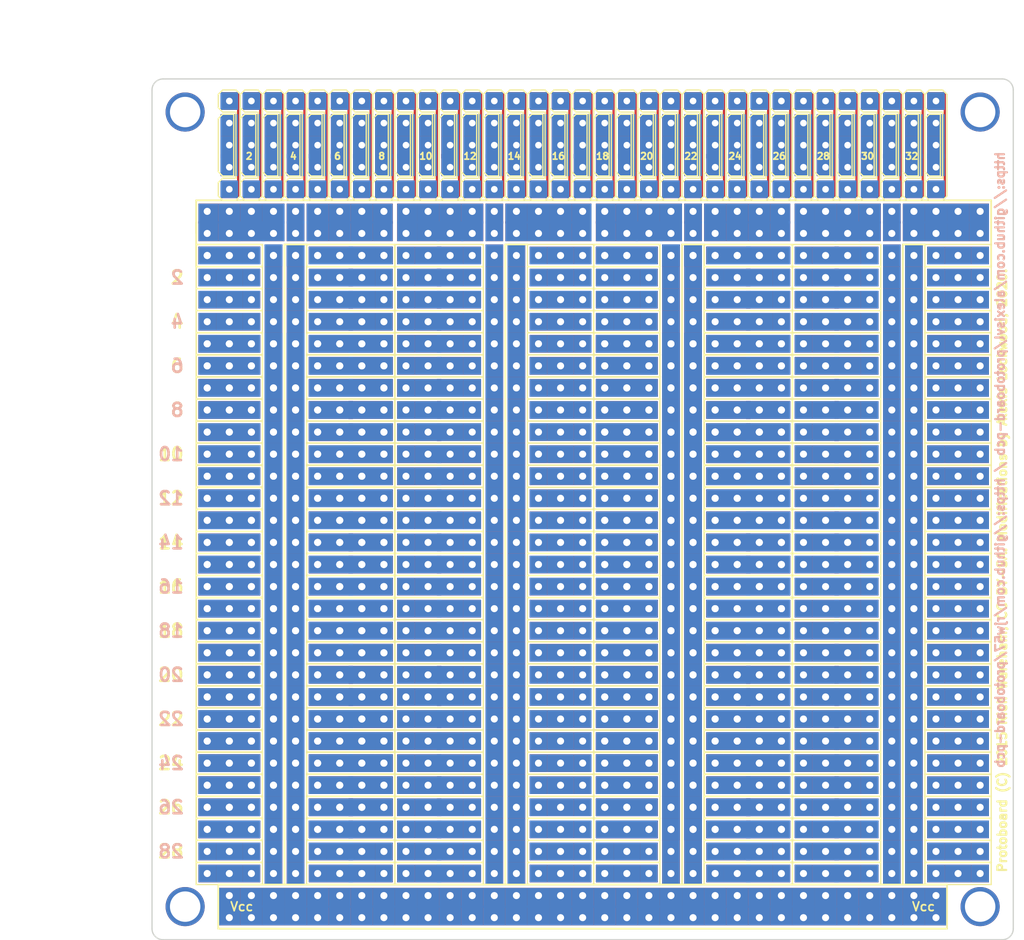
<source format=kicad_pcb>
(kicad_pcb (version 20200119) (host pcbnew "(5.99.0-1350-g7e4d255cd)")
  (layers (0 "F.Cu" signal) (31 "B.Cu" signal) (34 "B.Paste" user) (35 "F.Paste" user) (36 "B.SilkS" user) (37 "F.SilkS" user) (38 "B.Mask" user) (39 "F.Mask" user) (44 "Edge.Cuts" user))
  (net 0 "")
  (module "generic-pcb:gnd-bus" (layer "F.Cu") (at 181.61 60.96)
    (fp_text reference "REF**8" hide)
    (fp_text value "GND bus" hide)
    (pad "Gnd" thru_hole rect (at -1.27 0) (size 2.54 2.286) (drill 0.8128 (offset 0 -0.254)) (layers *.Cu *.Mask))
    (pad "Gnd" thru_hole rect (at 11.43 0) (size 2.286 2.286) (drill 0.8128 (offset -0.127 -0.254)) (layers *.Cu *.Mask))
    (pad "Gnd" thru_hole rect (at 8.89 0) (size 2.54 2.286) (drill 0.8128 (offset 0 -0.254)) (layers *.Cu *.Mask))
    (pad "Gnd" thru_hole rect (at 6.35 0) (size 2.54 2.286) (drill 0.8128 (offset 0 -0.254)) (layers *.Cu *.Mask))
    (pad "Gnd" thru_hole rect (at -8.89 0) (size 2.286 2.286) (drill 0.8128 (offset 0.127 -0.254)) (layers *.Cu *.Mask))
    (pad "Gnd" thru_hole rect (at -6.35 0) (size 2.54 2.286) (drill 0.8128 (offset 0 -0.254)) (layers *.Cu *.Mask))
    (pad "Gnd" thru_hole rect (at 3.81 0) (size 2.54 2.286) (drill 0.8128 (offset 0 -0.254)) (layers *.Cu *.Mask))
    (pad "Gnd" thru_hole rect (at -3.81 0) (size 3.048 2.286) (drill 0.8128 (offset 0 -0.254)) (layers *.Cu *.Mask))
    (pad "Gnd" thru_hole rect (at 1.27 0) (size 2.032 2.286) (drill 0.8128 (offset 0 -0.254)) (layers *.Cu *.Mask))
    (pad "Gnd" thru_hole rect (at -8.89 -2.54) (size 2.286 2.286) (drill 0.8128 (offset 0.127 0.254)) (layers *.Cu *.Mask))
    (pad "Gnd" thru_hole rect (at -6.35 -2.54) (size 2.54 2.286) (drill 0.8128 (offset 0 0.254)) (layers *.Cu *.Mask))
    (pad "Gnd" thru_hole rect (at -3.81 -2.54) (size 2.54 2.286) (drill 0.8128 (offset 0 0.254)) (layers *.Cu *.Mask))
    (pad "Gnd" thru_hole rect (at -1.27 -2.54) (size 2.54 2.286) (drill 0.8128 (offset 0 0.254)) (layers *.Cu *.Mask))
    (pad "Gnd" thru_hole rect (at 11.43 -2.54) (size 2.286 2.286) (drill 0.8128 (offset -0.127 0.254)) (layers *.Cu *.Mask))
    (pad "Gnd" thru_hole rect (at 8.89 -2.54) (size 2.54 2.286) (drill 0.8128 (offset 0 0.254)) (layers *.Cu *.Mask))
    (pad "Gnd" thru_hole rect (at 6.35 -2.54) (size 2.54 2.286) (drill 0.8128 (offset 0 0.254)) (layers *.Cu *.Mask))
    (pad "Gnd" thru_hole rect (at 3.81 -2.54) (size 2.54 2.286) (drill 0.8128 (offset 0 0.254)) (layers *.Cu *.Mask))
    (pad "Gnd" thru_hole rect (at 1.27 -2.54) (size 2.032 2.286) (drill 0.8128 (offset 0 0.254)) (layers *.Cu *.Mask))
  )
  (module "generic-pcb:gnd-bus" (layer "F.Cu") (at 158.75 60.96)
    (fp_text reference "REF**8" hide)
    (fp_text value "GND bus" hide)
    (pad "Gnd" thru_hole rect (at 1.27 -2.54) (size 2.032 2.286) (drill 0.8128 (offset 0 0.254)) (layers *.Cu *.Mask))
    (pad "Gnd" thru_hole rect (at 3.81 -2.54) (size 2.54 2.286) (drill 0.8128 (offset 0 0.254)) (layers *.Cu *.Mask))
    (pad "Gnd" thru_hole rect (at 6.35 -2.54) (size 2.54 2.286) (drill 0.8128 (offset 0 0.254)) (layers *.Cu *.Mask))
    (pad "Gnd" thru_hole rect (at 8.89 -2.54) (size 2.54 2.286) (drill 0.8128 (offset 0 0.254)) (layers *.Cu *.Mask))
    (pad "Gnd" thru_hole rect (at 11.43 -2.54) (size 2.286 2.286) (drill 0.8128 (offset -0.127 0.254)) (layers *.Cu *.Mask))
    (pad "Gnd" thru_hole rect (at -1.27 -2.54) (size 2.54 2.286) (drill 0.8128 (offset 0 0.254)) (layers *.Cu *.Mask))
    (pad "Gnd" thru_hole rect (at -3.81 -2.54) (size 2.54 2.286) (drill 0.8128 (offset 0 0.254)) (layers *.Cu *.Mask))
    (pad "Gnd" thru_hole rect (at -6.35 -2.54) (size 2.54 2.286) (drill 0.8128 (offset 0 0.254)) (layers *.Cu *.Mask))
    (pad "Gnd" thru_hole rect (at -8.89 -2.54) (size 2.286 2.286) (drill 0.8128 (offset 0.127 0.254)) (layers *.Cu *.Mask))
    (pad "Gnd" thru_hole rect (at 1.27 0) (size 2.032 2.286) (drill 0.8128 (offset 0 -0.254)) (layers *.Cu *.Mask))
    (pad "Gnd" thru_hole rect (at -3.81 0) (size 3.048 2.286) (drill 0.8128 (offset 0 -0.254)) (layers *.Cu *.Mask))
    (pad "Gnd" thru_hole rect (at 3.81 0) (size 2.54 2.286) (drill 0.8128 (offset 0 -0.254)) (layers *.Cu *.Mask))
    (pad "Gnd" thru_hole rect (at -6.35 0) (size 2.54 2.286) (drill 0.8128 (offset 0 -0.254)) (layers *.Cu *.Mask))
    (pad "Gnd" thru_hole rect (at -8.89 0) (size 2.286 2.286) (drill 0.8128 (offset 0.127 -0.254)) (layers *.Cu *.Mask))
    (pad "Gnd" thru_hole rect (at 6.35 0) (size 2.54 2.286) (drill 0.8128 (offset 0 -0.254)) (layers *.Cu *.Mask))
    (pad "Gnd" thru_hole rect (at 8.89 0) (size 2.54 2.286) (drill 0.8128 (offset 0 -0.254)) (layers *.Cu *.Mask))
    (pad "Gnd" thru_hole rect (at 11.43 0) (size 2.286 2.286) (drill 0.8128 (offset -0.127 -0.254)) (layers *.Cu *.Mask))
    (pad "Gnd" thru_hole rect (at -1.27 0) (size 2.54 2.286) (drill 0.8128 (offset 0 -0.254)) (layers *.Cu *.Mask))
  )
  (module "generic-pcb:gnd-bus" (layer "F.Cu") (at 135.89 60.96)
    (fp_text reference "REF**8" hide)
    (fp_text value "GND bus" hide)
    (pad "Gnd" thru_hole rect (at -1.27 0) (size 2.54 2.286) (drill 0.8128 (offset 0 -0.254)) (layers *.Cu *.Mask))
    (pad "Gnd" thru_hole rect (at 11.43 0) (size 2.286 2.286) (drill 0.8128 (offset -0.127 -0.254)) (layers *.Cu *.Mask))
    (pad "Gnd" thru_hole rect (at 8.89 0) (size 2.54 2.286) (drill 0.8128 (offset 0 -0.254)) (layers *.Cu *.Mask))
    (pad "Gnd" thru_hole rect (at 6.35 0) (size 2.54 2.286) (drill 0.8128 (offset 0 -0.254)) (layers *.Cu *.Mask))
    (pad "Gnd" thru_hole rect (at -8.89 0) (size 2.286 2.286) (drill 0.8128 (offset 0.127 -0.254)) (layers *.Cu *.Mask))
    (pad "Gnd" thru_hole rect (at -6.35 0) (size 2.54 2.286) (drill 0.8128 (offset 0 -0.254)) (layers *.Cu *.Mask))
    (pad "Gnd" thru_hole rect (at 3.81 0) (size 2.54 2.286) (drill 0.8128 (offset 0 -0.254)) (layers *.Cu *.Mask))
    (pad "Gnd" thru_hole rect (at -3.81 0) (size 3.048 2.286) (drill 0.8128 (offset 0 -0.254)) (layers *.Cu *.Mask))
    (pad "Gnd" thru_hole rect (at 1.27 0) (size 2.032 2.286) (drill 0.8128 (offset 0 -0.254)) (layers *.Cu *.Mask))
    (pad "Gnd" thru_hole rect (at -8.89 -2.54) (size 2.286 2.286) (drill 0.8128 (offset 0.127 0.254)) (layers *.Cu *.Mask))
    (pad "Gnd" thru_hole rect (at -6.35 -2.54) (size 2.54 2.286) (drill 0.8128 (offset 0 0.254)) (layers *.Cu *.Mask))
    (pad "Gnd" thru_hole rect (at -3.81 -2.54) (size 2.54 2.286) (drill 0.8128 (offset 0 0.254)) (layers *.Cu *.Mask))
    (pad "Gnd" thru_hole rect (at -1.27 -2.54) (size 2.54 2.286) (drill 0.8128 (offset 0 0.254)) (layers *.Cu *.Mask))
    (pad "Gnd" thru_hole rect (at 11.43 -2.54) (size 2.286 2.286) (drill 0.8128 (offset -0.127 0.254)) (layers *.Cu *.Mask))
    (pad "Gnd" thru_hole rect (at 8.89 -2.54) (size 2.54 2.286) (drill 0.8128 (offset 0 0.254)) (layers *.Cu *.Mask))
    (pad "Gnd" thru_hole rect (at 6.35 -2.54) (size 2.54 2.286) (drill 0.8128 (offset 0 0.254)) (layers *.Cu *.Mask))
    (pad "Gnd" thru_hole rect (at 3.81 -2.54) (size 2.54 2.286) (drill 0.8128 (offset 0 0.254)) (layers *.Cu *.Mask))
    (pad "Gnd" thru_hole rect (at 1.27 -2.54) (size 2.032 2.286) (drill 0.8128 (offset 0 0.254)) (layers *.Cu *.Mask))
  )
  (module "generic-pcb:gnd-bus" (layer "F.Cu") (at 113.03 60.96)
    (fp_text reference "REF**8" hide)
    (fp_text value "GND bus" hide)
    (pad "Gnd" thru_hole rect (at 1.27 -2.54) (size 2.032 2.286) (drill 0.8128 (offset 0 0.254)) (layers *.Cu *.Mask))
    (pad "Gnd" thru_hole rect (at 3.81 -2.54) (size 2.54 2.286) (drill 0.8128 (offset 0 0.254)) (layers *.Cu *.Mask))
    (pad "Gnd" thru_hole rect (at 6.35 -2.54) (size 2.54 2.286) (drill 0.8128 (offset 0 0.254)) (layers *.Cu *.Mask))
    (pad "Gnd" thru_hole rect (at 8.89 -2.54) (size 2.54 2.286) (drill 0.8128 (offset 0 0.254)) (layers *.Cu *.Mask))
    (pad "Gnd" thru_hole rect (at 11.43 -2.54) (size 2.286 2.286) (drill 0.8128 (offset -0.127 0.254)) (layers *.Cu *.Mask))
    (pad "Gnd" thru_hole rect (at -1.27 -2.54) (size 2.54 2.286) (drill 0.8128 (offset 0 0.254)) (layers *.Cu *.Mask))
    (pad "Gnd" thru_hole rect (at -3.81 -2.54) (size 2.54 2.286) (drill 0.8128 (offset 0 0.254)) (layers *.Cu *.Mask))
    (pad "Gnd" thru_hole rect (at -6.35 -2.54) (size 2.54 2.286) (drill 0.8128 (offset 0 0.254)) (layers *.Cu *.Mask))
    (pad "Gnd" thru_hole rect (at -8.89 -2.54) (size 2.286 2.286) (drill 0.8128 (offset 0.127 0.254)) (layers *.Cu *.Mask))
    (pad "Gnd" thru_hole rect (at 1.27 0) (size 2.032 2.286) (drill 0.8128 (offset 0 -0.254)) (layers *.Cu *.Mask))
    (pad "Gnd" thru_hole rect (at -3.81 0) (size 3.048 2.286) (drill 0.8128 (offset 0 -0.254)) (layers *.Cu *.Mask))
    (pad "Gnd" thru_hole rect (at 3.81 0) (size 2.54 2.286) (drill 0.8128 (offset 0 -0.254)) (layers *.Cu *.Mask))
    (pad "Gnd" thru_hole rect (at -6.35 0) (size 2.54 2.286) (drill 0.8128 (offset 0 -0.254)) (layers *.Cu *.Mask))
    (pad "Gnd" thru_hole rect (at -8.89 0) (size 2.286 2.286) (drill 0.8128 (offset 0.127 -0.254)) (layers *.Cu *.Mask))
    (pad "Gnd" thru_hole rect (at 6.35 0) (size 2.54 2.286) (drill 0.8128 (offset 0 -0.254)) (layers *.Cu *.Mask))
    (pad "Gnd" thru_hole rect (at 8.89 0) (size 2.54 2.286) (drill 0.8128 (offset 0 -0.254)) (layers *.Cu *.Mask))
    (pad "Gnd" thru_hole rect (at 11.43 0) (size 2.286 2.286) (drill 0.8128 (offset -0.127 -0.254)) (layers *.Cu *.Mask))
    (pad "Gnd" thru_hole rect (at -1.27 0) (size 2.54 2.286) (drill 0.8128 (offset 0 -0.254)) (layers *.Cu *.Mask))
  )
  (module "generic-pcb:DIP-pads" (layer "F.Cu") (at 184.15 134.62 180)
    (fp_text reference "REF**10" hide)
    (fp_text value "DIP pads" hide)
    (pad "Vcc" thru_hole rect (at -1.27 0 180) (size 2.032 2.54) (drill 0.8128) (layers "B.Cu" "B.Mask"))
    (pad "Gnd" thru_hole rect (at 1.27 0 180) (size 2.032 2.54) (drill 0.8128) (layers *.Cu *.Mask))
    (pad "4" thru_hole rect (at 3.81 0 180) (size 2.032 2.032) (drill 0.8128) (layers "B.Cu" "B.Mask"))
    (pad "5" thru_hole rect (at 6.35 0 180) (size 3.048 2.032) (drill 0.8128) (layers "B.Cu" "B.Mask"))
    (pad "6" thru_hole rect (at 8.89 0 180) (size 3.048 2.032) (drill 0.8128) (layers "B.Cu" "B.Mask"))
    (pad "7" thru_hole rect (at 11.43 0 180) (size 2.032 2.032) (drill 0.8128) (layers "B.Cu" "B.Mask"))
    (pad "1" thru_hole rect (at -8.89 0 180) (size 2.032 2.032) (drill 0.8128) (layers "B.Cu" "B.Mask"))
    (pad "2" thru_hole rect (at -6.35 0 180) (size 3.048 2.032) (drill 0.8128) (layers "B.Cu" "B.Mask"))
    (pad "3" thru_hole rect (at -3.81 0 180) (size 2.032 2.032) (drill 0.8128) (layers "B.Cu" "B.Mask"))
  )
  (module "generic-pcb:DIP-pads" (layer "F.Cu") (at 138.43 134.62 180)
    (fp_text reference "REF**10" hide)
    (fp_text value "DIP pads" hide)
    (pad "Vcc" thru_hole rect (at -1.27 0 180) (size 2.032 2.54) (drill 0.8128) (layers "B.Cu" "B.Mask"))
    (pad "Gnd" thru_hole rect (at 1.27 0 180) (size 2.032 2.54) (drill 0.8128) (layers *.Cu *.Mask))
    (pad "4" thru_hole rect (at 3.81 0 180) (size 2.032 2.032) (drill 0.8128) (layers "B.Cu" "B.Mask"))
    (pad "5" thru_hole rect (at 6.35 0 180) (size 3.048 2.032) (drill 0.8128) (layers "B.Cu" "B.Mask"))
    (pad "6" thru_hole rect (at 8.89 0 180) (size 3.048 2.032) (drill 0.8128) (layers "B.Cu" "B.Mask"))
    (pad "7" thru_hole rect (at 11.43 0 180) (size 2.032 2.032) (drill 0.8128) (layers "B.Cu" "B.Mask"))
    (pad "1" thru_hole rect (at -8.89 0 180) (size 2.032 2.032) (drill 0.8128) (layers "B.Cu" "B.Mask"))
    (pad "2" thru_hole rect (at -6.35 0 180) (size 3.048 2.032) (drill 0.8128) (layers "B.Cu" "B.Mask"))
    (pad "3" thru_hole rect (at -3.81 0 180) (size 2.032 2.032) (drill 0.8128) (layers "B.Cu" "B.Mask"))
  )
  (module "generic-pcb:DIP-pads-mirror" (layer "F.Cu") (at 158.75 83.82 180)
    (fp_text reference "REF**22" hide)
    (fp_text value "DIP pads" hide)
    (pad "Vcc" thru_hole rect (at -1.27 0 180) (size 2.032 2.54) (drill 0.8128) (layers "B.Cu" "B.Mask"))
    (pad "Gnd" thru_hole rect (at 1.27 0 180) (size 2.032 2.54) (drill 0.8128) (layers *.Cu *.Mask))
    (pad "1" thru_hole rect (at -11.43 0 180) (size 2.032 2.032) (drill 0.8128) (layers "B.Cu" "B.Mask"))
    (pad "2" thru_hole rect (at -8.89 0 180) (size 3.048 2.032) (drill 0.8128) (layers "B.Cu" "B.Mask"))
    (pad "3" thru_hole rect (at -6.35 0 180) (size 3.048 2.032) (drill 0.8128) (layers "B.Cu" "B.Mask"))
    (pad "4" thru_hole rect (at -3.81 0 180) (size 2.032 2.032) (drill 0.8128) (layers "B.Cu" "B.Mask"))
    (pad "5" thru_hole rect (at 3.81 0 180) (size 2.032 2.032) (drill 0.8128) (layers "B.Cu" "B.Mask"))
    (pad "6" thru_hole rect (at 6.35 0 180) (size 3.048 2.032) (drill 0.8128) (layers "B.Cu" "B.Mask"))
    (pad "7" thru_hole rect (at 8.89 0 180) (size 2.032 2.032) (drill 0.8128) (layers "B.Cu" "B.Mask"))
  )
  (module "generic-pcb:Vcc-bus" (layer "F.Cu") (at 106.68 138.43)
    (fp_text reference "REF**1" hide)
    (fp_text value "vcc bus" hide)
    (pad "Vcc" thru_hole rect (at 0 1.27) (size 2.54 2.286) (drill 0.8128 (offset 0 -0.254)) (layers "B.Cu" "B.Mask"))
    (pad "Vcc" thru_hole rect (at 0 -1.27) (size 2.54 2.286) (drill 0.8128 (offset 0 0.254)) (layers "B.Cu" "B.Mask"))
  )
  (module "generic-pcb:DIP-pads-mirror" (layer "F.Cu") (at 113.03 71.12 180)
    (fp_text reference "REF**27" hide)
    (fp_text value "DIP pads" hide)
    (pad "Vcc" thru_hole rect (at -1.27 0 180) (size 2.032 2.54) (drill 0.8128) (layers "B.Cu" "B.Mask"))
    (pad "Gnd" thru_hole rect (at 1.27 0 180) (size 2.032 2.54) (drill 0.8128) (layers *.Cu *.Mask))
    (pad "1" thru_hole rect (at -11.43 0 180) (size 2.032 2.032) (drill 0.8128) (layers "B.Cu" "B.Mask"))
    (pad "2" thru_hole rect (at -8.89 0 180) (size 3.048 2.032) (drill 0.8128) (layers "B.Cu" "B.Mask"))
    (pad "3" thru_hole rect (at -6.35 0 180) (size 3.048 2.032) (drill 0.8128) (layers "B.Cu" "B.Mask"))
    (pad "4" thru_hole rect (at -3.81 0 180) (size 2.032 2.032) (drill 0.8128) (layers "B.Cu" "B.Mask"))
    (pad "5" thru_hole rect (at 3.81 0 180) (size 2.032 2.032) (drill 0.8128) (layers "B.Cu" "B.Mask"))
    (pad "6" thru_hole rect (at 6.35 0 180) (size 3.048 2.032) (drill 0.8128) (layers "B.Cu" "B.Mask"))
    (pad "7" thru_hole rect (at 8.89 0 180) (size 2.032 2.032) (drill 0.8128) (layers "B.Cu" "B.Mask"))
  )
  (module "generic-pcb:DIP-pads-mirror" (layer "F.Cu") (at 113.03 68.58 180)
    (fp_text reference "REF**27" hide)
    (fp_text value "DIP pads" hide)
    (pad "Vcc" thru_hole rect (at -1.27 0 180) (size 2.032 2.54) (drill 0.8128) (layers "B.Cu" "B.Mask"))
    (pad "Gnd" thru_hole rect (at 1.27 0 180) (size 2.032 2.54) (drill 0.8128) (layers *.Cu *.Mask))
    (pad "1" thru_hole rect (at -11.43 0 180) (size 2.032 2.032) (drill 0.8128) (layers "B.Cu" "B.Mask"))
    (pad "2" thru_hole rect (at -8.89 0 180) (size 3.048 2.032) (drill 0.8128) (layers "B.Cu" "B.Mask"))
    (pad "3" thru_hole rect (at -6.35 0 180) (size 3.048 2.032) (drill 0.8128) (layers "B.Cu" "B.Mask"))
    (pad "4" thru_hole rect (at -3.81 0 180) (size 2.032 2.032) (drill 0.8128) (layers "B.Cu" "B.Mask"))
    (pad "5" thru_hole rect (at 3.81 0 180) (size 2.032 2.032) (drill 0.8128) (layers "B.Cu" "B.Mask"))
    (pad "6" thru_hole rect (at 6.35 0 180) (size 3.048 2.032) (drill 0.8128) (layers "B.Cu" "B.Mask"))
    (pad "7" thru_hole rect (at 8.89 0 180) (size 2.032 2.032) (drill 0.8128) (layers "B.Cu" "B.Mask"))
  )
  (module "generic-pcb:DIP-pads-mirror" (layer "F.Cu") (at 113.03 66.04 180)
    (fp_text reference "REF**27" hide)
    (fp_text value "DIP pads" hide)
    (pad "Vcc" thru_hole rect (at -1.27 0 180) (size 2.032 2.54) (drill 0.8128) (layers "B.Cu" "B.Mask"))
    (pad "Gnd" thru_hole rect (at 1.27 0 180) (size 2.032 2.54) (drill 0.8128) (layers *.Cu *.Mask))
    (pad "1" thru_hole rect (at -11.43 0 180) (size 2.032 2.032) (drill 0.8128) (layers "B.Cu" "B.Mask"))
    (pad "2" thru_hole rect (at -8.89 0 180) (size 3.048 2.032) (drill 0.8128) (layers "B.Cu" "B.Mask"))
    (pad "3" thru_hole rect (at -6.35 0 180) (size 3.048 2.032) (drill 0.8128) (layers "B.Cu" "B.Mask"))
    (pad "4" thru_hole rect (at -3.81 0 180) (size 2.032 2.032) (drill 0.8128) (layers "B.Cu" "B.Mask"))
    (pad "5" thru_hole rect (at 3.81 0 180) (size 2.032 2.032) (drill 0.8128) (layers "B.Cu" "B.Mask"))
    (pad "6" thru_hole rect (at 6.35 0 180) (size 3.048 2.032) (drill 0.8128) (layers "B.Cu" "B.Mask"))
    (pad "7" thru_hole rect (at 8.89 0 180) (size 2.032 2.032) (drill 0.8128) (layers "B.Cu" "B.Mask"))
  )
  (module "generic-pcb:DIP-pads" (layer "F.Cu") (at 138.43 71.12 180)
    (fp_text reference "REF**34" hide)
    (fp_text value "DIP pads" hide)
    (pad "Vcc" thru_hole rect (at -1.27 0 180) (size 2.032 2.54) (drill 0.8128) (layers "B.Cu" "B.Mask"))
    (pad "Gnd" thru_hole rect (at 1.27 0 180) (size 2.032 2.54) (drill 0.8128) (layers *.Cu *.Mask))
    (pad "4" thru_hole rect (at 3.81 0 180) (size 2.032 2.032) (drill 0.8128) (layers "B.Cu" "B.Mask"))
    (pad "5" thru_hole rect (at 6.35 0 180) (size 3.048 2.032) (drill 0.8128) (layers "B.Cu" "B.Mask"))
    (pad "6" thru_hole rect (at 8.89 0 180) (size 3.048 2.032) (drill 0.8128) (layers "B.Cu" "B.Mask"))
    (pad "7" thru_hole rect (at 11.43 0 180) (size 2.032 2.032) (drill 0.8128) (layers "B.Cu" "B.Mask"))
    (pad "1" thru_hole rect (at -8.89 0 180) (size 2.032 2.032) (drill 0.8128) (layers "B.Cu" "B.Mask"))
    (pad "2" thru_hole rect (at -6.35 0 180) (size 3.048 2.032) (drill 0.8128) (layers "B.Cu" "B.Mask"))
    (pad "3" thru_hole rect (at -3.81 0 180) (size 2.032 2.032) (drill 0.8128) (layers "B.Cu" "B.Mask"))
  )
  (module "generic-pcb:DIP-pads" (layer "F.Cu") (at 138.43 68.58 180)
    (fp_text reference "REF**34" hide)
    (fp_text value "DIP pads" hide)
    (pad "Vcc" thru_hole rect (at -1.27 0 180) (size 2.032 2.54) (drill 0.8128) (layers "B.Cu" "B.Mask"))
    (pad "Gnd" thru_hole rect (at 1.27 0 180) (size 2.032 2.54) (drill 0.8128) (layers *.Cu *.Mask))
    (pad "4" thru_hole rect (at 3.81 0 180) (size 2.032 2.032) (drill 0.8128) (layers "B.Cu" "B.Mask"))
    (pad "5" thru_hole rect (at 6.35 0 180) (size 3.048 2.032) (drill 0.8128) (layers "B.Cu" "B.Mask"))
    (pad "6" thru_hole rect (at 8.89 0 180) (size 3.048 2.032) (drill 0.8128) (layers "B.Cu" "B.Mask"))
    (pad "7" thru_hole rect (at 11.43 0 180) (size 2.032 2.032) (drill 0.8128) (layers "B.Cu" "B.Mask"))
    (pad "1" thru_hole rect (at -8.89 0 180) (size 2.032 2.032) (drill 0.8128) (layers "B.Cu" "B.Mask"))
    (pad "2" thru_hole rect (at -6.35 0 180) (size 3.048 2.032) (drill 0.8128) (layers "B.Cu" "B.Mask"))
    (pad "3" thru_hole rect (at -3.81 0 180) (size 2.032 2.032) (drill 0.8128) (layers "B.Cu" "B.Mask"))
  )
  (module "generic-pcb:DIP-pads" (layer "F.Cu") (at 138.43 66.04 180)
    (fp_text reference "REF**34" hide)
    (fp_text value "DIP pads" hide)
    (pad "Vcc" thru_hole rect (at -1.27 0 180) (size 2.032 2.54) (drill 0.8128) (layers "B.Cu" "B.Mask"))
    (pad "Gnd" thru_hole rect (at 1.27 0 180) (size 2.032 2.54) (drill 0.8128) (layers *.Cu *.Mask))
    (pad "4" thru_hole rect (at 3.81 0 180) (size 2.032 2.032) (drill 0.8128) (layers "B.Cu" "B.Mask"))
    (pad "5" thru_hole rect (at 6.35 0 180) (size 3.048 2.032) (drill 0.8128) (layers "B.Cu" "B.Mask"))
    (pad "6" thru_hole rect (at 8.89 0 180) (size 3.048 2.032) (drill 0.8128) (layers "B.Cu" "B.Mask"))
    (pad "7" thru_hole rect (at 11.43 0 180) (size 2.032 2.032) (drill 0.8128) (layers "B.Cu" "B.Mask"))
    (pad "1" thru_hole rect (at -8.89 0 180) (size 2.032 2.032) (drill 0.8128) (layers "B.Cu" "B.Mask"))
    (pad "2" thru_hole rect (at -6.35 0 180) (size 3.048 2.032) (drill 0.8128) (layers "B.Cu" "B.Mask"))
    (pad "3" thru_hole rect (at -3.81 0 180) (size 2.032 2.032) (drill 0.8128) (layers "B.Cu" "B.Mask"))
  )
  (module "generic-pcb:DIP-pads-mirror" (layer "F.Cu") (at 158.75 71.12 180)
    (fp_text reference "REF**27" hide)
    (fp_text value "DIP pads" hide)
    (pad "Vcc" thru_hole rect (at -1.27 0 180) (size 2.032 2.54) (drill 0.8128) (layers "B.Cu" "B.Mask"))
    (pad "Gnd" thru_hole rect (at 1.27 0 180) (size 2.032 2.54) (drill 0.8128) (layers *.Cu *.Mask))
    (pad "1" thru_hole rect (at -11.43 0 180) (size 2.032 2.032) (drill 0.8128) (layers "B.Cu" "B.Mask"))
    (pad "2" thru_hole rect (at -8.89 0 180) (size 3.048 2.032) (drill 0.8128) (layers "B.Cu" "B.Mask"))
    (pad "3" thru_hole rect (at -6.35 0 180) (size 3.048 2.032) (drill 0.8128) (layers "B.Cu" "B.Mask"))
    (pad "4" thru_hole rect (at -3.81 0 180) (size 2.032 2.032) (drill 0.8128) (layers "B.Cu" "B.Mask"))
    (pad "5" thru_hole rect (at 3.81 0 180) (size 2.032 2.032) (drill 0.8128) (layers "B.Cu" "B.Mask"))
    (pad "6" thru_hole rect (at 6.35 0 180) (size 3.048 2.032) (drill 0.8128) (layers "B.Cu" "B.Mask"))
    (pad "7" thru_hole rect (at 8.89 0 180) (size 2.032 2.032) (drill 0.8128) (layers "B.Cu" "B.Mask"))
  )
  (module "generic-pcb:DIP-pads-mirror" (layer "F.Cu") (at 158.75 68.58 180)
    (fp_text reference "REF**27" hide)
    (fp_text value "DIP pads" hide)
    (pad "Vcc" thru_hole rect (at -1.27 0 180) (size 2.032 2.54) (drill 0.8128) (layers "B.Cu" "B.Mask"))
    (pad "Gnd" thru_hole rect (at 1.27 0 180) (size 2.032 2.54) (drill 0.8128) (layers *.Cu *.Mask))
    (pad "1" thru_hole rect (at -11.43 0 180) (size 2.032 2.032) (drill 0.8128) (layers "B.Cu" "B.Mask"))
    (pad "2" thru_hole rect (at -8.89 0 180) (size 3.048 2.032) (drill 0.8128) (layers "B.Cu" "B.Mask"))
    (pad "3" thru_hole rect (at -6.35 0 180) (size 3.048 2.032) (drill 0.8128) (layers "B.Cu" "B.Mask"))
    (pad "4" thru_hole rect (at -3.81 0 180) (size 2.032 2.032) (drill 0.8128) (layers "B.Cu" "B.Mask"))
    (pad "5" thru_hole rect (at 3.81 0 180) (size 2.032 2.032) (drill 0.8128) (layers "B.Cu" "B.Mask"))
    (pad "6" thru_hole rect (at 6.35 0 180) (size 3.048 2.032) (drill 0.8128) (layers "B.Cu" "B.Mask"))
    (pad "7" thru_hole rect (at 8.89 0 180) (size 2.032 2.032) (drill 0.8128) (layers "B.Cu" "B.Mask"))
  )
  (module "generic-pcb:DIP-pads-mirror" (layer "F.Cu") (at 158.75 66.04 180)
    (fp_text reference "REF**27" hide)
    (fp_text value "DIP pads" hide)
    (pad "Vcc" thru_hole rect (at -1.27 0 180) (size 2.032 2.54) (drill 0.8128) (layers "B.Cu" "B.Mask"))
    (pad "Gnd" thru_hole rect (at 1.27 0 180) (size 2.032 2.54) (drill 0.8128) (layers *.Cu *.Mask))
    (pad "1" thru_hole rect (at -11.43 0 180) (size 2.032 2.032) (drill 0.8128) (layers "B.Cu" "B.Mask"))
    (pad "2" thru_hole rect (at -8.89 0 180) (size 3.048 2.032) (drill 0.8128) (layers "B.Cu" "B.Mask"))
    (pad "3" thru_hole rect (at -6.35 0 180) (size 3.048 2.032) (drill 0.8128) (layers "B.Cu" "B.Mask"))
    (pad "4" thru_hole rect (at -3.81 0 180) (size 2.032 2.032) (drill 0.8128) (layers "B.Cu" "B.Mask"))
    (pad "5" thru_hole rect (at 3.81 0 180) (size 2.032 2.032) (drill 0.8128) (layers "B.Cu" "B.Mask"))
    (pad "6" thru_hole rect (at 6.35 0 180) (size 3.048 2.032) (drill 0.8128) (layers "B.Cu" "B.Mask"))
    (pad "7" thru_hole rect (at 8.89 0 180) (size 2.032 2.032) (drill 0.8128) (layers "B.Cu" "B.Mask"))
  )
  (module "generic-pcb:DIP-pads" (layer "F.Cu") (at 184.15 71.12 180)
    (fp_text reference "REF**34" hide)
    (fp_text value "DIP pads" hide)
    (pad "Vcc" thru_hole rect (at -1.27 0 180) (size 2.032 2.54) (drill 0.8128) (layers "B.Cu" "B.Mask"))
    (pad "Gnd" thru_hole rect (at 1.27 0 180) (size 2.032 2.54) (drill 0.8128) (layers *.Cu *.Mask))
    (pad "4" thru_hole rect (at 3.81 0 180) (size 2.032 2.032) (drill 0.8128) (layers "B.Cu" "B.Mask"))
    (pad "5" thru_hole rect (at 6.35 0 180) (size 3.048 2.032) (drill 0.8128) (layers "B.Cu" "B.Mask"))
    (pad "6" thru_hole rect (at 8.89 0 180) (size 3.048 2.032) (drill 0.8128) (layers "B.Cu" "B.Mask"))
    (pad "7" thru_hole rect (at 11.43 0 180) (size 2.032 2.032) (drill 0.8128) (layers "B.Cu" "B.Mask"))
    (pad "1" thru_hole rect (at -8.89 0 180) (size 2.032 2.032) (drill 0.8128) (layers "B.Cu" "B.Mask"))
    (pad "2" thru_hole rect (at -6.35 0 180) (size 3.048 2.032) (drill 0.8128) (layers "B.Cu" "B.Mask"))
    (pad "3" thru_hole rect (at -3.81 0 180) (size 2.032 2.032) (drill 0.8128) (layers "B.Cu" "B.Mask"))
  )
  (module "generic-pcb:DIP-pads" (layer "F.Cu") (at 184.15 68.58 180)
    (fp_text reference "REF**34" hide)
    (fp_text value "DIP pads" hide)
    (pad "Vcc" thru_hole rect (at -1.27 0 180) (size 2.032 2.54) (drill 0.8128) (layers "B.Cu" "B.Mask"))
    (pad "Gnd" thru_hole rect (at 1.27 0 180) (size 2.032 2.54) (drill 0.8128) (layers *.Cu *.Mask))
    (pad "4" thru_hole rect (at 3.81 0 180) (size 2.032 2.032) (drill 0.8128) (layers "B.Cu" "B.Mask"))
    (pad "5" thru_hole rect (at 6.35 0 180) (size 3.048 2.032) (drill 0.8128) (layers "B.Cu" "B.Mask"))
    (pad "6" thru_hole rect (at 8.89 0 180) (size 3.048 2.032) (drill 0.8128) (layers "B.Cu" "B.Mask"))
    (pad "7" thru_hole rect (at 11.43 0 180) (size 2.032 2.032) (drill 0.8128) (layers "B.Cu" "B.Mask"))
    (pad "1" thru_hole rect (at -8.89 0 180) (size 2.032 2.032) (drill 0.8128) (layers "B.Cu" "B.Mask"))
    (pad "2" thru_hole rect (at -6.35 0 180) (size 3.048 2.032) (drill 0.8128) (layers "B.Cu" "B.Mask"))
    (pad "3" thru_hole rect (at -3.81 0 180) (size 2.032 2.032) (drill 0.8128) (layers "B.Cu" "B.Mask"))
  )
  (module "generic-pcb:DIP-pads" (layer "F.Cu") (at 184.15 66.04 180)
    (fp_text reference "REF**34" hide)
    (fp_text value "DIP pads" hide)
    (pad "Vcc" thru_hole rect (at -1.27 0 180) (size 2.032 2.54) (drill 0.8128) (layers "B.Cu" "B.Mask"))
    (pad "Gnd" thru_hole rect (at 1.27 0 180) (size 2.032 2.54) (drill 0.8128) (layers *.Cu *.Mask))
    (pad "4" thru_hole rect (at 3.81 0 180) (size 2.032 2.032) (drill 0.8128) (layers "B.Cu" "B.Mask"))
    (pad "5" thru_hole rect (at 6.35 0 180) (size 3.048 2.032) (drill 0.8128) (layers "B.Cu" "B.Mask"))
    (pad "6" thru_hole rect (at 8.89 0 180) (size 3.048 2.032) (drill 0.8128) (layers "B.Cu" "B.Mask"))
    (pad "7" thru_hole rect (at 11.43 0 180) (size 2.032 2.032) (drill 0.8128) (layers "B.Cu" "B.Mask"))
    (pad "1" thru_hole rect (at -8.89 0 180) (size 2.032 2.032) (drill 0.8128) (layers "B.Cu" "B.Mask"))
    (pad "2" thru_hole rect (at -6.35 0 180) (size 3.048 2.032) (drill 0.8128) (layers "B.Cu" "B.Mask"))
    (pad "3" thru_hole rect (at -3.81 0 180) (size 2.032 2.032) (drill 0.8128) (layers "B.Cu" "B.Mask"))
  )
  (module "generic-pcb:Vcc-bus" (layer "F.Cu") (at 109.22 138.43)
    (fp_text reference "REF**1" hide)
    (fp_text value "vcc bus" hide)
    (pad "Vcc" thru_hole rect (at 0 1.27) (size 2.54 2.286) (drill 0.8128 (offset 0 -0.254)) (layers "B.Cu" "B.Mask"))
    (pad "Vcc" thru_hole rect (at 0 -1.27) (size 2.54 2.286) (drill 0.8128 (offset 0 0.254)) (layers "B.Cu" "B.Mask"))
  )
  (module "generic-pcb:Vcc-bus" (layer "F.Cu") (at 187.96 138.43)
    (fp_text reference "REF**30" hide)
    (fp_text value "vcc bus" hide)
    (pad "Vcc" thru_hole rect (at 0 1.27) (size 2.54 2.286) (drill 0.8128 (offset 0 -0.254)) (layers "B.Cu" "B.Mask"))
    (pad "Vcc" thru_hole rect (at 0 -1.27) (size 2.54 2.286) (drill 0.8128 (offset 0 0.254)) (layers "B.Cu" "B.Mask"))
  )
  (module "generic-pcb:Vcc-bus" (layer "F.Cu") (at 185.42 138.43)
    (fp_text reference "REF**30" hide)
    (fp_text value "vcc bus" hide)
    (pad "Vcc" thru_hole rect (at 0 1.27) (size 2.54 2.286) (drill 0.8128 (offset 0 -0.254)) (layers "B.Cu" "B.Mask"))
    (pad "Vcc" thru_hole rect (at 0 -1.27) (size 2.54 2.286) (drill 0.8128 (offset 0 0.254)) (layers "B.Cu" "B.Mask"))
  )
  (module "generic-pcb:Vcc-bus" (layer "F.Cu") (at 182.88 138.43)
    (fp_text reference "REF**29" hide)
    (fp_text value "vcc bus" hide)
    (pad "Vcc" thru_hole rect (at 0 1.27) (size 2.54 2.286) (drill 0.8128 (offset 0 -0.254)) (layers "B.Cu" "B.Mask"))
    (pad "Vcc" thru_hole rect (at 0 -1.27) (size 2.54 2.286) (drill 0.8128 (offset 0 0.254)) (layers "B.Cu" "B.Mask"))
  )
  (module "generic-pcb:Vcc-bus" (layer "F.Cu") (at 180.34 138.43)
    (fp_text reference "REF**28" hide)
    (fp_text value "vcc bus" hide)
    (pad "Vcc" thru_hole rect (at 0 1.27) (size 2.54 2.286) (drill 0.8128 (offset 0 -0.254)) (layers "B.Cu" "B.Mask"))
    (pad "Vcc" thru_hole rect (at 0 -1.27) (size 2.54 2.286) (drill 0.8128 (offset 0 0.254)) (layers "B.Cu" "B.Mask"))
  )
  (module "generic-pcb:Vcc-bus" (layer "F.Cu") (at 177.8 138.43)
    (fp_text reference "REF**27" hide)
    (fp_text value "vcc bus" hide)
    (pad "Vcc" thru_hole rect (at 0 1.27) (size 2.54 2.286) (drill 0.8128 (offset 0 -0.254)) (layers "B.Cu" "B.Mask"))
    (pad "Vcc" thru_hole rect (at 0 -1.27) (size 2.54 2.286) (drill 0.8128 (offset 0 0.254)) (layers "B.Cu" "B.Mask"))
  )
  (module "generic-pcb:Vcc-bus" (layer "F.Cu") (at 175.26 138.43)
    (fp_text reference "REF**26" hide)
    (fp_text value "vcc bus" hide)
    (pad "Vcc" thru_hole rect (at 0 1.27) (size 2.54 2.286) (drill 0.8128 (offset 0 -0.254)) (layers "B.Cu" "B.Mask"))
    (pad "Vcc" thru_hole rect (at 0 -1.27) (size 2.54 2.286) (drill 0.8128 (offset 0 0.254)) (layers "B.Cu" "B.Mask"))
  )
  (module "generic-pcb:Vcc-bus" (layer "F.Cu") (at 172.72 138.43)
    (fp_text reference "REF**25" hide)
    (fp_text value "vcc bus" hide)
    (pad "Vcc" thru_hole rect (at 0 1.27) (size 2.54 2.286) (drill 0.8128 (offset 0 -0.254)) (layers "B.Cu" "B.Mask"))
    (pad "Vcc" thru_hole rect (at 0 -1.27) (size 2.54 2.286) (drill 0.8128 (offset 0 0.254)) (layers "B.Cu" "B.Mask"))
  )
  (module "generic-pcb:Vcc-bus" (layer "F.Cu") (at 170.18 138.43)
    (fp_text reference "REF**24" hide)
    (fp_text value "vcc bus" hide)
    (pad "Vcc" thru_hole rect (at 0 1.27) (size 2.54 2.286) (drill 0.8128 (offset 0 -0.254)) (layers "B.Cu" "B.Mask"))
    (pad "Vcc" thru_hole rect (at 0 -1.27) (size 2.54 2.286) (drill 0.8128 (offset 0 0.254)) (layers "B.Cu" "B.Mask"))
  )
  (module "generic-pcb:Vcc-bus" (layer "F.Cu") (at 167.64 138.43)
    (fp_text reference "REF**23" hide)
    (fp_text value "vcc bus" hide)
    (pad "Vcc" thru_hole rect (at 0 1.27) (size 2.54 2.286) (drill 0.8128 (offset 0 -0.254)) (layers "B.Cu" "B.Mask"))
    (pad "Vcc" thru_hole rect (at 0 -1.27) (size 2.54 2.286) (drill 0.8128 (offset 0 0.254)) (layers "B.Cu" "B.Mask"))
  )
  (module "generic-pcb:Vcc-bus" (layer "F.Cu") (at 165.1 138.43)
    (fp_text reference "REF**22" hide)
    (fp_text value "vcc bus" hide)
    (pad "Vcc" thru_hole rect (at 0 1.27) (size 2.54 2.286) (drill 0.8128 (offset 0 -0.254)) (layers "B.Cu" "B.Mask"))
    (pad "Vcc" thru_hole rect (at 0 -1.27) (size 2.54 2.286) (drill 0.8128 (offset 0 0.254)) (layers "B.Cu" "B.Mask"))
  )
  (module "generic-pcb:Vcc-bus" (layer "F.Cu") (at 162.56 138.43)
    (fp_text reference "REF**21" hide)
    (fp_text value "vcc bus" hide)
    (pad "Vcc" thru_hole rect (at 0 1.27) (size 2.54 2.286) (drill 0.8128 (offset 0 -0.254)) (layers "B.Cu" "B.Mask"))
    (pad "Vcc" thru_hole rect (at 0 -1.27) (size 2.54 2.286) (drill 0.8128 (offset 0 0.254)) (layers "B.Cu" "B.Mask"))
  )
  (module "generic-pcb:Vcc-bus" (layer "F.Cu") (at 160.02 138.43)
    (fp_text reference "REF**20" hide)
    (fp_text value "vcc bus" hide)
    (pad "Vcc" thru_hole rect (at 0 1.27) (size 2.54 2.286) (drill 0.8128 (offset 0 -0.254)) (layers "B.Cu" "B.Mask"))
    (pad "Vcc" thru_hole rect (at 0 -1.27) (size 2.54 2.286) (drill 0.8128 (offset 0 0.254)) (layers "B.Cu" "B.Mask"))
  )
  (module "generic-pcb:Vcc-bus" (layer "F.Cu") (at 157.48 138.43)
    (fp_text reference "REF**19" hide)
    (fp_text value "vcc bus" hide)
    (pad "Vcc" thru_hole rect (at 0 1.27) (size 2.54 2.286) (drill 0.8128 (offset 0 -0.254)) (layers "B.Cu" "B.Mask"))
    (pad "Vcc" thru_hole rect (at 0 -1.27) (size 2.54 2.286) (drill 0.8128 (offset 0 0.254)) (layers "B.Cu" "B.Mask"))
  )
  (module "generic-pcb:Vcc-bus" (layer "F.Cu") (at 154.94 138.43)
    (fp_text reference "REF**18" hide)
    (fp_text value "vcc bus" hide)
    (pad "Vcc" thru_hole rect (at 0 1.27) (size 2.54 2.286) (drill 0.8128 (offset 0 -0.254)) (layers "B.Cu" "B.Mask"))
    (pad "Vcc" thru_hole rect (at 0 -1.27) (size 2.54 2.286) (drill 0.8128 (offset 0 0.254)) (layers "B.Cu" "B.Mask"))
  )
  (module "generic-pcb:Vcc-bus" (layer "F.Cu") (at 152.4 138.43)
    (fp_text reference "REF**17" hide)
    (fp_text value "vcc bus" hide)
    (pad "Vcc" thru_hole rect (at 0 1.27) (size 2.54 2.286) (drill 0.8128 (offset 0 -0.254)) (layers "B.Cu" "B.Mask"))
    (pad "Vcc" thru_hole rect (at 0 -1.27) (size 2.54 2.286) (drill 0.8128 (offset 0 0.254)) (layers "B.Cu" "B.Mask"))
  )
  (module "generic-pcb:Vcc-bus" (layer "F.Cu") (at 149.86 138.43)
    (fp_text reference "REF**16" hide)
    (fp_text value "vcc bus" hide)
    (pad "Vcc" thru_hole rect (at 0 1.27) (size 2.54 2.286) (drill 0.8128 (offset 0 -0.254)) (layers "B.Cu" "B.Mask"))
    (pad "Vcc" thru_hole rect (at 0 -1.27) (size 2.54 2.286) (drill 0.8128 (offset 0 0.254)) (layers "B.Cu" "B.Mask"))
  )
  (module "generic-pcb:Vcc-bus" (layer "F.Cu") (at 147.32 138.43)
    (fp_text reference "REF**15" hide)
    (fp_text value "vcc bus" hide)
    (pad "Vcc" thru_hole rect (at 0 1.27) (size 2.54 2.286) (drill 0.8128 (offset 0 -0.254)) (layers "B.Cu" "B.Mask"))
    (pad "Vcc" thru_hole rect (at 0 -1.27) (size 2.54 2.286) (drill 0.8128 (offset 0 0.254)) (layers "B.Cu" "B.Mask"))
  )
  (module "generic-pcb:Vcc-bus" (layer "F.Cu") (at 144.78 138.43)
    (fp_text reference "REF**14" hide)
    (fp_text value "vcc bus" hide)
    (pad "Vcc" thru_hole rect (at 0 1.27) (size 2.54 2.286) (drill 0.8128 (offset 0 -0.254)) (layers "B.Cu" "B.Mask"))
    (pad "Vcc" thru_hole rect (at 0 -1.27) (size 2.54 2.286) (drill 0.8128 (offset 0 0.254)) (layers "B.Cu" "B.Mask"))
  )
  (module "generic-pcb:Vcc-bus" (layer "F.Cu") (at 142.24 138.43)
    (fp_text reference "REF**13" hide)
    (fp_text value "vcc bus" hide)
    (pad "Vcc" thru_hole rect (at 0 1.27) (size 2.54 2.286) (drill 0.8128 (offset 0 -0.254)) (layers "B.Cu" "B.Mask"))
    (pad "Vcc" thru_hole rect (at 0 -1.27) (size 2.54 2.286) (drill 0.8128 (offset 0 0.254)) (layers "B.Cu" "B.Mask"))
  )
  (module "generic-pcb:Vcc-bus" (layer "F.Cu") (at 139.7 138.43)
    (fp_text reference "REF**12" hide)
    (fp_text value "vcc bus" hide)
    (pad "Vcc" thru_hole rect (at 0 1.27) (size 2.54 2.286) (drill 0.8128 (offset 0 -0.254)) (layers "B.Cu" "B.Mask"))
    (pad "Vcc" thru_hole rect (at 0 -1.27) (size 2.54 2.286) (drill 0.8128 (offset 0 0.254)) (layers "B.Cu" "B.Mask"))
  )
  (module "generic-pcb:Vcc-bus" (layer "F.Cu") (at 137.16 138.43)
    (fp_text reference "REF**11" hide)
    (fp_text value "vcc bus" hide)
    (pad "Vcc" thru_hole rect (at 0 1.27) (size 2.54 2.286) (drill 0.8128 (offset 0 -0.254)) (layers "B.Cu" "B.Mask"))
    (pad "Vcc" thru_hole rect (at 0 -1.27) (size 2.54 2.286) (drill 0.8128 (offset 0 0.254)) (layers "B.Cu" "B.Mask"))
  )
  (module "generic-pcb:Vcc-bus" (layer "F.Cu") (at 134.62 138.43)
    (fp_text reference "REF**10" hide)
    (fp_text value "vcc bus" hide)
    (pad "Vcc" thru_hole rect (at 0 1.27) (size 2.54 2.286) (drill 0.8128 (offset 0 -0.254)) (layers "B.Cu" "B.Mask"))
    (pad "Vcc" thru_hole rect (at 0 -1.27) (size 2.54 2.286) (drill 0.8128 (offset 0 0.254)) (layers "B.Cu" "B.Mask"))
  )
  (module "generic-pcb:Vcc-bus" (layer "F.Cu") (at 132.08 138.43)
    (fp_text reference "REF**9" hide)
    (fp_text value "vcc bus" hide)
    (pad "Vcc" thru_hole rect (at 0 1.27) (size 2.54 2.286) (drill 0.8128 (offset 0 -0.254)) (layers "B.Cu" "B.Mask"))
    (pad "Vcc" thru_hole rect (at 0 -1.27) (size 2.54 2.286) (drill 0.8128 (offset 0 0.254)) (layers "B.Cu" "B.Mask"))
  )
  (module "generic-pcb:Vcc-bus" (layer "F.Cu") (at 129.54 138.43)
    (fp_text reference "REF**8" hide)
    (fp_text value "vcc bus" hide)
    (pad "Vcc" thru_hole rect (at 0 1.27) (size 2.54 2.286) (drill 0.8128 (offset 0 -0.254)) (layers "B.Cu" "B.Mask"))
    (pad "Vcc" thru_hole rect (at 0 -1.27) (size 2.54 2.286) (drill 0.8128 (offset 0 0.254)) (layers "B.Cu" "B.Mask"))
  )
  (module "generic-pcb:Vcc-bus" (layer "F.Cu") (at 127 138.43)
    (fp_text reference "REF**7" hide)
    (fp_text value "vcc bus" hide)
    (pad "Vcc" thru_hole rect (at 0 1.27) (size 2.54 2.286) (drill 0.8128 (offset 0 -0.254)) (layers "B.Cu" "B.Mask"))
    (pad "Vcc" thru_hole rect (at 0 -1.27) (size 2.54 2.286) (drill 0.8128 (offset 0 0.254)) (layers "B.Cu" "B.Mask"))
  )
  (module "generic-pcb:Vcc-bus" (layer "F.Cu") (at 124.46 138.43)
    (fp_text reference "REF**6" hide)
    (fp_text value "vcc bus" hide)
    (pad "Vcc" thru_hole rect (at 0 1.27) (size 2.54 2.286) (drill 0.8128 (offset 0 -0.254)) (layers "B.Cu" "B.Mask"))
    (pad "Vcc" thru_hole rect (at 0 -1.27) (size 2.54 2.286) (drill 0.8128 (offset 0 0.254)) (layers "B.Cu" "B.Mask"))
  )
  (module "generic-pcb:Vcc-bus" (layer "F.Cu") (at 121.92 138.43)
    (fp_text reference "REF**5" hide)
    (fp_text value "vcc bus" hide)
    (pad "Vcc" thru_hole rect (at 0 1.27) (size 2.54 2.286) (drill 0.8128 (offset 0 -0.254)) (layers "B.Cu" "B.Mask"))
    (pad "Vcc" thru_hole rect (at 0 -1.27) (size 2.54 2.286) (drill 0.8128 (offset 0 0.254)) (layers "B.Cu" "B.Mask"))
  )
  (module "generic-pcb:Vcc-bus" (layer "F.Cu") (at 119.38 138.43)
    (fp_text reference "REF**4" hide)
    (fp_text value "vcc bus" hide)
    (pad "Vcc" thru_hole rect (at 0 1.27) (size 2.54 2.286) (drill 0.8128 (offset 0 -0.254)) (layers "B.Cu" "B.Mask"))
    (pad "Vcc" thru_hole rect (at 0 -1.27) (size 2.54 2.286) (drill 0.8128 (offset 0 0.254)) (layers "B.Cu" "B.Mask"))
  )
  (module "generic-pcb:Vcc-bus" (layer "F.Cu") (at 116.84 138.43)
    (fp_text reference "REF**3" hide)
    (fp_text value "vcc bus" hide)
    (pad "Vcc" thru_hole rect (at 0 1.27) (size 2.54 2.286) (drill 0.8128 (offset 0 -0.254)) (layers "B.Cu" "B.Mask"))
    (pad "Vcc" thru_hole rect (at 0 -1.27) (size 2.54 2.286) (drill 0.8128 (offset 0 0.254)) (layers "B.Cu" "B.Mask"))
  )
  (module "generic-pcb:Vcc-bus" (layer "F.Cu") (at 114.3 138.43)
    (fp_text reference "REF**2" hide)
    (fp_text value "vcc bus" hide)
    (pad "Vcc" thru_hole rect (at 0 1.27) (size 2.54 2.286) (drill 0.8128 (offset 0 -0.254)) (layers "B.Cu" "B.Mask"))
    (pad "Vcc" thru_hole rect (at 0 -1.27) (size 2.54 2.286) (drill 0.8128 (offset 0 0.254)) (layers "B.Cu" "B.Mask"))
  )
  (module "generic-pcb:MountingHole_3-5mm" (layer "F.Cu") (at 193.04 46.99)
    (fp_text reference "REF**" hide)
    (fp_text value "MountingHole_3-5mm" hide)
    (pad "" np_thru_hole circle (at 0 0) (size 4.50088 4.50088) (drill 3.5) (layers *.Cu))
  )
  (module "generic-pcb:MountingHole_3-5mm" (layer "F.Cu") (at 193.04 138.43)
    (fp_text reference "REF**" hide)
    (fp_text value "MountingHole_3-5mm" hide)
    (pad "" np_thru_hole circle (at 0 0) (size 4.50088 4.50088) (drill 3.5) (layers *.Cu))
  )
  (module "generic-pcb:MountingHole_3-5mm" (layer "F.Cu") (at 101.6 138.43)
    (fp_text reference "REF**" hide)
    (fp_text value "MountingHole_3-5mm" hide)
    (pad "" np_thru_hole circle (at 0 0) (size 4.50088 4.50088) (drill 3.5) (layers *.Cu))
  )
  (module "generic-pcb:MountingHole_3-5mm" (layer "F.Cu") (at 101.6 46.99)
    (fp_text reference "REF**" hide)
    (fp_text value "MountingHole_3-5mm" hide)
    (pad "" np_thru_hole circle (at 0 0) (size 4.50088 4.50088) (drill 3.5) (layers *.Cu))
  )
  (module "generic-pcb:DIP-pads-mirror" (layer "F.Cu") (at 113.03 132.08 180)
    (fp_text reference "REF**3" hide)
    (fp_text value "DIP pads" hide)
    (pad "Vcc" thru_hole rect (at -1.27 0 180) (size 2.032 2.54) (drill 0.8128) (layers "B.Cu" "B.Mask"))
    (pad "Gnd" thru_hole rect (at 1.27 0 180) (size 2.032 2.54) (drill 0.8128) (layers *.Cu *.Mask))
    (pad "1" thru_hole rect (at -11.43 0 180) (size 2.032 2.032) (drill 0.8128) (layers "B.Cu" "B.Mask"))
    (pad "2" thru_hole rect (at -8.89 0 180) (size 3.048 2.032) (drill 0.8128) (layers "B.Cu" "B.Mask"))
    (pad "3" thru_hole rect (at -6.35 0 180) (size 3.048 2.032) (drill 0.8128) (layers "B.Cu" "B.Mask"))
    (pad "4" thru_hole rect (at -3.81 0 180) (size 2.032 2.032) (drill 0.8128) (layers "B.Cu" "B.Mask"))
    (pad "5" thru_hole rect (at 3.81 0 180) (size 2.032 2.032) (drill 0.8128) (layers "B.Cu" "B.Mask"))
    (pad "6" thru_hole rect (at 6.35 0 180) (size 3.048 2.032) (drill 0.8128) (layers "B.Cu" "B.Mask"))
    (pad "7" thru_hole rect (at 8.89 0 180) (size 2.032 2.032) (drill 0.8128) (layers "B.Cu" "B.Mask"))
  )
  (module "generic-pcb:DIP-pads-mirror" (layer "F.Cu") (at 113.03 129.54 180)
    (fp_text reference "REF**4" hide)
    (fp_text value "DIP pads" hide)
    (pad "Vcc" thru_hole rect (at -1.27 0 180) (size 2.032 2.54) (drill 0.8128) (layers "B.Cu" "B.Mask"))
    (pad "Gnd" thru_hole rect (at 1.27 0 180) (size 2.032 2.54) (drill 0.8128) (layers *.Cu *.Mask))
    (pad "1" thru_hole rect (at -11.43 0 180) (size 2.032 2.032) (drill 0.8128) (layers "B.Cu" "B.Mask"))
    (pad "2" thru_hole rect (at -8.89 0 180) (size 3.048 2.032) (drill 0.8128) (layers "B.Cu" "B.Mask"))
    (pad "3" thru_hole rect (at -6.35 0 180) (size 3.048 2.032) (drill 0.8128) (layers "B.Cu" "B.Mask"))
    (pad "4" thru_hole rect (at -3.81 0 180) (size 2.032 2.032) (drill 0.8128) (layers "B.Cu" "B.Mask"))
    (pad "5" thru_hole rect (at 3.81 0 180) (size 2.032 2.032) (drill 0.8128) (layers "B.Cu" "B.Mask"))
    (pad "6" thru_hole rect (at 6.35 0 180) (size 3.048 2.032) (drill 0.8128) (layers "B.Cu" "B.Mask"))
    (pad "7" thru_hole rect (at 8.89 0 180) (size 2.032 2.032) (drill 0.8128) (layers "B.Cu" "B.Mask"))
  )
  (module "generic-pcb:DIP-pads-mirror" (layer "F.Cu") (at 113.03 127 180)
    (fp_text reference "REF**5" hide)
    (fp_text value "DIP pads" hide)
    (pad "Vcc" thru_hole rect (at -1.27 0 180) (size 2.032 2.54) (drill 0.8128) (layers "B.Cu" "B.Mask"))
    (pad "Gnd" thru_hole rect (at 1.27 0 180) (size 2.032 2.54) (drill 0.8128) (layers *.Cu *.Mask))
    (pad "1" thru_hole rect (at -11.43 0 180) (size 2.032 2.032) (drill 0.8128) (layers "B.Cu" "B.Mask"))
    (pad "2" thru_hole rect (at -8.89 0 180) (size 3.048 2.032) (drill 0.8128) (layers "B.Cu" "B.Mask"))
    (pad "3" thru_hole rect (at -6.35 0 180) (size 3.048 2.032) (drill 0.8128) (layers "B.Cu" "B.Mask"))
    (pad "4" thru_hole rect (at -3.81 0 180) (size 2.032 2.032) (drill 0.8128) (layers "B.Cu" "B.Mask"))
    (pad "5" thru_hole rect (at 3.81 0 180) (size 2.032 2.032) (drill 0.8128) (layers "B.Cu" "B.Mask"))
    (pad "6" thru_hole rect (at 6.35 0 180) (size 3.048 2.032) (drill 0.8128) (layers "B.Cu" "B.Mask"))
    (pad "7" thru_hole rect (at 8.89 0 180) (size 2.032 2.032) (drill 0.8128) (layers "B.Cu" "B.Mask"))
  )
  (module "generic-pcb:DIP-pads-mirror" (layer "F.Cu") (at 113.03 124.46 180)
    (fp_text reference "REF**6" hide)
    (fp_text value "DIP pads" hide)
    (pad "Vcc" thru_hole rect (at -1.27 0 180) (size 2.032 2.54) (drill 0.8128) (layers "B.Cu" "B.Mask"))
    (pad "Gnd" thru_hole rect (at 1.27 0 180) (size 2.032 2.54) (drill 0.8128) (layers *.Cu *.Mask))
    (pad "1" thru_hole rect (at -11.43 0 180) (size 2.032 2.032) (drill 0.8128) (layers "B.Cu" "B.Mask"))
    (pad "2" thru_hole rect (at -8.89 0 180) (size 3.048 2.032) (drill 0.8128) (layers "B.Cu" "B.Mask"))
    (pad "3" thru_hole rect (at -6.35 0 180) (size 3.048 2.032) (drill 0.8128) (layers "B.Cu" "B.Mask"))
    (pad "4" thru_hole rect (at -3.81 0 180) (size 2.032 2.032) (drill 0.8128) (layers "B.Cu" "B.Mask"))
    (pad "5" thru_hole rect (at 3.81 0 180) (size 2.032 2.032) (drill 0.8128) (layers "B.Cu" "B.Mask"))
    (pad "6" thru_hole rect (at 6.35 0 180) (size 3.048 2.032) (drill 0.8128) (layers "B.Cu" "B.Mask"))
    (pad "7" thru_hole rect (at 8.89 0 180) (size 2.032 2.032) (drill 0.8128) (layers "B.Cu" "B.Mask"))
  )
  (module "generic-pcb:DIP-pads-mirror" (layer "F.Cu") (at 113.03 121.92 180)
    (fp_text reference "REF**7" hide)
    (fp_text value "DIP pads" hide)
    (pad "Vcc" thru_hole rect (at -1.27 0 180) (size 2.032 2.54) (drill 0.8128) (layers "B.Cu" "B.Mask"))
    (pad "Gnd" thru_hole rect (at 1.27 0 180) (size 2.032 2.54) (drill 0.8128) (layers *.Cu *.Mask))
    (pad "1" thru_hole rect (at -11.43 0 180) (size 2.032 2.032) (drill 0.8128) (layers "B.Cu" "B.Mask"))
    (pad "2" thru_hole rect (at -8.89 0 180) (size 3.048 2.032) (drill 0.8128) (layers "B.Cu" "B.Mask"))
    (pad "3" thru_hole rect (at -6.35 0 180) (size 3.048 2.032) (drill 0.8128) (layers "B.Cu" "B.Mask"))
    (pad "4" thru_hole rect (at -3.81 0 180) (size 2.032 2.032) (drill 0.8128) (layers "B.Cu" "B.Mask"))
    (pad "5" thru_hole rect (at 3.81 0 180) (size 2.032 2.032) (drill 0.8128) (layers "B.Cu" "B.Mask"))
    (pad "6" thru_hole rect (at 6.35 0 180) (size 3.048 2.032) (drill 0.8128) (layers "B.Cu" "B.Mask"))
    (pad "7" thru_hole rect (at 8.89 0 180) (size 2.032 2.032) (drill 0.8128) (layers "B.Cu" "B.Mask"))
  )
  (module "generic-pcb:DIP-pads-mirror" (layer "F.Cu") (at 113.03 119.38 180)
    (fp_text reference "REF**8" hide)
    (fp_text value "DIP pads" hide)
    (pad "Vcc" thru_hole rect (at -1.27 0 180) (size 2.032 2.54) (drill 0.8128) (layers "B.Cu" "B.Mask"))
    (pad "Gnd" thru_hole rect (at 1.27 0 180) (size 2.032 2.54) (drill 0.8128) (layers *.Cu *.Mask))
    (pad "1" thru_hole rect (at -11.43 0 180) (size 2.032 2.032) (drill 0.8128) (layers "B.Cu" "B.Mask"))
    (pad "2" thru_hole rect (at -8.89 0 180) (size 3.048 2.032) (drill 0.8128) (layers "B.Cu" "B.Mask"))
    (pad "3" thru_hole rect (at -6.35 0 180) (size 3.048 2.032) (drill 0.8128) (layers "B.Cu" "B.Mask"))
    (pad "4" thru_hole rect (at -3.81 0 180) (size 2.032 2.032) (drill 0.8128) (layers "B.Cu" "B.Mask"))
    (pad "5" thru_hole rect (at 3.81 0 180) (size 2.032 2.032) (drill 0.8128) (layers "B.Cu" "B.Mask"))
    (pad "6" thru_hole rect (at 6.35 0 180) (size 3.048 2.032) (drill 0.8128) (layers "B.Cu" "B.Mask"))
    (pad "7" thru_hole rect (at 8.89 0 180) (size 2.032 2.032) (drill 0.8128) (layers "B.Cu" "B.Mask"))
  )
  (module "generic-pcb:DIP-pads-mirror" (layer "F.Cu") (at 113.03 116.84 180)
    (fp_text reference "REF**9" hide)
    (fp_text value "DIP pads" hide)
    (pad "Vcc" thru_hole rect (at -1.27 0 180) (size 2.032 2.54) (drill 0.8128) (layers "B.Cu" "B.Mask"))
    (pad "Gnd" thru_hole rect (at 1.27 0 180) (size 2.032 2.54) (drill 0.8128) (layers *.Cu *.Mask))
    (pad "1" thru_hole rect (at -11.43 0 180) (size 2.032 2.032) (drill 0.8128) (layers "B.Cu" "B.Mask"))
    (pad "2" thru_hole rect (at -8.89 0 180) (size 3.048 2.032) (drill 0.8128) (layers "B.Cu" "B.Mask"))
    (pad "3" thru_hole rect (at -6.35 0 180) (size 3.048 2.032) (drill 0.8128) (layers "B.Cu" "B.Mask"))
    (pad "4" thru_hole rect (at -3.81 0 180) (size 2.032 2.032) (drill 0.8128) (layers "B.Cu" "B.Mask"))
    (pad "5" thru_hole rect (at 3.81 0 180) (size 2.032 2.032) (drill 0.8128) (layers "B.Cu" "B.Mask"))
    (pad "6" thru_hole rect (at 6.35 0 180) (size 3.048 2.032) (drill 0.8128) (layers "B.Cu" "B.Mask"))
    (pad "7" thru_hole rect (at 8.89 0 180) (size 2.032 2.032) (drill 0.8128) (layers "B.Cu" "B.Mask"))
  )
  (module "generic-pcb:DIP-pads-mirror" (layer "F.Cu") (at 113.03 114.3 180)
    (fp_text reference "REF**10" hide)
    (fp_text value "DIP pads" hide)
    (pad "Vcc" thru_hole rect (at -1.27 0 180) (size 2.032 2.54) (drill 0.8128) (layers "B.Cu" "B.Mask"))
    (pad "Gnd" thru_hole rect (at 1.27 0 180) (size 2.032 2.54) (drill 0.8128) (layers *.Cu *.Mask))
    (pad "1" thru_hole rect (at -11.43 0 180) (size 2.032 2.032) (drill 0.8128) (layers "B.Cu" "B.Mask"))
    (pad "2" thru_hole rect (at -8.89 0 180) (size 3.048 2.032) (drill 0.8128) (layers "B.Cu" "B.Mask"))
    (pad "3" thru_hole rect (at -6.35 0 180) (size 3.048 2.032) (drill 0.8128) (layers "B.Cu" "B.Mask"))
    (pad "4" thru_hole rect (at -3.81 0 180) (size 2.032 2.032) (drill 0.8128) (layers "B.Cu" "B.Mask"))
    (pad "5" thru_hole rect (at 3.81 0 180) (size 2.032 2.032) (drill 0.8128) (layers "B.Cu" "B.Mask"))
    (pad "6" thru_hole rect (at 6.35 0 180) (size 3.048 2.032) (drill 0.8128) (layers "B.Cu" "B.Mask"))
    (pad "7" thru_hole rect (at 8.89 0 180) (size 2.032 2.032) (drill 0.8128) (layers "B.Cu" "B.Mask"))
  )
  (module "generic-pcb:DIP-pads-mirror" (layer "F.Cu") (at 113.03 111.76 180)
    (fp_text reference "REF**11" hide)
    (fp_text value "DIP pads" hide)
    (pad "Vcc" thru_hole rect (at -1.27 0 180) (size 2.032 2.54) (drill 0.8128) (layers "B.Cu" "B.Mask"))
    (pad "Gnd" thru_hole rect (at 1.27 0 180) (size 2.032 2.54) (drill 0.8128) (layers *.Cu *.Mask))
    (pad "1" thru_hole rect (at -11.43 0 180) (size 2.032 2.032) (drill 0.8128) (layers "B.Cu" "B.Mask"))
    (pad "2" thru_hole rect (at -8.89 0 180) (size 3.048 2.032) (drill 0.8128) (layers "B.Cu" "B.Mask"))
    (pad "3" thru_hole rect (at -6.35 0 180) (size 3.048 2.032) (drill 0.8128) (layers "B.Cu" "B.Mask"))
    (pad "4" thru_hole rect (at -3.81 0 180) (size 2.032 2.032) (drill 0.8128) (layers "B.Cu" "B.Mask"))
    (pad "5" thru_hole rect (at 3.81 0 180) (size 2.032 2.032) (drill 0.8128) (layers "B.Cu" "B.Mask"))
    (pad "6" thru_hole rect (at 6.35 0 180) (size 3.048 2.032) (drill 0.8128) (layers "B.Cu" "B.Mask"))
    (pad "7" thru_hole rect (at 8.89 0 180) (size 2.032 2.032) (drill 0.8128) (layers "B.Cu" "B.Mask"))
  )
  (module "generic-pcb:DIP-pads-mirror" (layer "F.Cu") (at 113.03 109.22 180)
    (fp_text reference "REF**12" hide)
    (fp_text value "DIP pads" hide)
    (pad "Vcc" thru_hole rect (at -1.27 0 180) (size 2.032 2.54) (drill 0.8128) (layers "B.Cu" "B.Mask"))
    (pad "Gnd" thru_hole rect (at 1.27 0 180) (size 2.032 2.54) (drill 0.8128) (layers *.Cu *.Mask))
    (pad "1" thru_hole rect (at -11.43 0 180) (size 2.032 2.032) (drill 0.8128) (layers "B.Cu" "B.Mask"))
    (pad "2" thru_hole rect (at -8.89 0 180) (size 3.048 2.032) (drill 0.8128) (layers "B.Cu" "B.Mask"))
    (pad "3" thru_hole rect (at -6.35 0 180) (size 3.048 2.032) (drill 0.8128) (layers "B.Cu" "B.Mask"))
    (pad "4" thru_hole rect (at -3.81 0 180) (size 2.032 2.032) (drill 0.8128) (layers "B.Cu" "B.Mask"))
    (pad "5" thru_hole rect (at 3.81 0 180) (size 2.032 2.032) (drill 0.8128) (layers "B.Cu" "B.Mask"))
    (pad "6" thru_hole rect (at 6.35 0 180) (size 3.048 2.032) (drill 0.8128) (layers "B.Cu" "B.Mask"))
    (pad "7" thru_hole rect (at 8.89 0 180) (size 2.032 2.032) (drill 0.8128) (layers "B.Cu" "B.Mask"))
  )
  (module "generic-pcb:DIP-pads-mirror" (layer "F.Cu") (at 113.03 106.68 180)
    (fp_text reference "REF**13" hide)
    (fp_text value "DIP pads" hide)
    (pad "Vcc" thru_hole rect (at -1.27 0 180) (size 2.032 2.54) (drill 0.8128) (layers "B.Cu" "B.Mask"))
    (pad "Gnd" thru_hole rect (at 1.27 0 180) (size 2.032 2.54) (drill 0.8128) (layers *.Cu *.Mask))
    (pad "1" thru_hole rect (at -11.43 0 180) (size 2.032 2.032) (drill 0.8128) (layers "B.Cu" "B.Mask"))
    (pad "2" thru_hole rect (at -8.89 0 180) (size 3.048 2.032) (drill 0.8128) (layers "B.Cu" "B.Mask"))
    (pad "3" thru_hole rect (at -6.35 0 180) (size 3.048 2.032) (drill 0.8128) (layers "B.Cu" "B.Mask"))
    (pad "4" thru_hole rect (at -3.81 0 180) (size 2.032 2.032) (drill 0.8128) (layers "B.Cu" "B.Mask"))
    (pad "5" thru_hole rect (at 3.81 0 180) (size 2.032 2.032) (drill 0.8128) (layers "B.Cu" "B.Mask"))
    (pad "6" thru_hole rect (at 6.35 0 180) (size 3.048 2.032) (drill 0.8128) (layers "B.Cu" "B.Mask"))
    (pad "7" thru_hole rect (at 8.89 0 180) (size 2.032 2.032) (drill 0.8128) (layers "B.Cu" "B.Mask"))
  )
  (module "generic-pcb:DIP-pads-mirror" (layer "F.Cu") (at 113.03 104.14 180)
    (fp_text reference "REF**14" hide)
    (fp_text value "DIP pads" hide)
    (pad "Vcc" thru_hole rect (at -1.27 0 180) (size 2.032 2.54) (drill 0.8128) (layers "B.Cu" "B.Mask"))
    (pad "Gnd" thru_hole rect (at 1.27 0 180) (size 2.032 2.54) (drill 0.8128) (layers *.Cu *.Mask))
    (pad "1" thru_hole rect (at -11.43 0 180) (size 2.032 2.032) (drill 0.8128) (layers "B.Cu" "B.Mask"))
    (pad "2" thru_hole rect (at -8.89 0 180) (size 3.048 2.032) (drill 0.8128) (layers "B.Cu" "B.Mask"))
    (pad "3" thru_hole rect (at -6.35 0 180) (size 3.048 2.032) (drill 0.8128) (layers "B.Cu" "B.Mask"))
    (pad "4" thru_hole rect (at -3.81 0 180) (size 2.032 2.032) (drill 0.8128) (layers "B.Cu" "B.Mask"))
    (pad "5" thru_hole rect (at 3.81 0 180) (size 2.032 2.032) (drill 0.8128) (layers "B.Cu" "B.Mask"))
    (pad "6" thru_hole rect (at 6.35 0 180) (size 3.048 2.032) (drill 0.8128) (layers "B.Cu" "B.Mask"))
    (pad "7" thru_hole rect (at 8.89 0 180) (size 2.032 2.032) (drill 0.8128) (layers "B.Cu" "B.Mask"))
  )
  (module "generic-pcb:DIP-pads-mirror" (layer "F.Cu") (at 113.03 101.6 180)
    (fp_text reference "REF**15" hide)
    (fp_text value "DIP pads" hide)
    (pad "Vcc" thru_hole rect (at -1.27 0 180) (size 2.032 2.54) (drill 0.8128) (layers "B.Cu" "B.Mask"))
    (pad "Gnd" thru_hole rect (at 1.27 0 180) (size 2.032 2.54) (drill 0.8128) (layers *.Cu *.Mask))
    (pad "1" thru_hole rect (at -11.43 0 180) (size 2.032 2.032) (drill 0.8128) (layers "B.Cu" "B.Mask"))
    (pad "2" thru_hole rect (at -8.89 0 180) (size 3.048 2.032) (drill 0.8128) (layers "B.Cu" "B.Mask"))
    (pad "3" thru_hole rect (at -6.35 0 180) (size 3.048 2.032) (drill 0.8128) (layers "B.Cu" "B.Mask"))
    (pad "4" thru_hole rect (at -3.81 0 180) (size 2.032 2.032) (drill 0.8128) (layers "B.Cu" "B.Mask"))
    (pad "5" thru_hole rect (at 3.81 0 180) (size 2.032 2.032) (drill 0.8128) (layers "B.Cu" "B.Mask"))
    (pad "6" thru_hole rect (at 6.35 0 180) (size 3.048 2.032) (drill 0.8128) (layers "B.Cu" "B.Mask"))
    (pad "7" thru_hole rect (at 8.89 0 180) (size 2.032 2.032) (drill 0.8128) (layers "B.Cu" "B.Mask"))
  )
  (module "generic-pcb:DIP-pads-mirror" (layer "F.Cu") (at 113.03 99.06 180)
    (fp_text reference "REF**16" hide)
    (fp_text value "DIP pads" hide)
    (pad "Vcc" thru_hole rect (at -1.27 0 180) (size 2.032 2.54) (drill 0.8128) (layers "B.Cu" "B.Mask"))
    (pad "Gnd" thru_hole rect (at 1.27 0 180) (size 2.032 2.54) (drill 0.8128) (layers *.Cu *.Mask))
    (pad "1" thru_hole rect (at -11.43 0 180) (size 2.032 2.032) (drill 0.8128) (layers "B.Cu" "B.Mask"))
    (pad "2" thru_hole rect (at -8.89 0 180) (size 3.048 2.032) (drill 0.8128) (layers "B.Cu" "B.Mask"))
    (pad "3" thru_hole rect (at -6.35 0 180) (size 3.048 2.032) (drill 0.8128) (layers "B.Cu" "B.Mask"))
    (pad "4" thru_hole rect (at -3.81 0 180) (size 2.032 2.032) (drill 0.8128) (layers "B.Cu" "B.Mask"))
    (pad "5" thru_hole rect (at 3.81 0 180) (size 2.032 2.032) (drill 0.8128) (layers "B.Cu" "B.Mask"))
    (pad "6" thru_hole rect (at 6.35 0 180) (size 3.048 2.032) (drill 0.8128) (layers "B.Cu" "B.Mask"))
    (pad "7" thru_hole rect (at 8.89 0 180) (size 2.032 2.032) (drill 0.8128) (layers "B.Cu" "B.Mask"))
  )
  (module "generic-pcb:DIP-pads-mirror" (layer "F.Cu") (at 113.03 96.52 180)
    (fp_text reference "REF**17" hide)
    (fp_text value "DIP pads" hide)
    (pad "Vcc" thru_hole rect (at -1.27 0 180) (size 2.032 2.54) (drill 0.8128) (layers "B.Cu" "B.Mask"))
    (pad "Gnd" thru_hole rect (at 1.27 0 180) (size 2.032 2.54) (drill 0.8128) (layers *.Cu *.Mask))
    (pad "1" thru_hole rect (at -11.43 0 180) (size 2.032 2.032) (drill 0.8128) (layers "B.Cu" "B.Mask"))
    (pad "2" thru_hole rect (at -8.89 0 180) (size 3.048 2.032) (drill 0.8128) (layers "B.Cu" "B.Mask"))
    (pad "3" thru_hole rect (at -6.35 0 180) (size 3.048 2.032) (drill 0.8128) (layers "B.Cu" "B.Mask"))
    (pad "4" thru_hole rect (at -3.81 0 180) (size 2.032 2.032) (drill 0.8128) (layers "B.Cu" "B.Mask"))
    (pad "5" thru_hole rect (at 3.81 0 180) (size 2.032 2.032) (drill 0.8128) (layers "B.Cu" "B.Mask"))
    (pad "6" thru_hole rect (at 6.35 0 180) (size 3.048 2.032) (drill 0.8128) (layers "B.Cu" "B.Mask"))
    (pad "7" thru_hole rect (at 8.89 0 180) (size 2.032 2.032) (drill 0.8128) (layers "B.Cu" "B.Mask"))
  )
  (module "generic-pcb:DIP-pads-mirror" (layer "F.Cu") (at 113.03 93.98 180)
    (fp_text reference "REF**18" hide)
    (fp_text value "DIP pads" hide)
    (pad "Vcc" thru_hole rect (at -1.27 0 180) (size 2.032 2.54) (drill 0.8128) (layers "B.Cu" "B.Mask"))
    (pad "Gnd" thru_hole rect (at 1.27 0 180) (size 2.032 2.54) (drill 0.8128) (layers *.Cu *.Mask))
    (pad "1" thru_hole rect (at -11.43 0 180) (size 2.032 2.032) (drill 0.8128) (layers "B.Cu" "B.Mask"))
    (pad "2" thru_hole rect (at -8.89 0 180) (size 3.048 2.032) (drill 0.8128) (layers "B.Cu" "B.Mask"))
    (pad "3" thru_hole rect (at -6.35 0 180) (size 3.048 2.032) (drill 0.8128) (layers "B.Cu" "B.Mask"))
    (pad "4" thru_hole rect (at -3.81 0 180) (size 2.032 2.032) (drill 0.8128) (layers "B.Cu" "B.Mask"))
    (pad "5" thru_hole rect (at 3.81 0 180) (size 2.032 2.032) (drill 0.8128) (layers "B.Cu" "B.Mask"))
    (pad "6" thru_hole rect (at 6.35 0 180) (size 3.048 2.032) (drill 0.8128) (layers "B.Cu" "B.Mask"))
    (pad "7" thru_hole rect (at 8.89 0 180) (size 2.032 2.032) (drill 0.8128) (layers "B.Cu" "B.Mask"))
  )
  (module "generic-pcb:DIP-pads-mirror" (layer "F.Cu") (at 113.03 91.44 180)
    (fp_text reference "REF**19" hide)
    (fp_text value "DIP pads" hide)
    (pad "Vcc" thru_hole rect (at -1.27 0 180) (size 2.032 2.54) (drill 0.8128) (layers "B.Cu" "B.Mask"))
    (pad "Gnd" thru_hole rect (at 1.27 0 180) (size 2.032 2.54) (drill 0.8128) (layers *.Cu *.Mask))
    (pad "1" thru_hole rect (at -11.43 0 180) (size 2.032 2.032) (drill 0.8128) (layers "B.Cu" "B.Mask"))
    (pad "2" thru_hole rect (at -8.89 0 180) (size 3.048 2.032) (drill 0.8128) (layers "B.Cu" "B.Mask"))
    (pad "3" thru_hole rect (at -6.35 0 180) (size 3.048 2.032) (drill 0.8128) (layers "B.Cu" "B.Mask"))
    (pad "4" thru_hole rect (at -3.81 0 180) (size 2.032 2.032) (drill 0.8128) (layers "B.Cu" "B.Mask"))
    (pad "5" thru_hole rect (at 3.81 0 180) (size 2.032 2.032) (drill 0.8128) (layers "B.Cu" "B.Mask"))
    (pad "6" thru_hole rect (at 6.35 0 180) (size 3.048 2.032) (drill 0.8128) (layers "B.Cu" "B.Mask"))
    (pad "7" thru_hole rect (at 8.89 0 180) (size 2.032 2.032) (drill 0.8128) (layers "B.Cu" "B.Mask"))
  )
  (module "generic-pcb:DIP-pads-mirror" (layer "F.Cu") (at 113.03 88.9 180)
    (fp_text reference "REF**20" hide)
    (fp_text value "DIP pads" hide)
    (pad "Vcc" thru_hole rect (at -1.27 0 180) (size 2.032 2.54) (drill 0.8128) (layers "B.Cu" "B.Mask"))
    (pad "Gnd" thru_hole rect (at 1.27 0 180) (size 2.032 2.54) (drill 0.8128) (layers *.Cu *.Mask))
    (pad "1" thru_hole rect (at -11.43 0 180) (size 2.032 2.032) (drill 0.8128) (layers "B.Cu" "B.Mask"))
    (pad "2" thru_hole rect (at -8.89 0 180) (size 3.048 2.032) (drill 0.8128) (layers "B.Cu" "B.Mask"))
    (pad "3" thru_hole rect (at -6.35 0 180) (size 3.048 2.032) (drill 0.8128) (layers "B.Cu" "B.Mask"))
    (pad "4" thru_hole rect (at -3.81 0 180) (size 2.032 2.032) (drill 0.8128) (layers "B.Cu" "B.Mask"))
    (pad "5" thru_hole rect (at 3.81 0 180) (size 2.032 2.032) (drill 0.8128) (layers "B.Cu" "B.Mask"))
    (pad "6" thru_hole rect (at 6.35 0 180) (size 3.048 2.032) (drill 0.8128) (layers "B.Cu" "B.Mask"))
    (pad "7" thru_hole rect (at 8.89 0 180) (size 2.032 2.032) (drill 0.8128) (layers "B.Cu" "B.Mask"))
  )
  (module "generic-pcb:DIP-pads-mirror" (layer "F.Cu") (at 113.03 86.36 180)
    (fp_text reference "REF**21" hide)
    (fp_text value "DIP pads" hide)
    (pad "Vcc" thru_hole rect (at -1.27 0 180) (size 2.032 2.54) (drill 0.8128) (layers "B.Cu" "B.Mask"))
    (pad "Gnd" thru_hole rect (at 1.27 0 180) (size 2.032 2.54) (drill 0.8128) (layers *.Cu *.Mask))
    (pad "1" thru_hole rect (at -11.43 0 180) (size 2.032 2.032) (drill 0.8128) (layers "B.Cu" "B.Mask"))
    (pad "2" thru_hole rect (at -8.89 0 180) (size 3.048 2.032) (drill 0.8128) (layers "B.Cu" "B.Mask"))
    (pad "3" thru_hole rect (at -6.35 0 180) (size 3.048 2.032) (drill 0.8128) (layers "B.Cu" "B.Mask"))
    (pad "4" thru_hole rect (at -3.81 0 180) (size 2.032 2.032) (drill 0.8128) (layers "B.Cu" "B.Mask"))
    (pad "5" thru_hole rect (at 3.81 0 180) (size 2.032 2.032) (drill 0.8128) (layers "B.Cu" "B.Mask"))
    (pad "6" thru_hole rect (at 6.35 0 180) (size 3.048 2.032) (drill 0.8128) (layers "B.Cu" "B.Mask"))
    (pad "7" thru_hole rect (at 8.89 0 180) (size 2.032 2.032) (drill 0.8128) (layers "B.Cu" "B.Mask"))
  )
  (module "generic-pcb:DIP-pads-mirror" (layer "F.Cu") (at 113.03 83.82 180)
    (fp_text reference "REF**22" hide)
    (fp_text value "DIP pads" hide)
    (pad "Vcc" thru_hole rect (at -1.27 0 180) (size 2.032 2.54) (drill 0.8128) (layers "B.Cu" "B.Mask"))
    (pad "Gnd" thru_hole rect (at 1.27 0 180) (size 2.032 2.54) (drill 0.8128) (layers *.Cu *.Mask))
    (pad "1" thru_hole rect (at -11.43 0 180) (size 2.032 2.032) (drill 0.8128) (layers "B.Cu" "B.Mask"))
    (pad "2" thru_hole rect (at -8.89 0 180) (size 3.048 2.032) (drill 0.8128) (layers "B.Cu" "B.Mask"))
    (pad "3" thru_hole rect (at -6.35 0 180) (size 3.048 2.032) (drill 0.8128) (layers "B.Cu" "B.Mask"))
    (pad "4" thru_hole rect (at -3.81 0 180) (size 2.032 2.032) (drill 0.8128) (layers "B.Cu" "B.Mask"))
    (pad "5" thru_hole rect (at 3.81 0 180) (size 2.032 2.032) (drill 0.8128) (layers "B.Cu" "B.Mask"))
    (pad "6" thru_hole rect (at 6.35 0 180) (size 3.048 2.032) (drill 0.8128) (layers "B.Cu" "B.Mask"))
    (pad "7" thru_hole rect (at 8.89 0 180) (size 2.032 2.032) (drill 0.8128) (layers "B.Cu" "B.Mask"))
  )
  (module "generic-pcb:DIP-pads-mirror" (layer "F.Cu") (at 113.03 81.28 180)
    (fp_text reference "REF**23" hide)
    (fp_text value "DIP pads" hide)
    (pad "Vcc" thru_hole rect (at -1.27 0 180) (size 2.032 2.54) (drill 0.8128) (layers "B.Cu" "B.Mask"))
    (pad "Gnd" thru_hole rect (at 1.27 0 180) (size 2.032 2.54) (drill 0.8128) (layers *.Cu *.Mask))
    (pad "1" thru_hole rect (at -11.43 0 180) (size 2.032 2.032) (drill 0.8128) (layers "B.Cu" "B.Mask"))
    (pad "2" thru_hole rect (at -8.89 0 180) (size 3.048 2.032) (drill 0.8128) (layers "B.Cu" "B.Mask"))
    (pad "3" thru_hole rect (at -6.35 0 180) (size 3.048 2.032) (drill 0.8128) (layers "B.Cu" "B.Mask"))
    (pad "4" thru_hole rect (at -3.81 0 180) (size 2.032 2.032) (drill 0.8128) (layers "B.Cu" "B.Mask"))
    (pad "5" thru_hole rect (at 3.81 0 180) (size 2.032 2.032) (drill 0.8128) (layers "B.Cu" "B.Mask"))
    (pad "6" thru_hole rect (at 6.35 0 180) (size 3.048 2.032) (drill 0.8128) (layers "B.Cu" "B.Mask"))
    (pad "7" thru_hole rect (at 8.89 0 180) (size 2.032 2.032) (drill 0.8128) (layers "B.Cu" "B.Mask"))
  )
  (module "generic-pcb:DIP-pads-mirror" (layer "F.Cu") (at 113.03 78.74 180)
    (fp_text reference "REF**24" hide)
    (fp_text value "DIP pads" hide)
    (pad "Vcc" thru_hole rect (at -1.27 0 180) (size 2.032 2.54) (drill 0.8128) (layers "B.Cu" "B.Mask"))
    (pad "Gnd" thru_hole rect (at 1.27 0 180) (size 2.032 2.54) (drill 0.8128) (layers *.Cu *.Mask))
    (pad "1" thru_hole rect (at -11.43 0 180) (size 2.032 2.032) (drill 0.8128) (layers "B.Cu" "B.Mask"))
    (pad "2" thru_hole rect (at -8.89 0 180) (size 3.048 2.032) (drill 0.8128) (layers "B.Cu" "B.Mask"))
    (pad "3" thru_hole rect (at -6.35 0 180) (size 3.048 2.032) (drill 0.8128) (layers "B.Cu" "B.Mask"))
    (pad "4" thru_hole rect (at -3.81 0 180) (size 2.032 2.032) (drill 0.8128) (layers "B.Cu" "B.Mask"))
    (pad "5" thru_hole rect (at 3.81 0 180) (size 2.032 2.032) (drill 0.8128) (layers "B.Cu" "B.Mask"))
    (pad "6" thru_hole rect (at 6.35 0 180) (size 3.048 2.032) (drill 0.8128) (layers "B.Cu" "B.Mask"))
    (pad "7" thru_hole rect (at 8.89 0 180) (size 2.032 2.032) (drill 0.8128) (layers "B.Cu" "B.Mask"))
  )
  (module "generic-pcb:DIP-pads-mirror" (layer "F.Cu") (at 113.03 76.2 180)
    (fp_text reference "REF**25" hide)
    (fp_text value "DIP pads" hide)
    (pad "Vcc" thru_hole rect (at -1.27 0 180) (size 2.032 2.54) (drill 0.8128) (layers "B.Cu" "B.Mask"))
    (pad "Gnd" thru_hole rect (at 1.27 0 180) (size 2.032 2.54) (drill 0.8128) (layers *.Cu *.Mask))
    (pad "1" thru_hole rect (at -11.43 0 180) (size 2.032 2.032) (drill 0.8128) (layers "B.Cu" "B.Mask"))
    (pad "2" thru_hole rect (at -8.89 0 180) (size 3.048 2.032) (drill 0.8128) (layers "B.Cu" "B.Mask"))
    (pad "3" thru_hole rect (at -6.35 0 180) (size 3.048 2.032) (drill 0.8128) (layers "B.Cu" "B.Mask"))
    (pad "4" thru_hole rect (at -3.81 0 180) (size 2.032 2.032) (drill 0.8128) (layers "B.Cu" "B.Mask"))
    (pad "5" thru_hole rect (at 3.81 0 180) (size 2.032 2.032) (drill 0.8128) (layers "B.Cu" "B.Mask"))
    (pad "6" thru_hole rect (at 6.35 0 180) (size 3.048 2.032) (drill 0.8128) (layers "B.Cu" "B.Mask"))
    (pad "7" thru_hole rect (at 8.89 0 180) (size 2.032 2.032) (drill 0.8128) (layers "B.Cu" "B.Mask"))
  )
  (module "generic-pcb:DIP-pads-mirror" (layer "F.Cu") (at 113.03 73.66 180)
    (fp_text reference "REF**26" hide)
    (fp_text value "DIP pads" hide)
    (pad "Vcc" thru_hole rect (at -1.27 0 180) (size 2.032 2.54) (drill 0.8128) (layers "B.Cu" "B.Mask"))
    (pad "Gnd" thru_hole rect (at 1.27 0 180) (size 2.032 2.54) (drill 0.8128) (layers *.Cu *.Mask))
    (pad "1" thru_hole rect (at -11.43 0 180) (size 2.032 2.032) (drill 0.8128) (layers "B.Cu" "B.Mask"))
    (pad "2" thru_hole rect (at -8.89 0 180) (size 3.048 2.032) (drill 0.8128) (layers "B.Cu" "B.Mask"))
    (pad "3" thru_hole rect (at -6.35 0 180) (size 3.048 2.032) (drill 0.8128) (layers "B.Cu" "B.Mask"))
    (pad "4" thru_hole rect (at -3.81 0 180) (size 2.032 2.032) (drill 0.8128) (layers "B.Cu" "B.Mask"))
    (pad "5" thru_hole rect (at 3.81 0 180) (size 2.032 2.032) (drill 0.8128) (layers "B.Cu" "B.Mask"))
    (pad "6" thru_hole rect (at 6.35 0 180) (size 3.048 2.032) (drill 0.8128) (layers "B.Cu" "B.Mask"))
    (pad "7" thru_hole rect (at 8.89 0 180) (size 2.032 2.032) (drill 0.8128) (layers "B.Cu" "B.Mask"))
  )
  (module "generic-pcb:DIP-pads-mirror" (layer "F.Cu") (at 113.03 63.5 180)
    (fp_text reference "REF**27" hide)
    (fp_text value "DIP pads" hide)
    (pad "Vcc" thru_hole rect (at -1.27 0 180) (size 2.032 2.54) (drill 0.8128) (layers "B.Cu" "B.Mask"))
    (pad "Gnd" thru_hole rect (at 1.27 0 180) (size 2.032 2.54) (drill 0.8128) (layers *.Cu *.Mask))
    (pad "1" thru_hole rect (at -11.43 0 180) (size 2.032 2.032) (drill 0.8128) (layers "B.Cu" "B.Mask"))
    (pad "2" thru_hole rect (at -8.89 0 180) (size 3.048 2.032) (drill 0.8128) (layers "B.Cu" "B.Mask"))
    (pad "3" thru_hole rect (at -6.35 0 180) (size 3.048 2.032) (drill 0.8128) (layers "B.Cu" "B.Mask"))
    (pad "4" thru_hole rect (at -3.81 0 180) (size 2.032 2.032) (drill 0.8128) (layers "B.Cu" "B.Mask"))
    (pad "5" thru_hole rect (at 3.81 0 180) (size 2.032 2.032) (drill 0.8128) (layers "B.Cu" "B.Mask"))
    (pad "6" thru_hole rect (at 6.35 0 180) (size 3.048 2.032) (drill 0.8128) (layers "B.Cu" "B.Mask"))
    (pad "7" thru_hole rect (at 8.89 0 180) (size 2.032 2.032) (drill 0.8128) (layers "B.Cu" "B.Mask"))
  )
  (module "generic-pcb:DIP-pads-mirror" (layer "F.Cu") (at 113.03 63.5 180)
    (fp_text reference "REF**27" hide)
    (fp_text value "DIP pads" hide)
    (pad "Vcc" thru_hole rect (at -1.27 0 180) (size 2.032 2.54) (drill 0.8128) (layers "B.Cu" "B.Mask"))
    (pad "Gnd" thru_hole rect (at 1.27 0 180) (size 2.032 2.54) (drill 0.8128) (layers *.Cu *.Mask))
    (pad "1" thru_hole rect (at -11.43 0 180) (size 2.032 2.032) (drill 0.8128) (layers "B.Cu" "B.Mask"))
    (pad "2" thru_hole rect (at -8.89 0 180) (size 3.048 2.032) (drill 0.8128) (layers "B.Cu" "B.Mask"))
    (pad "3" thru_hole rect (at -6.35 0 180) (size 3.048 2.032) (drill 0.8128) (layers "B.Cu" "B.Mask"))
    (pad "4" thru_hole rect (at -3.81 0 180) (size 2.032 2.032) (drill 0.8128) (layers "B.Cu" "B.Mask"))
    (pad "5" thru_hole rect (at 3.81 0 180) (size 2.032 2.032) (drill 0.8128) (layers "B.Cu" "B.Mask"))
    (pad "6" thru_hole rect (at 6.35 0 180) (size 3.048 2.032) (drill 0.8128) (layers "B.Cu" "B.Mask"))
    (pad "7" thru_hole rect (at 8.89 0 180) (size 2.032 2.032) (drill 0.8128) (layers "B.Cu" "B.Mask"))
  )
  (module "generic-pcb:DIP-pads-mirror" (layer "F.Cu") (at 113.03 73.66 180)
    (fp_text reference "REF**26" hide)
    (fp_text value "DIP pads" hide)
    (pad "Vcc" thru_hole rect (at -1.27 0 180) (size 2.032 2.54) (drill 0.8128) (layers "B.Cu" "B.Mask"))
    (pad "Gnd" thru_hole rect (at 1.27 0 180) (size 2.032 2.54) (drill 0.8128) (layers *.Cu *.Mask))
    (pad "1" thru_hole rect (at -11.43 0 180) (size 2.032 2.032) (drill 0.8128) (layers "B.Cu" "B.Mask"))
    (pad "2" thru_hole rect (at -8.89 0 180) (size 3.048 2.032) (drill 0.8128) (layers "B.Cu" "B.Mask"))
    (pad "3" thru_hole rect (at -6.35 0 180) (size 3.048 2.032) (drill 0.8128) (layers "B.Cu" "B.Mask"))
    (pad "4" thru_hole rect (at -3.81 0 180) (size 2.032 2.032) (drill 0.8128) (layers "B.Cu" "B.Mask"))
    (pad "5" thru_hole rect (at 3.81 0 180) (size 2.032 2.032) (drill 0.8128) (layers "B.Cu" "B.Mask"))
    (pad "6" thru_hole rect (at 6.35 0 180) (size 3.048 2.032) (drill 0.8128) (layers "B.Cu" "B.Mask"))
    (pad "7" thru_hole rect (at 8.89 0 180) (size 2.032 2.032) (drill 0.8128) (layers "B.Cu" "B.Mask"))
  )
  (module "generic-pcb:DIP-pads-mirror" (layer "F.Cu") (at 113.03 76.2 180)
    (fp_text reference "REF**25" hide)
    (fp_text value "DIP pads" hide)
    (pad "Vcc" thru_hole rect (at -1.27 0 180) (size 2.032 2.54) (drill 0.8128) (layers "B.Cu" "B.Mask"))
    (pad "Gnd" thru_hole rect (at 1.27 0 180) (size 2.032 2.54) (drill 0.8128) (layers *.Cu *.Mask))
    (pad "1" thru_hole rect (at -11.43 0 180) (size 2.032 2.032) (drill 0.8128) (layers "B.Cu" "B.Mask"))
    (pad "2" thru_hole rect (at -8.89 0 180) (size 3.048 2.032) (drill 0.8128) (layers "B.Cu" "B.Mask"))
    (pad "3" thru_hole rect (at -6.35 0 180) (size 3.048 2.032) (drill 0.8128) (layers "B.Cu" "B.Mask"))
    (pad "4" thru_hole rect (at -3.81 0 180) (size 2.032 2.032) (drill 0.8128) (layers "B.Cu" "B.Mask"))
    (pad "5" thru_hole rect (at 3.81 0 180) (size 2.032 2.032) (drill 0.8128) (layers "B.Cu" "B.Mask"))
    (pad "6" thru_hole rect (at 6.35 0 180) (size 3.048 2.032) (drill 0.8128) (layers "B.Cu" "B.Mask"))
    (pad "7" thru_hole rect (at 8.89 0 180) (size 2.032 2.032) (drill 0.8128) (layers "B.Cu" "B.Mask"))
  )
  (module "generic-pcb:DIP-pads-mirror" (layer "F.Cu") (at 113.03 78.74 180)
    (fp_text reference "REF**24" hide)
    (fp_text value "DIP pads" hide)
    (pad "Vcc" thru_hole rect (at -1.27 0 180) (size 2.032 2.54) (drill 0.8128) (layers "B.Cu" "B.Mask"))
    (pad "Gnd" thru_hole rect (at 1.27 0 180) (size 2.032 2.54) (drill 0.8128) (layers *.Cu *.Mask))
    (pad "1" thru_hole rect (at -11.43 0 180) (size 2.032 2.032) (drill 0.8128) (layers "B.Cu" "B.Mask"))
    (pad "2" thru_hole rect (at -8.89 0 180) (size 3.048 2.032) (drill 0.8128) (layers "B.Cu" "B.Mask"))
    (pad "3" thru_hole rect (at -6.35 0 180) (size 3.048 2.032) (drill 0.8128) (layers "B.Cu" "B.Mask"))
    (pad "4" thru_hole rect (at -3.81 0 180) (size 2.032 2.032) (drill 0.8128) (layers "B.Cu" "B.Mask"))
    (pad "5" thru_hole rect (at 3.81 0 180) (size 2.032 2.032) (drill 0.8128) (layers "B.Cu" "B.Mask"))
    (pad "6" thru_hole rect (at 6.35 0 180) (size 3.048 2.032) (drill 0.8128) (layers "B.Cu" "B.Mask"))
    (pad "7" thru_hole rect (at 8.89 0 180) (size 2.032 2.032) (drill 0.8128) (layers "B.Cu" "B.Mask"))
  )
  (module "generic-pcb:DIP-pads-mirror" (layer "F.Cu") (at 113.03 81.28 180)
    (fp_text reference "REF**23" hide)
    (fp_text value "DIP pads" hide)
    (pad "Vcc" thru_hole rect (at -1.27 0 180) (size 2.032 2.54) (drill 0.8128) (layers "B.Cu" "B.Mask"))
    (pad "Gnd" thru_hole rect (at 1.27 0 180) (size 2.032 2.54) (drill 0.8128) (layers *.Cu *.Mask))
    (pad "1" thru_hole rect (at -11.43 0 180) (size 2.032 2.032) (drill 0.8128) (layers "B.Cu" "B.Mask"))
    (pad "2" thru_hole rect (at -8.89 0 180) (size 3.048 2.032) (drill 0.8128) (layers "B.Cu" "B.Mask"))
    (pad "3" thru_hole rect (at -6.35 0 180) (size 3.048 2.032) (drill 0.8128) (layers "B.Cu" "B.Mask"))
    (pad "4" thru_hole rect (at -3.81 0 180) (size 2.032 2.032) (drill 0.8128) (layers "B.Cu" "B.Mask"))
    (pad "5" thru_hole rect (at 3.81 0 180) (size 2.032 2.032) (drill 0.8128) (layers "B.Cu" "B.Mask"))
    (pad "6" thru_hole rect (at 6.35 0 180) (size 3.048 2.032) (drill 0.8128) (layers "B.Cu" "B.Mask"))
    (pad "7" thru_hole rect (at 8.89 0 180) (size 2.032 2.032) (drill 0.8128) (layers "B.Cu" "B.Mask"))
  )
  (module "generic-pcb:DIP-pads-mirror" (layer "F.Cu") (at 113.03 83.82 180)
    (fp_text reference "REF**22" hide)
    (fp_text value "DIP pads" hide)
    (pad "Vcc" thru_hole rect (at -1.27 0 180) (size 2.032 2.54) (drill 0.8128) (layers "B.Cu" "B.Mask"))
    (pad "Gnd" thru_hole rect (at 1.27 0 180) (size 2.032 2.54) (drill 0.8128) (layers *.Cu *.Mask))
    (pad "1" thru_hole rect (at -11.43 0 180) (size 2.032 2.032) (drill 0.8128) (layers "B.Cu" "B.Mask"))
    (pad "2" thru_hole rect (at -8.89 0 180) (size 3.048 2.032) (drill 0.8128) (layers "B.Cu" "B.Mask"))
    (pad "3" thru_hole rect (at -6.35 0 180) (size 3.048 2.032) (drill 0.8128) (layers "B.Cu" "B.Mask"))
    (pad "4" thru_hole rect (at -3.81 0 180) (size 2.032 2.032) (drill 0.8128) (layers "B.Cu" "B.Mask"))
    (pad "5" thru_hole rect (at 3.81 0 180) (size 2.032 2.032) (drill 0.8128) (layers "B.Cu" "B.Mask"))
    (pad "6" thru_hole rect (at 6.35 0 180) (size 3.048 2.032) (drill 0.8128) (layers "B.Cu" "B.Mask"))
    (pad "7" thru_hole rect (at 8.89 0 180) (size 2.032 2.032) (drill 0.8128) (layers "B.Cu" "B.Mask"))
  )
  (module "generic-pcb:DIP-pads-mirror" (layer "F.Cu") (at 113.03 86.36 180)
    (fp_text reference "REF**21" hide)
    (fp_text value "DIP pads" hide)
    (pad "Vcc" thru_hole rect (at -1.27 0 180) (size 2.032 2.54) (drill 0.8128) (layers "B.Cu" "B.Mask"))
    (pad "Gnd" thru_hole rect (at 1.27 0 180) (size 2.032 2.54) (drill 0.8128) (layers *.Cu *.Mask))
    (pad "1" thru_hole rect (at -11.43 0 180) (size 2.032 2.032) (drill 0.8128) (layers "B.Cu" "B.Mask"))
    (pad "2" thru_hole rect (at -8.89 0 180) (size 3.048 2.032) (drill 0.8128) (layers "B.Cu" "B.Mask"))
    (pad "3" thru_hole rect (at -6.35 0 180) (size 3.048 2.032) (drill 0.8128) (layers "B.Cu" "B.Mask"))
    (pad "4" thru_hole rect (at -3.81 0 180) (size 2.032 2.032) (drill 0.8128) (layers "B.Cu" "B.Mask"))
    (pad "5" thru_hole rect (at 3.81 0 180) (size 2.032 2.032) (drill 0.8128) (layers "B.Cu" "B.Mask"))
    (pad "6" thru_hole rect (at 6.35 0 180) (size 3.048 2.032) (drill 0.8128) (layers "B.Cu" "B.Mask"))
    (pad "7" thru_hole rect (at 8.89 0 180) (size 2.032 2.032) (drill 0.8128) (layers "B.Cu" "B.Mask"))
  )
  (module "generic-pcb:DIP-pads-mirror" (layer "F.Cu") (at 113.03 88.9 180)
    (fp_text reference "REF**20" hide)
    (fp_text value "DIP pads" hide)
    (pad "Vcc" thru_hole rect (at -1.27 0 180) (size 2.032 2.54) (drill 0.8128) (layers "B.Cu" "B.Mask"))
    (pad "Gnd" thru_hole rect (at 1.27 0 180) (size 2.032 2.54) (drill 0.8128) (layers *.Cu *.Mask))
    (pad "1" thru_hole rect (at -11.43 0 180) (size 2.032 2.032) (drill 0.8128) (layers "B.Cu" "B.Mask"))
    (pad "2" thru_hole rect (at -8.89 0 180) (size 3.048 2.032) (drill 0.8128) (layers "B.Cu" "B.Mask"))
    (pad "3" thru_hole rect (at -6.35 0 180) (size 3.048 2.032) (drill 0.8128) (layers "B.Cu" "B.Mask"))
    (pad "4" thru_hole rect (at -3.81 0 180) (size 2.032 2.032) (drill 0.8128) (layers "B.Cu" "B.Mask"))
    (pad "5" thru_hole rect (at 3.81 0 180) (size 2.032 2.032) (drill 0.8128) (layers "B.Cu" "B.Mask"))
    (pad "6" thru_hole rect (at 6.35 0 180) (size 3.048 2.032) (drill 0.8128) (layers "B.Cu" "B.Mask"))
    (pad "7" thru_hole rect (at 8.89 0 180) (size 2.032 2.032) (drill 0.8128) (layers "B.Cu" "B.Mask"))
  )
  (module "generic-pcb:DIP-pads-mirror" (layer "F.Cu") (at 113.03 91.44 180)
    (fp_text reference "REF**19" hide)
    (fp_text value "DIP pads" hide)
    (pad "Vcc" thru_hole rect (at -1.27 0 180) (size 2.032 2.54) (drill 0.8128) (layers "B.Cu" "B.Mask"))
    (pad "Gnd" thru_hole rect (at 1.27 0 180) (size 2.032 2.54) (drill 0.8128) (layers *.Cu *.Mask))
    (pad "1" thru_hole rect (at -11.43 0 180) (size 2.032 2.032) (drill 0.8128) (layers "B.Cu" "B.Mask"))
    (pad "2" thru_hole rect (at -8.89 0 180) (size 3.048 2.032) (drill 0.8128) (layers "B.Cu" "B.Mask"))
    (pad "3" thru_hole rect (at -6.35 0 180) (size 3.048 2.032) (drill 0.8128) (layers "B.Cu" "B.Mask"))
    (pad "4" thru_hole rect (at -3.81 0 180) (size 2.032 2.032) (drill 0.8128) (layers "B.Cu" "B.Mask"))
    (pad "5" thru_hole rect (at 3.81 0 180) (size 2.032 2.032) (drill 0.8128) (layers "B.Cu" "B.Mask"))
    (pad "6" thru_hole rect (at 6.35 0 180) (size 3.048 2.032) (drill 0.8128) (layers "B.Cu" "B.Mask"))
    (pad "7" thru_hole rect (at 8.89 0 180) (size 2.032 2.032) (drill 0.8128) (layers "B.Cu" "B.Mask"))
  )
  (module "generic-pcb:DIP-pads-mirror" (layer "F.Cu") (at 113.03 93.98 180)
    (fp_text reference "REF**18" hide)
    (fp_text value "DIP pads" hide)
    (pad "Vcc" thru_hole rect (at -1.27 0 180) (size 2.032 2.54) (drill 0.8128) (layers "B.Cu" "B.Mask"))
    (pad "Gnd" thru_hole rect (at 1.27 0 180) (size 2.032 2.54) (drill 0.8128) (layers *.Cu *.Mask))
    (pad "1" thru_hole rect (at -11.43 0 180) (size 2.032 2.032) (drill 0.8128) (layers "B.Cu" "B.Mask"))
    (pad "2" thru_hole rect (at -8.89 0 180) (size 3.048 2.032) (drill 0.8128) (layers "B.Cu" "B.Mask"))
    (pad "3" thru_hole rect (at -6.35 0 180) (size 3.048 2.032) (drill 0.8128) (layers "B.Cu" "B.Mask"))
    (pad "4" thru_hole rect (at -3.81 0 180) (size 2.032 2.032) (drill 0.8128) (layers "B.Cu" "B.Mask"))
    (pad "5" thru_hole rect (at 3.81 0 180) (size 2.032 2.032) (drill 0.8128) (layers "B.Cu" "B.Mask"))
    (pad "6" thru_hole rect (at 6.35 0 180) (size 3.048 2.032) (drill 0.8128) (layers "B.Cu" "B.Mask"))
    (pad "7" thru_hole rect (at 8.89 0 180) (size 2.032 2.032) (drill 0.8128) (layers "B.Cu" "B.Mask"))
  )
  (module "generic-pcb:DIP-pads-mirror" (layer "F.Cu") (at 113.03 96.52 180)
    (fp_text reference "REF**17" hide)
    (fp_text value "DIP pads" hide)
    (pad "Vcc" thru_hole rect (at -1.27 0 180) (size 2.032 2.54) (drill 0.8128) (layers "B.Cu" "B.Mask"))
    (pad "Gnd" thru_hole rect (at 1.27 0 180) (size 2.032 2.54) (drill 0.8128) (layers *.Cu *.Mask))
    (pad "1" thru_hole rect (at -11.43 0 180) (size 2.032 2.032) (drill 0.8128) (layers "B.Cu" "B.Mask"))
    (pad "2" thru_hole rect (at -8.89 0 180) (size 3.048 2.032) (drill 0.8128) (layers "B.Cu" "B.Mask"))
    (pad "3" thru_hole rect (at -6.35 0 180) (size 3.048 2.032) (drill 0.8128) (layers "B.Cu" "B.Mask"))
    (pad "4" thru_hole rect (at -3.81 0 180) (size 2.032 2.032) (drill 0.8128) (layers "B.Cu" "B.Mask"))
    (pad "5" thru_hole rect (at 3.81 0 180) (size 2.032 2.032) (drill 0.8128) (layers "B.Cu" "B.Mask"))
    (pad "6" thru_hole rect (at 6.35 0 180) (size 3.048 2.032) (drill 0.8128) (layers "B.Cu" "B.Mask"))
    (pad "7" thru_hole rect (at 8.89 0 180) (size 2.032 2.032) (drill 0.8128) (layers "B.Cu" "B.Mask"))
  )
  (module "generic-pcb:DIP-pads-mirror" (layer "F.Cu") (at 113.03 99.06 180)
    (fp_text reference "REF**16" hide)
    (fp_text value "DIP pads" hide)
    (pad "Vcc" thru_hole rect (at -1.27 0 180) (size 2.032 2.54) (drill 0.8128) (layers "B.Cu" "B.Mask"))
    (pad "Gnd" thru_hole rect (at 1.27 0 180) (size 2.032 2.54) (drill 0.8128) (layers *.Cu *.Mask))
    (pad "1" thru_hole rect (at -11.43 0 180) (size 2.032 2.032) (drill 0.8128) (layers "B.Cu" "B.Mask"))
    (pad "2" thru_hole rect (at -8.89 0 180) (size 3.048 2.032) (drill 0.8128) (layers "B.Cu" "B.Mask"))
    (pad "3" thru_hole rect (at -6.35 0 180) (size 3.048 2.032) (drill 0.8128) (layers "B.Cu" "B.Mask"))
    (pad "4" thru_hole rect (at -3.81 0 180) (size 2.032 2.032) (drill 0.8128) (layers "B.Cu" "B.Mask"))
    (pad "5" thru_hole rect (at 3.81 0 180) (size 2.032 2.032) (drill 0.8128) (layers "B.Cu" "B.Mask"))
    (pad "6" thru_hole rect (at 6.35 0 180) (size 3.048 2.032) (drill 0.8128) (layers "B.Cu" "B.Mask"))
    (pad "7" thru_hole rect (at 8.89 0 180) (size 2.032 2.032) (drill 0.8128) (layers "B.Cu" "B.Mask"))
  )
  (module "generic-pcb:DIP-pads-mirror" (layer "F.Cu") (at 113.03 101.6 180)
    (fp_text reference "REF**15" hide)
    (fp_text value "DIP pads" hide)
    (pad "Vcc" thru_hole rect (at -1.27 0 180) (size 2.032 2.54) (drill 0.8128) (layers "B.Cu" "B.Mask"))
    (pad "Gnd" thru_hole rect (at 1.27 0 180) (size 2.032 2.54) (drill 0.8128) (layers *.Cu *.Mask))
    (pad "1" thru_hole rect (at -11.43 0 180) (size 2.032 2.032) (drill 0.8128) (layers "B.Cu" "B.Mask"))
    (pad "2" thru_hole rect (at -8.89 0 180) (size 3.048 2.032) (drill 0.8128) (layers "B.Cu" "B.Mask"))
    (pad "3" thru_hole rect (at -6.35 0 180) (size 3.048 2.032) (drill 0.8128) (layers "B.Cu" "B.Mask"))
    (pad "4" thru_hole rect (at -3.81 0 180) (size 2.032 2.032) (drill 0.8128) (layers "B.Cu" "B.Mask"))
    (pad "5" thru_hole rect (at 3.81 0 180) (size 2.032 2.032) (drill 0.8128) (layers "B.Cu" "B.Mask"))
    (pad "6" thru_hole rect (at 6.35 0 180) (size 3.048 2.032) (drill 0.8128) (layers "B.Cu" "B.Mask"))
    (pad "7" thru_hole rect (at 8.89 0 180) (size 2.032 2.032) (drill 0.8128) (layers "B.Cu" "B.Mask"))
  )
  (module "generic-pcb:DIP-pads-mirror" (layer "F.Cu") (at 113.03 104.14 180)
    (fp_text reference "REF**14" hide)
    (fp_text value "DIP pads" hide)
    (pad "Vcc" thru_hole rect (at -1.27 0 180) (size 2.032 2.54) (drill 0.8128) (layers "B.Cu" "B.Mask"))
    (pad "Gnd" thru_hole rect (at 1.27 0 180) (size 2.032 2.54) (drill 0.8128) (layers *.Cu *.Mask))
    (pad "1" thru_hole rect (at -11.43 0 180) (size 2.032 2.032) (drill 0.8128) (layers "B.Cu" "B.Mask"))
    (pad "2" thru_hole rect (at -8.89 0 180) (size 3.048 2.032) (drill 0.8128) (layers "B.Cu" "B.Mask"))
    (pad "3" thru_hole rect (at -6.35 0 180) (size 3.048 2.032) (drill 0.8128) (layers "B.Cu" "B.Mask"))
    (pad "4" thru_hole rect (at -3.81 0 180) (size 2.032 2.032) (drill 0.8128) (layers "B.Cu" "B.Mask"))
    (pad "5" thru_hole rect (at 3.81 0 180) (size 2.032 2.032) (drill 0.8128) (layers "B.Cu" "B.Mask"))
    (pad "6" thru_hole rect (at 6.35 0 180) (size 3.048 2.032) (drill 0.8128) (layers "B.Cu" "B.Mask"))
    (pad "7" thru_hole rect (at 8.89 0 180) (size 2.032 2.032) (drill 0.8128) (layers "B.Cu" "B.Mask"))
  )
  (module "generic-pcb:DIP-pads-mirror" (layer "F.Cu") (at 113.03 106.68 180)
    (fp_text reference "REF**13" hide)
    (fp_text value "DIP pads" hide)
    (pad "Vcc" thru_hole rect (at -1.27 0 180) (size 2.032 2.54) (drill 0.8128) (layers "B.Cu" "B.Mask"))
    (pad "Gnd" thru_hole rect (at 1.27 0 180) (size 2.032 2.54) (drill 0.8128) (layers *.Cu *.Mask))
    (pad "1" thru_hole rect (at -11.43 0 180) (size 2.032 2.032) (drill 0.8128) (layers "B.Cu" "B.Mask"))
    (pad "2" thru_hole rect (at -8.89 0 180) (size 3.048 2.032) (drill 0.8128) (layers "B.Cu" "B.Mask"))
    (pad "3" thru_hole rect (at -6.35 0 180) (size 3.048 2.032) (drill 0.8128) (layers "B.Cu" "B.Mask"))
    (pad "4" thru_hole rect (at -3.81 0 180) (size 2.032 2.032) (drill 0.8128) (layers "B.Cu" "B.Mask"))
    (pad "5" thru_hole rect (at 3.81 0 180) (size 2.032 2.032) (drill 0.8128) (layers "B.Cu" "B.Mask"))
    (pad "6" thru_hole rect (at 6.35 0 180) (size 3.048 2.032) (drill 0.8128) (layers "B.Cu" "B.Mask"))
    (pad "7" thru_hole rect (at 8.89 0 180) (size 2.032 2.032) (drill 0.8128) (layers "B.Cu" "B.Mask"))
  )
  (module "generic-pcb:DIP-pads-mirror" (layer "F.Cu") (at 113.03 109.22 180)
    (fp_text reference "REF**12" hide)
    (fp_text value "DIP pads" hide)
    (pad "Vcc" thru_hole rect (at -1.27 0 180) (size 2.032 2.54) (drill 0.8128) (layers "B.Cu" "B.Mask"))
    (pad "Gnd" thru_hole rect (at 1.27 0 180) (size 2.032 2.54) (drill 0.8128) (layers *.Cu *.Mask))
    (pad "1" thru_hole rect (at -11.43 0 180) (size 2.032 2.032) (drill 0.8128) (layers "B.Cu" "B.Mask"))
    (pad "2" thru_hole rect (at -8.89 0 180) (size 3.048 2.032) (drill 0.8128) (layers "B.Cu" "B.Mask"))
    (pad "3" thru_hole rect (at -6.35 0 180) (size 3.048 2.032) (drill 0.8128) (layers "B.Cu" "B.Mask"))
    (pad "4" thru_hole rect (at -3.81 0 180) (size 2.032 2.032) (drill 0.8128) (layers "B.Cu" "B.Mask"))
    (pad "5" thru_hole rect (at 3.81 0 180) (size 2.032 2.032) (drill 0.8128) (layers "B.Cu" "B.Mask"))
    (pad "6" thru_hole rect (at 6.35 0 180) (size 3.048 2.032) (drill 0.8128) (layers "B.Cu" "B.Mask"))
    (pad "7" thru_hole rect (at 8.89 0 180) (size 2.032 2.032) (drill 0.8128) (layers "B.Cu" "B.Mask"))
  )
  (module "generic-pcb:DIP-pads-mirror" (layer "F.Cu") (at 113.03 111.76 180)
    (fp_text reference "REF**11" hide)
    (fp_text value "DIP pads" hide)
    (pad "Vcc" thru_hole rect (at -1.27 0 180) (size 2.032 2.54) (drill 0.8128) (layers "B.Cu" "B.Mask"))
    (pad "Gnd" thru_hole rect (at 1.27 0 180) (size 2.032 2.54) (drill 0.8128) (layers *.Cu *.Mask))
    (pad "1" thru_hole rect (at -11.43 0 180) (size 2.032 2.032) (drill 0.8128) (layers "B.Cu" "B.Mask"))
    (pad "2" thru_hole rect (at -8.89 0 180) (size 3.048 2.032) (drill 0.8128) (layers "B.Cu" "B.Mask"))
    (pad "3" thru_hole rect (at -6.35 0 180) (size 3.048 2.032) (drill 0.8128) (layers "B.Cu" "B.Mask"))
    (pad "4" thru_hole rect (at -3.81 0 180) (size 2.032 2.032) (drill 0.8128) (layers "B.Cu" "B.Mask"))
    (pad "5" thru_hole rect (at 3.81 0 180) (size 2.032 2.032) (drill 0.8128) (layers "B.Cu" "B.Mask"))
    (pad "6" thru_hole rect (at 6.35 0 180) (size 3.048 2.032) (drill 0.8128) (layers "B.Cu" "B.Mask"))
    (pad "7" thru_hole rect (at 8.89 0 180) (size 2.032 2.032) (drill 0.8128) (layers "B.Cu" "B.Mask"))
  )
  (module "generic-pcb:DIP-pads-mirror" (layer "F.Cu") (at 113.03 114.3 180)
    (fp_text reference "REF**10" hide)
    (fp_text value "DIP pads" hide)
    (pad "Vcc" thru_hole rect (at -1.27 0 180) (size 2.032 2.54) (drill 0.8128) (layers "B.Cu" "B.Mask"))
    (pad "Gnd" thru_hole rect (at 1.27 0 180) (size 2.032 2.54) (drill 0.8128) (layers *.Cu *.Mask))
    (pad "1" thru_hole rect (at -11.43 0 180) (size 2.032 2.032) (drill 0.8128) (layers "B.Cu" "B.Mask"))
    (pad "2" thru_hole rect (at -8.89 0 180) (size 3.048 2.032) (drill 0.8128) (layers "B.Cu" "B.Mask"))
    (pad "3" thru_hole rect (at -6.35 0 180) (size 3.048 2.032) (drill 0.8128) (layers "B.Cu" "B.Mask"))
    (pad "4" thru_hole rect (at -3.81 0 180) (size 2.032 2.032) (drill 0.8128) (layers "B.Cu" "B.Mask"))
    (pad "5" thru_hole rect (at 3.81 0 180) (size 2.032 2.032) (drill 0.8128) (layers "B.Cu" "B.Mask"))
    (pad "6" thru_hole rect (at 6.35 0 180) (size 3.048 2.032) (drill 0.8128) (layers "B.Cu" "B.Mask"))
    (pad "7" thru_hole rect (at 8.89 0 180) (size 2.032 2.032) (drill 0.8128) (layers "B.Cu" "B.Mask"))
  )
  (module "generic-pcb:DIP-pads-mirror" (layer "F.Cu") (at 113.03 116.84 180)
    (fp_text reference "REF**9" hide)
    (fp_text value "DIP pads" hide)
    (pad "Vcc" thru_hole rect (at -1.27 0 180) (size 2.032 2.54) (drill 0.8128) (layers "B.Cu" "B.Mask"))
    (pad "Gnd" thru_hole rect (at 1.27 0 180) (size 2.032 2.54) (drill 0.8128) (layers *.Cu *.Mask))
    (pad "1" thru_hole rect (at -11.43 0 180) (size 2.032 2.032) (drill 0.8128) (layers "B.Cu" "B.Mask"))
    (pad "2" thru_hole rect (at -8.89 0 180) (size 3.048 2.032) (drill 0.8128) (layers "B.Cu" "B.Mask"))
    (pad "3" thru_hole rect (at -6.35 0 180) (size 3.048 2.032) (drill 0.8128) (layers "B.Cu" "B.Mask"))
    (pad "4" thru_hole rect (at -3.81 0 180) (size 2.032 2.032) (drill 0.8128) (layers "B.Cu" "B.Mask"))
    (pad "5" thru_hole rect (at 3.81 0 180) (size 2.032 2.032) (drill 0.8128) (layers "B.Cu" "B.Mask"))
    (pad "6" thru_hole rect (at 6.35 0 180) (size 3.048 2.032) (drill 0.8128) (layers "B.Cu" "B.Mask"))
    (pad "7" thru_hole rect (at 8.89 0 180) (size 2.032 2.032) (drill 0.8128) (layers "B.Cu" "B.Mask"))
  )
  (module "generic-pcb:DIP-pads-mirror" (layer "F.Cu") (at 113.03 119.38 180)
    (fp_text reference "REF**8" hide)
    (fp_text value "DIP pads" hide)
    (pad "Vcc" thru_hole rect (at -1.27 0 180) (size 2.032 2.54) (drill 0.8128) (layers "B.Cu" "B.Mask"))
    (pad "Gnd" thru_hole rect (at 1.27 0 180) (size 2.032 2.54) (drill 0.8128) (layers *.Cu *.Mask))
    (pad "1" thru_hole rect (at -11.43 0 180) (size 2.032 2.032) (drill 0.8128) (layers "B.Cu" "B.Mask"))
    (pad "2" thru_hole rect (at -8.89 0 180) (size 3.048 2.032) (drill 0.8128) (layers "B.Cu" "B.Mask"))
    (pad "3" thru_hole rect (at -6.35 0 180) (size 3.048 2.032) (drill 0.8128) (layers "B.Cu" "B.Mask"))
    (pad "4" thru_hole rect (at -3.81 0 180) (size 2.032 2.032) (drill 0.8128) (layers "B.Cu" "B.Mask"))
    (pad "5" thru_hole rect (at 3.81 0 180) (size 2.032 2.032) (drill 0.8128) (layers "B.Cu" "B.Mask"))
    (pad "6" thru_hole rect (at 6.35 0 180) (size 3.048 2.032) (drill 0.8128) (layers "B.Cu" "B.Mask"))
    (pad "7" thru_hole rect (at 8.89 0 180) (size 2.032 2.032) (drill 0.8128) (layers "B.Cu" "B.Mask"))
  )
  (module "generic-pcb:DIP-pads-mirror" (layer "F.Cu") (at 113.03 121.92 180)
    (fp_text reference "REF**7" hide)
    (fp_text value "DIP pads" hide)
    (pad "Vcc" thru_hole rect (at -1.27 0 180) (size 2.032 2.54) (drill 0.8128) (layers "B.Cu" "B.Mask"))
    (pad "Gnd" thru_hole rect (at 1.27 0 180) (size 2.032 2.54) (drill 0.8128) (layers *.Cu *.Mask))
    (pad "1" thru_hole rect (at -11.43 0 180) (size 2.032 2.032) (drill 0.8128) (layers "B.Cu" "B.Mask"))
    (pad "2" thru_hole rect (at -8.89 0 180) (size 3.048 2.032) (drill 0.8128) (layers "B.Cu" "B.Mask"))
    (pad "3" thru_hole rect (at -6.35 0 180) (size 3.048 2.032) (drill 0.8128) (layers "B.Cu" "B.Mask"))
    (pad "4" thru_hole rect (at -3.81 0 180) (size 2.032 2.032) (drill 0.8128) (layers "B.Cu" "B.Mask"))
    (pad "5" thru_hole rect (at 3.81 0 180) (size 2.032 2.032) (drill 0.8128) (layers "B.Cu" "B.Mask"))
    (pad "6" thru_hole rect (at 6.35 0 180) (size 3.048 2.032) (drill 0.8128) (layers "B.Cu" "B.Mask"))
    (pad "7" thru_hole rect (at 8.89 0 180) (size 2.032 2.032) (drill 0.8128) (layers "B.Cu" "B.Mask"))
  )
  (module "generic-pcb:DIP-pads-mirror" (layer "F.Cu") (at 113.03 124.46 180)
    (fp_text reference "REF**6" hide)
    (fp_text value "DIP pads" hide)
    (pad "Vcc" thru_hole rect (at -1.27 0 180) (size 2.032 2.54) (drill 0.8128) (layers "B.Cu" "B.Mask"))
    (pad "Gnd" thru_hole rect (at 1.27 0 180) (size 2.032 2.54) (drill 0.8128) (layers *.Cu *.Mask))
    (pad "1" thru_hole rect (at -11.43 0 180) (size 2.032 2.032) (drill 0.8128) (layers "B.Cu" "B.Mask"))
    (pad "2" thru_hole rect (at -8.89 0 180) (size 3.048 2.032) (drill 0.8128) (layers "B.Cu" "B.Mask"))
    (pad "3" thru_hole rect (at -6.35 0 180) (size 3.048 2.032) (drill 0.8128) (layers "B.Cu" "B.Mask"))
    (pad "4" thru_hole rect (at -3.81 0 180) (size 2.032 2.032) (drill 0.8128) (layers "B.Cu" "B.Mask"))
    (pad "5" thru_hole rect (at 3.81 0 180) (size 2.032 2.032) (drill 0.8128) (layers "B.Cu" "B.Mask"))
    (pad "6" thru_hole rect (at 6.35 0 180) (size 3.048 2.032) (drill 0.8128) (layers "B.Cu" "B.Mask"))
    (pad "7" thru_hole rect (at 8.89 0 180) (size 2.032 2.032) (drill 0.8128) (layers "B.Cu" "B.Mask"))
  )
  (module "generic-pcb:DIP-pads-mirror" (layer "F.Cu") (at 113.03 127 180)
    (fp_text reference "REF**5" hide)
    (fp_text value "DIP pads" hide)
    (pad "Vcc" thru_hole rect (at -1.27 0 180) (size 2.032 2.54) (drill 0.8128) (layers "B.Cu" "B.Mask"))
    (pad "Gnd" thru_hole rect (at 1.27 0 180) (size 2.032 2.54) (drill 0.8128) (layers *.Cu *.Mask))
    (pad "1" thru_hole rect (at -11.43 0 180) (size 2.032 2.032) (drill 0.8128) (layers "B.Cu" "B.Mask"))
    (pad "2" thru_hole rect (at -8.89 0 180) (size 3.048 2.032) (drill 0.8128) (layers "B.Cu" "B.Mask"))
    (pad "3" thru_hole rect (at -6.35 0 180) (size 3.048 2.032) (drill 0.8128) (layers "B.Cu" "B.Mask"))
    (pad "4" thru_hole rect (at -3.81 0 180) (size 2.032 2.032) (drill 0.8128) (layers "B.Cu" "B.Mask"))
    (pad "5" thru_hole rect (at 3.81 0 180) (size 2.032 2.032) (drill 0.8128) (layers "B.Cu" "B.Mask"))
    (pad "6" thru_hole rect (at 6.35 0 180) (size 3.048 2.032) (drill 0.8128) (layers "B.Cu" "B.Mask"))
    (pad "7" thru_hole rect (at 8.89 0 180) (size 2.032 2.032) (drill 0.8128) (layers "B.Cu" "B.Mask"))
  )
  (module "generic-pcb:DIP-pads-mirror" (layer "F.Cu") (at 113.03 129.54 180)
    (fp_text reference "REF**4" hide)
    (fp_text value "DIP pads" hide)
    (pad "Vcc" thru_hole rect (at -1.27 0 180) (size 2.032 2.54) (drill 0.8128) (layers "B.Cu" "B.Mask"))
    (pad "Gnd" thru_hole rect (at 1.27 0 180) (size 2.032 2.54) (drill 0.8128) (layers *.Cu *.Mask))
    (pad "1" thru_hole rect (at -11.43 0 180) (size 2.032 2.032) (drill 0.8128) (layers "B.Cu" "B.Mask"))
    (pad "2" thru_hole rect (at -8.89 0 180) (size 3.048 2.032) (drill 0.8128) (layers "B.Cu" "B.Mask"))
    (pad "3" thru_hole rect (at -6.35 0 180) (size 3.048 2.032) (drill 0.8128) (layers "B.Cu" "B.Mask"))
    (pad "4" thru_hole rect (at -3.81 0 180) (size 2.032 2.032) (drill 0.8128) (layers "B.Cu" "B.Mask"))
    (pad "5" thru_hole rect (at 3.81 0 180) (size 2.032 2.032) (drill 0.8128) (layers "B.Cu" "B.Mask"))
    (pad "6" thru_hole rect (at 6.35 0 180) (size 3.048 2.032) (drill 0.8128) (layers "B.Cu" "B.Mask"))
    (pad "7" thru_hole rect (at 8.89 0 180) (size 2.032 2.032) (drill 0.8128) (layers "B.Cu" "B.Mask"))
  )
  (module "generic-pcb:DIP-pads-mirror" (layer "F.Cu") (at 113.03 134.62 180)
    (fp_text reference "REF**3" hide)
    (fp_text value "DIP pads" hide)
    (pad "Vcc" thru_hole rect (at -1.27 0 180) (size 2.032 2.54) (drill 0.8128) (layers "B.Cu" "B.Mask"))
    (pad "Gnd" thru_hole rect (at 1.27 0 180) (size 2.032 2.54) (drill 0.8128) (layers *.Cu *.Mask))
    (pad "1" thru_hole rect (at -11.43 0 180) (size 2.032 2.032) (drill 0.8128) (layers "B.Cu" "B.Mask"))
    (pad "2" thru_hole rect (at -8.89 0 180) (size 3.048 2.032) (drill 0.8128) (layers "B.Cu" "B.Mask"))
    (pad "3" thru_hole rect (at -6.35 0 180) (size 3.048 2.032) (drill 0.8128) (layers "B.Cu" "B.Mask"))
    (pad "4" thru_hole rect (at -3.81 0 180) (size 2.032 2.032) (drill 0.8128) (layers "B.Cu" "B.Mask"))
    (pad "5" thru_hole rect (at 3.81 0 180) (size 2.032 2.032) (drill 0.8128) (layers "B.Cu" "B.Mask"))
    (pad "6" thru_hole rect (at 6.35 0 180) (size 3.048 2.032) (drill 0.8128) (layers "B.Cu" "B.Mask"))
    (pad "7" thru_hole rect (at 8.89 0 180) (size 2.032 2.032) (drill 0.8128) (layers "B.Cu" "B.Mask"))
  )
  (module "generic-pcb:DIP-pads-mirror" (layer "F.Cu") (at 158.75 132.08 180)
    (fp_text reference "REF**3" hide)
    (fp_text value "DIP pads" hide)
    (pad "Vcc" thru_hole rect (at -1.27 0 180) (size 2.032 2.54) (drill 0.8128) (layers "B.Cu" "B.Mask"))
    (pad "Gnd" thru_hole rect (at 1.27 0 180) (size 2.032 2.54) (drill 0.8128) (layers *.Cu *.Mask))
    (pad "1" thru_hole rect (at -11.43 0 180) (size 2.032 2.032) (drill 0.8128) (layers "B.Cu" "B.Mask"))
    (pad "2" thru_hole rect (at -8.89 0 180) (size 3.048 2.032) (drill 0.8128) (layers "B.Cu" "B.Mask"))
    (pad "3" thru_hole rect (at -6.35 0 180) (size 3.048 2.032) (drill 0.8128) (layers "B.Cu" "B.Mask"))
    (pad "4" thru_hole rect (at -3.81 0 180) (size 2.032 2.032) (drill 0.8128) (layers "B.Cu" "B.Mask"))
    (pad "5" thru_hole rect (at 3.81 0 180) (size 2.032 2.032) (drill 0.8128) (layers "B.Cu" "B.Mask"))
    (pad "6" thru_hole rect (at 6.35 0 180) (size 3.048 2.032) (drill 0.8128) (layers "B.Cu" "B.Mask"))
    (pad "7" thru_hole rect (at 8.89 0 180) (size 2.032 2.032) (drill 0.8128) (layers "B.Cu" "B.Mask"))
  )
  (module "generic-pcb:DIP-pads-mirror" (layer "F.Cu") (at 158.75 129.54 180)
    (fp_text reference "REF**4" hide)
    (fp_text value "DIP pads" hide)
    (pad "Vcc" thru_hole rect (at -1.27 0 180) (size 2.032 2.54) (drill 0.8128) (layers "B.Cu" "B.Mask"))
    (pad "Gnd" thru_hole rect (at 1.27 0 180) (size 2.032 2.54) (drill 0.8128) (layers *.Cu *.Mask))
    (pad "1" thru_hole rect (at -11.43 0 180) (size 2.032 2.032) (drill 0.8128) (layers "B.Cu" "B.Mask"))
    (pad "2" thru_hole rect (at -8.89 0 180) (size 3.048 2.032) (drill 0.8128) (layers "B.Cu" "B.Mask"))
    (pad "3" thru_hole rect (at -6.35 0 180) (size 3.048 2.032) (drill 0.8128) (layers "B.Cu" "B.Mask"))
    (pad "4" thru_hole rect (at -3.81 0 180) (size 2.032 2.032) (drill 0.8128) (layers "B.Cu" "B.Mask"))
    (pad "5" thru_hole rect (at 3.81 0 180) (size 2.032 2.032) (drill 0.8128) (layers "B.Cu" "B.Mask"))
    (pad "6" thru_hole rect (at 6.35 0 180) (size 3.048 2.032) (drill 0.8128) (layers "B.Cu" "B.Mask"))
    (pad "7" thru_hole rect (at 8.89 0 180) (size 2.032 2.032) (drill 0.8128) (layers "B.Cu" "B.Mask"))
  )
  (module "generic-pcb:DIP-pads-mirror" (layer "F.Cu") (at 158.75 127 180)
    (fp_text reference "REF**5" hide)
    (fp_text value "DIP pads" hide)
    (pad "Vcc" thru_hole rect (at -1.27 0 180) (size 2.032 2.54) (drill 0.8128) (layers "B.Cu" "B.Mask"))
    (pad "Gnd" thru_hole rect (at 1.27 0 180) (size 2.032 2.54) (drill 0.8128) (layers *.Cu *.Mask))
    (pad "1" thru_hole rect (at -11.43 0 180) (size 2.032 2.032) (drill 0.8128) (layers "B.Cu" "B.Mask"))
    (pad "2" thru_hole rect (at -8.89 0 180) (size 3.048 2.032) (drill 0.8128) (layers "B.Cu" "B.Mask"))
    (pad "3" thru_hole rect (at -6.35 0 180) (size 3.048 2.032) (drill 0.8128) (layers "B.Cu" "B.Mask"))
    (pad "4" thru_hole rect (at -3.81 0 180) (size 2.032 2.032) (drill 0.8128) (layers "B.Cu" "B.Mask"))
    (pad "5" thru_hole rect (at 3.81 0 180) (size 2.032 2.032) (drill 0.8128) (layers "B.Cu" "B.Mask"))
    (pad "6" thru_hole rect (at 6.35 0 180) (size 3.048 2.032) (drill 0.8128) (layers "B.Cu" "B.Mask"))
    (pad "7" thru_hole rect (at 8.89 0 180) (size 2.032 2.032) (drill 0.8128) (layers "B.Cu" "B.Mask"))
  )
  (module "generic-pcb:DIP-pads-mirror" (layer "F.Cu") (at 158.75 124.46 180)
    (fp_text reference "REF**6" hide)
    (fp_text value "DIP pads" hide)
    (pad "Vcc" thru_hole rect (at -1.27 0 180) (size 2.032 2.54) (drill 0.8128) (layers "B.Cu" "B.Mask"))
    (pad "Gnd" thru_hole rect (at 1.27 0 180) (size 2.032 2.54) (drill 0.8128) (layers *.Cu *.Mask))
    (pad "1" thru_hole rect (at -11.43 0 180) (size 2.032 2.032) (drill 0.8128) (layers "B.Cu" "B.Mask"))
    (pad "2" thru_hole rect (at -8.89 0 180) (size 3.048 2.032) (drill 0.8128) (layers "B.Cu" "B.Mask"))
    (pad "3" thru_hole rect (at -6.35 0 180) (size 3.048 2.032) (drill 0.8128) (layers "B.Cu" "B.Mask"))
    (pad "4" thru_hole rect (at -3.81 0 180) (size 2.032 2.032) (drill 0.8128) (layers "B.Cu" "B.Mask"))
    (pad "5" thru_hole rect (at 3.81 0 180) (size 2.032 2.032) (drill 0.8128) (layers "B.Cu" "B.Mask"))
    (pad "6" thru_hole rect (at 6.35 0 180) (size 3.048 2.032) (drill 0.8128) (layers "B.Cu" "B.Mask"))
    (pad "7" thru_hole rect (at 8.89 0 180) (size 2.032 2.032) (drill 0.8128) (layers "B.Cu" "B.Mask"))
  )
  (module "generic-pcb:DIP-pads-mirror" (layer "F.Cu") (at 158.75 121.92 180)
    (fp_text reference "REF**7" hide)
    (fp_text value "DIP pads" hide)
    (pad "Vcc" thru_hole rect (at -1.27 0 180) (size 2.032 2.54) (drill 0.8128) (layers "B.Cu" "B.Mask"))
    (pad "Gnd" thru_hole rect (at 1.27 0 180) (size 2.032 2.54) (drill 0.8128) (layers *.Cu *.Mask))
    (pad "1" thru_hole rect (at -11.43 0 180) (size 2.032 2.032) (drill 0.8128) (layers "B.Cu" "B.Mask"))
    (pad "2" thru_hole rect (at -8.89 0 180) (size 3.048 2.032) (drill 0.8128) (layers "B.Cu" "B.Mask"))
    (pad "3" thru_hole rect (at -6.35 0 180) (size 3.048 2.032) (drill 0.8128) (layers "B.Cu" "B.Mask"))
    (pad "4" thru_hole rect (at -3.81 0 180) (size 2.032 2.032) (drill 0.8128) (layers "B.Cu" "B.Mask"))
    (pad "5" thru_hole rect (at 3.81 0 180) (size 2.032 2.032) (drill 0.8128) (layers "B.Cu" "B.Mask"))
    (pad "6" thru_hole rect (at 6.35 0 180) (size 3.048 2.032) (drill 0.8128) (layers "B.Cu" "B.Mask"))
    (pad "7" thru_hole rect (at 8.89 0 180) (size 2.032 2.032) (drill 0.8128) (layers "B.Cu" "B.Mask"))
  )
  (module "generic-pcb:DIP-pads-mirror" (layer "F.Cu") (at 158.75 119.38 180)
    (fp_text reference "REF**8" hide)
    (fp_text value "DIP pads" hide)
    (pad "Vcc" thru_hole rect (at -1.27 0 180) (size 2.032 2.54) (drill 0.8128) (layers "B.Cu" "B.Mask"))
    (pad "Gnd" thru_hole rect (at 1.27 0 180) (size 2.032 2.54) (drill 0.8128) (layers *.Cu *.Mask))
    (pad "1" thru_hole rect (at -11.43 0 180) (size 2.032 2.032) (drill 0.8128) (layers "B.Cu" "B.Mask"))
    (pad "2" thru_hole rect (at -8.89 0 180) (size 3.048 2.032) (drill 0.8128) (layers "B.Cu" "B.Mask"))
    (pad "3" thru_hole rect (at -6.35 0 180) (size 3.048 2.032) (drill 0.8128) (layers "B.Cu" "B.Mask"))
    (pad "4" thru_hole rect (at -3.81 0 180) (size 2.032 2.032) (drill 0.8128) (layers "B.Cu" "B.Mask"))
    (pad "5" thru_hole rect (at 3.81 0 180) (size 2.032 2.032) (drill 0.8128) (layers "B.Cu" "B.Mask"))
    (pad "6" thru_hole rect (at 6.35 0 180) (size 3.048 2.032) (drill 0.8128) (layers "B.Cu" "B.Mask"))
    (pad "7" thru_hole rect (at 8.89 0 180) (size 2.032 2.032) (drill 0.8128) (layers "B.Cu" "B.Mask"))
  )
  (module "generic-pcb:DIP-pads-mirror" (layer "F.Cu") (at 158.75 116.84 180)
    (fp_text reference "REF**9" hide)
    (fp_text value "DIP pads" hide)
    (pad "Vcc" thru_hole rect (at -1.27 0 180) (size 2.032 2.54) (drill 0.8128) (layers "B.Cu" "B.Mask"))
    (pad "Gnd" thru_hole rect (at 1.27 0 180) (size 2.032 2.54) (drill 0.8128) (layers *.Cu *.Mask))
    (pad "1" thru_hole rect (at -11.43 0 180) (size 2.032 2.032) (drill 0.8128) (layers "B.Cu" "B.Mask"))
    (pad "2" thru_hole rect (at -8.89 0 180) (size 3.048 2.032) (drill 0.8128) (layers "B.Cu" "B.Mask"))
    (pad "3" thru_hole rect (at -6.35 0 180) (size 3.048 2.032) (drill 0.8128) (layers "B.Cu" "B.Mask"))
    (pad "4" thru_hole rect (at -3.81 0 180) (size 2.032 2.032) (drill 0.8128) (layers "B.Cu" "B.Mask"))
    (pad "5" thru_hole rect (at 3.81 0 180) (size 2.032 2.032) (drill 0.8128) (layers "B.Cu" "B.Mask"))
    (pad "6" thru_hole rect (at 6.35 0 180) (size 3.048 2.032) (drill 0.8128) (layers "B.Cu" "B.Mask"))
    (pad "7" thru_hole rect (at 8.89 0 180) (size 2.032 2.032) (drill 0.8128) (layers "B.Cu" "B.Mask"))
  )
  (module "generic-pcb:DIP-pads-mirror" (layer "F.Cu") (at 158.75 114.3 180)
    (fp_text reference "REF**10" hide)
    (fp_text value "DIP pads" hide)
    (pad "Vcc" thru_hole rect (at -1.27 0 180) (size 2.032 2.54) (drill 0.8128) (layers "B.Cu" "B.Mask"))
    (pad "Gnd" thru_hole rect (at 1.27 0 180) (size 2.032 2.54) (drill 0.8128) (layers *.Cu *.Mask))
    (pad "1" thru_hole rect (at -11.43 0 180) (size 2.032 2.032) (drill 0.8128) (layers "B.Cu" "B.Mask"))
    (pad "2" thru_hole rect (at -8.89 0 180) (size 3.048 2.032) (drill 0.8128) (layers "B.Cu" "B.Mask"))
    (pad "3" thru_hole rect (at -6.35 0 180) (size 3.048 2.032) (drill 0.8128) (layers "B.Cu" "B.Mask"))
    (pad "4" thru_hole rect (at -3.81 0 180) (size 2.032 2.032) (drill 0.8128) (layers "B.Cu" "B.Mask"))
    (pad "5" thru_hole rect (at 3.81 0 180) (size 2.032 2.032) (drill 0.8128) (layers "B.Cu" "B.Mask"))
    (pad "6" thru_hole rect (at 6.35 0 180) (size 3.048 2.032) (drill 0.8128) (layers "B.Cu" "B.Mask"))
    (pad "7" thru_hole rect (at 8.89 0 180) (size 2.032 2.032) (drill 0.8128) (layers "B.Cu" "B.Mask"))
  )
  (module "generic-pcb:DIP-pads-mirror" (layer "F.Cu") (at 158.75 111.76 180)
    (fp_text reference "REF**11" hide)
    (fp_text value "DIP pads" hide)
    (pad "Vcc" thru_hole rect (at -1.27 0 180) (size 2.032 2.54) (drill 0.8128) (layers "B.Cu" "B.Mask"))
    (pad "Gnd" thru_hole rect (at 1.27 0 180) (size 2.032 2.54) (drill 0.8128) (layers *.Cu *.Mask))
    (pad "1" thru_hole rect (at -11.43 0 180) (size 2.032 2.032) (drill 0.8128) (layers "B.Cu" "B.Mask"))
    (pad "2" thru_hole rect (at -8.89 0 180) (size 3.048 2.032) (drill 0.8128) (layers "B.Cu" "B.Mask"))
    (pad "3" thru_hole rect (at -6.35 0 180) (size 3.048 2.032) (drill 0.8128) (layers "B.Cu" "B.Mask"))
    (pad "4" thru_hole rect (at -3.81 0 180) (size 2.032 2.032) (drill 0.8128) (layers "B.Cu" "B.Mask"))
    (pad "5" thru_hole rect (at 3.81 0 180) (size 2.032 2.032) (drill 0.8128) (layers "B.Cu" "B.Mask"))
    (pad "6" thru_hole rect (at 6.35 0 180) (size 3.048 2.032) (drill 0.8128) (layers "B.Cu" "B.Mask"))
    (pad "7" thru_hole rect (at 8.89 0 180) (size 2.032 2.032) (drill 0.8128) (layers "B.Cu" "B.Mask"))
  )
  (module "generic-pcb:DIP-pads-mirror" (layer "F.Cu") (at 158.75 109.22 180)
    (fp_text reference "REF**12" hide)
    (fp_text value "DIP pads" hide)
    (pad "Vcc" thru_hole rect (at -1.27 0 180) (size 2.032 2.54) (drill 0.8128) (layers "B.Cu" "B.Mask"))
    (pad "Gnd" thru_hole rect (at 1.27 0 180) (size 2.032 2.54) (drill 0.8128) (layers *.Cu *.Mask))
    (pad "1" thru_hole rect (at -11.43 0 180) (size 2.032 2.032) (drill 0.8128) (layers "B.Cu" "B.Mask"))
    (pad "2" thru_hole rect (at -8.89 0 180) (size 3.048 2.032) (drill 0.8128) (layers "B.Cu" "B.Mask"))
    (pad "3" thru_hole rect (at -6.35 0 180) (size 3.048 2.032) (drill 0.8128) (layers "B.Cu" "B.Mask"))
    (pad "4" thru_hole rect (at -3.81 0 180) (size 2.032 2.032) (drill 0.8128) (layers "B.Cu" "B.Mask"))
    (pad "5" thru_hole rect (at 3.81 0 180) (size 2.032 2.032) (drill 0.8128) (layers "B.Cu" "B.Mask"))
    (pad "6" thru_hole rect (at 6.35 0 180) (size 3.048 2.032) (drill 0.8128) (layers "B.Cu" "B.Mask"))
    (pad "7" thru_hole rect (at 8.89 0 180) (size 2.032 2.032) (drill 0.8128) (layers "B.Cu" "B.Mask"))
  )
  (module "generic-pcb:DIP-pads-mirror" (layer "F.Cu") (at 158.75 106.68 180)
    (fp_text reference "REF**13" hide)
    (fp_text value "DIP pads" hide)
    (pad "Vcc" thru_hole rect (at -1.27 0 180) (size 2.032 2.54) (drill 0.8128) (layers "B.Cu" "B.Mask"))
    (pad "Gnd" thru_hole rect (at 1.27 0 180) (size 2.032 2.54) (drill 0.8128) (layers *.Cu *.Mask))
    (pad "1" thru_hole rect (at -11.43 0 180) (size 2.032 2.032) (drill 0.8128) (layers "B.Cu" "B.Mask"))
    (pad "2" thru_hole rect (at -8.89 0 180) (size 3.048 2.032) (drill 0.8128) (layers "B.Cu" "B.Mask"))
    (pad "3" thru_hole rect (at -6.35 0 180) (size 3.048 2.032) (drill 0.8128) (layers "B.Cu" "B.Mask"))
    (pad "4" thru_hole rect (at -3.81 0 180) (size 2.032 2.032) (drill 0.8128) (layers "B.Cu" "B.Mask"))
    (pad "5" thru_hole rect (at 3.81 0 180) (size 2.032 2.032) (drill 0.8128) (layers "B.Cu" "B.Mask"))
    (pad "6" thru_hole rect (at 6.35 0 180) (size 3.048 2.032) (drill 0.8128) (layers "B.Cu" "B.Mask"))
    (pad "7" thru_hole rect (at 8.89 0 180) (size 2.032 2.032) (drill 0.8128) (layers "B.Cu" "B.Mask"))
  )
  (module "generic-pcb:DIP-pads-mirror" (layer "F.Cu") (at 158.75 104.14 180)
    (fp_text reference "REF**14" hide)
    (fp_text value "DIP pads" hide)
    (pad "Vcc" thru_hole rect (at -1.27 0 180) (size 2.032 2.54) (drill 0.8128) (layers "B.Cu" "B.Mask"))
    (pad "Gnd" thru_hole rect (at 1.27 0 180) (size 2.032 2.54) (drill 0.8128) (layers *.Cu *.Mask))
    (pad "1" thru_hole rect (at -11.43 0 180) (size 2.032 2.032) (drill 0.8128) (layers "B.Cu" "B.Mask"))
    (pad "2" thru_hole rect (at -8.89 0 180) (size 3.048 2.032) (drill 0.8128) (layers "B.Cu" "B.Mask"))
    (pad "3" thru_hole rect (at -6.35 0 180) (size 3.048 2.032) (drill 0.8128) (layers "B.Cu" "B.Mask"))
    (pad "4" thru_hole rect (at -3.81 0 180) (size 2.032 2.032) (drill 0.8128) (layers "B.Cu" "B.Mask"))
    (pad "5" thru_hole rect (at 3.81 0 180) (size 2.032 2.032) (drill 0.8128) (layers "B.Cu" "B.Mask"))
    (pad "6" thru_hole rect (at 6.35 0 180) (size 3.048 2.032) (drill 0.8128) (layers "B.Cu" "B.Mask"))
    (pad "7" thru_hole rect (at 8.89 0 180) (size 2.032 2.032) (drill 0.8128) (layers "B.Cu" "B.Mask"))
  )
  (module "generic-pcb:DIP-pads-mirror" (layer "F.Cu") (at 158.75 101.6 180)
    (fp_text reference "REF**15" hide)
    (fp_text value "DIP pads" hide)
    (pad "Vcc" thru_hole rect (at -1.27 0 180) (size 2.032 2.54) (drill 0.8128) (layers "B.Cu" "B.Mask"))
    (pad "Gnd" thru_hole rect (at 1.27 0 180) (size 2.032 2.54) (drill 0.8128) (layers *.Cu *.Mask))
    (pad "1" thru_hole rect (at -11.43 0 180) (size 2.032 2.032) (drill 0.8128) (layers "B.Cu" "B.Mask"))
    (pad "2" thru_hole rect (at -8.89 0 180) (size 3.048 2.032) (drill 0.8128) (layers "B.Cu" "B.Mask"))
    (pad "3" thru_hole rect (at -6.35 0 180) (size 3.048 2.032) (drill 0.8128) (layers "B.Cu" "B.Mask"))
    (pad "4" thru_hole rect (at -3.81 0 180) (size 2.032 2.032) (drill 0.8128) (layers "B.Cu" "B.Mask"))
    (pad "5" thru_hole rect (at 3.81 0 180) (size 2.032 2.032) (drill 0.8128) (layers "B.Cu" "B.Mask"))
    (pad "6" thru_hole rect (at 6.35 0 180) (size 3.048 2.032) (drill 0.8128) (layers "B.Cu" "B.Mask"))
    (pad "7" thru_hole rect (at 8.89 0 180) (size 2.032 2.032) (drill 0.8128) (layers "B.Cu" "B.Mask"))
  )
  (module "generic-pcb:DIP-pads-mirror" (layer "F.Cu") (at 158.75 99.06 180)
    (fp_text reference "REF**16" hide)
    (fp_text value "DIP pads" hide)
    (pad "Vcc" thru_hole rect (at -1.27 0 180) (size 2.032 2.54) (drill 0.8128) (layers "B.Cu" "B.Mask"))
    (pad "Gnd" thru_hole rect (at 1.27 0 180) (size 2.032 2.54) (drill 0.8128) (layers *.Cu *.Mask))
    (pad "1" thru_hole rect (at -11.43 0 180) (size 2.032 2.032) (drill 0.8128) (layers "B.Cu" "B.Mask"))
    (pad "2" thru_hole rect (at -8.89 0 180) (size 3.048 2.032) (drill 0.8128) (layers "B.Cu" "B.Mask"))
    (pad "3" thru_hole rect (at -6.35 0 180) (size 3.048 2.032) (drill 0.8128) (layers "B.Cu" "B.Mask"))
    (pad "4" thru_hole rect (at -3.81 0 180) (size 2.032 2.032) (drill 0.8128) (layers "B.Cu" "B.Mask"))
    (pad "5" thru_hole rect (at 3.81 0 180) (size 2.032 2.032) (drill 0.8128) (layers "B.Cu" "B.Mask"))
    (pad "6" thru_hole rect (at 6.35 0 180) (size 3.048 2.032) (drill 0.8128) (layers "B.Cu" "B.Mask"))
    (pad "7" thru_hole rect (at 8.89 0 180) (size 2.032 2.032) (drill 0.8128) (layers "B.Cu" "B.Mask"))
  )
  (module "generic-pcb:DIP-pads-mirror" (layer "F.Cu") (at 158.75 96.52 180)
    (fp_text reference "REF**17" hide)
    (fp_text value "DIP pads" hide)
    (pad "Vcc" thru_hole rect (at -1.27 0 180) (size 2.032 2.54) (drill 0.8128) (layers "B.Cu" "B.Mask"))
    (pad "Gnd" thru_hole rect (at 1.27 0 180) (size 2.032 2.54) (drill 0.8128) (layers *.Cu *.Mask))
    (pad "1" thru_hole rect (at -11.43 0 180) (size 2.032 2.032) (drill 0.8128) (layers "B.Cu" "B.Mask"))
    (pad "2" thru_hole rect (at -8.89 0 180) (size 3.048 2.032) (drill 0.8128) (layers "B.Cu" "B.Mask"))
    (pad "3" thru_hole rect (at -6.35 0 180) (size 3.048 2.032) (drill 0.8128) (layers "B.Cu" "B.Mask"))
    (pad "4" thru_hole rect (at -3.81 0 180) (size 2.032 2.032) (drill 0.8128) (layers "B.Cu" "B.Mask"))
    (pad "5" thru_hole rect (at 3.81 0 180) (size 2.032 2.032) (drill 0.8128) (layers "B.Cu" "B.Mask"))
    (pad "6" thru_hole rect (at 6.35 0 180) (size 3.048 2.032) (drill 0.8128) (layers "B.Cu" "B.Mask"))
    (pad "7" thru_hole rect (at 8.89 0 180) (size 2.032 2.032) (drill 0.8128) (layers "B.Cu" "B.Mask"))
  )
  (module "generic-pcb:DIP-pads-mirror" (layer "F.Cu") (at 158.75 93.98 180)
    (fp_text reference "REF**18" hide)
    (fp_text value "DIP pads" hide)
    (pad "Vcc" thru_hole rect (at -1.27 0 180) (size 2.032 2.54) (drill 0.8128) (layers "B.Cu" "B.Mask"))
    (pad "Gnd" thru_hole rect (at 1.27 0 180) (size 2.032 2.54) (drill 0.8128) (layers *.Cu *.Mask))
    (pad "1" thru_hole rect (at -11.43 0 180) (size 2.032 2.032) (drill 0.8128) (layers "B.Cu" "B.Mask"))
    (pad "2" thru_hole rect (at -8.89 0 180) (size 3.048 2.032) (drill 0.8128) (layers "B.Cu" "B.Mask"))
    (pad "3" thru_hole rect (at -6.35 0 180) (size 3.048 2.032) (drill 0.8128) (layers "B.Cu" "B.Mask"))
    (pad "4" thru_hole rect (at -3.81 0 180) (size 2.032 2.032) (drill 0.8128) (layers "B.Cu" "B.Mask"))
    (pad "5" thru_hole rect (at 3.81 0 180) (size 2.032 2.032) (drill 0.8128) (layers "B.Cu" "B.Mask"))
    (pad "6" thru_hole rect (at 6.35 0 180) (size 3.048 2.032) (drill 0.8128) (layers "B.Cu" "B.Mask"))
    (pad "7" thru_hole rect (at 8.89 0 180) (size 2.032 2.032) (drill 0.8128) (layers "B.Cu" "B.Mask"))
  )
  (module "generic-pcb:DIP-pads-mirror" (layer "F.Cu") (at 158.75 91.44 180)
    (fp_text reference "REF**19" hide)
    (fp_text value "DIP pads" hide)
    (pad "Vcc" thru_hole rect (at -1.27 0 180) (size 2.032 2.54) (drill 0.8128) (layers "B.Cu" "B.Mask"))
    (pad "Gnd" thru_hole rect (at 1.27 0 180) (size 2.032 2.54) (drill 0.8128) (layers *.Cu *.Mask))
    (pad "1" thru_hole rect (at -11.43 0 180) (size 2.032 2.032) (drill 0.8128) (layers "B.Cu" "B.Mask"))
    (pad "2" thru_hole rect (at -8.89 0 180) (size 3.048 2.032) (drill 0.8128) (layers "B.Cu" "B.Mask"))
    (pad "3" thru_hole rect (at -6.35 0 180) (size 3.048 2.032) (drill 0.8128) (layers "B.Cu" "B.Mask"))
    (pad "4" thru_hole rect (at -3.81 0 180) (size 2.032 2.032) (drill 0.8128) (layers "B.Cu" "B.Mask"))
    (pad "5" thru_hole rect (at 3.81 0 180) (size 2.032 2.032) (drill 0.8128) (layers "B.Cu" "B.Mask"))
    (pad "6" thru_hole rect (at 6.35 0 180) (size 3.048 2.032) (drill 0.8128) (layers "B.Cu" "B.Mask"))
    (pad "7" thru_hole rect (at 8.89 0 180) (size 2.032 2.032) (drill 0.8128) (layers "B.Cu" "B.Mask"))
  )
  (module "generic-pcb:DIP-pads-mirror" (layer "F.Cu") (at 158.75 88.9 180)
    (fp_text reference "REF**20" hide)
    (fp_text value "DIP pads" hide)
    (pad "Vcc" thru_hole rect (at -1.27 0 180) (size 2.032 2.54) (drill 0.8128) (layers "B.Cu" "B.Mask"))
    (pad "Gnd" thru_hole rect (at 1.27 0 180) (size 2.032 2.54) (drill 0.8128) (layers *.Cu *.Mask))
    (pad "1" thru_hole rect (at -11.43 0 180) (size 2.032 2.032) (drill 0.8128) (layers "B.Cu" "B.Mask"))
    (pad "2" thru_hole rect (at -8.89 0 180) (size 3.048 2.032) (drill 0.8128) (layers "B.Cu" "B.Mask"))
    (pad "3" thru_hole rect (at -6.35 0 180) (size 3.048 2.032) (drill 0.8128) (layers "B.Cu" "B.Mask"))
    (pad "4" thru_hole rect (at -3.81 0 180) (size 2.032 2.032) (drill 0.8128) (layers "B.Cu" "B.Mask"))
    (pad "5" thru_hole rect (at 3.81 0 180) (size 2.032 2.032) (drill 0.8128) (layers "B.Cu" "B.Mask"))
    (pad "6" thru_hole rect (at 6.35 0 180) (size 3.048 2.032) (drill 0.8128) (layers "B.Cu" "B.Mask"))
    (pad "7" thru_hole rect (at 8.89 0 180) (size 2.032 2.032) (drill 0.8128) (layers "B.Cu" "B.Mask"))
  )
  (module "generic-pcb:DIP-pads-mirror" (layer "F.Cu") (at 158.75 86.36 180)
    (fp_text reference "REF**21" hide)
    (fp_text value "DIP pads" hide)
    (pad "Vcc" thru_hole rect (at -1.27 0 180) (size 2.032 2.54) (drill 0.8128) (layers "B.Cu" "B.Mask"))
    (pad "Gnd" thru_hole rect (at 1.27 0 180) (size 2.032 2.54) (drill 0.8128) (layers *.Cu *.Mask))
    (pad "1" thru_hole rect (at -11.43 0 180) (size 2.032 2.032) (drill 0.8128) (layers "B.Cu" "B.Mask"))
    (pad "2" thru_hole rect (at -8.89 0 180) (size 3.048 2.032) (drill 0.8128) (layers "B.Cu" "B.Mask"))
    (pad "3" thru_hole rect (at -6.35 0 180) (size 3.048 2.032) (drill 0.8128) (layers "B.Cu" "B.Mask"))
    (pad "4" thru_hole rect (at -3.81 0 180) (size 2.032 2.032) (drill 0.8128) (layers "B.Cu" "B.Mask"))
    (pad "5" thru_hole rect (at 3.81 0 180) (size 2.032 2.032) (drill 0.8128) (layers "B.Cu" "B.Mask"))
    (pad "6" thru_hole rect (at 6.35 0 180) (size 3.048 2.032) (drill 0.8128) (layers "B.Cu" "B.Mask"))
    (pad "7" thru_hole rect (at 8.89 0 180) (size 2.032 2.032) (drill 0.8128) (layers "B.Cu" "B.Mask"))
  )
  (module "generic-pcb:DIP-pads-mirror" (layer "F.Cu") (at 158.75 83.82 180)
    (fp_text reference "REF**22" hide)
    (fp_text value "DIP pads" hide)
    (pad "Vcc" thru_hole rect (at -1.27 0 180) (size 2.032 2.54) (drill 0.8128) (layers "B.Cu" "B.Mask"))
    (pad "Gnd" thru_hole rect (at 1.27 0 180) (size 2.032 2.54) (drill 0.8128) (layers *.Cu *.Mask))
    (pad "1" thru_hole rect (at -11.43 0 180) (size 2.032 2.032) (drill 0.8128) (layers "B.Cu" "B.Mask"))
    (pad "2" thru_hole rect (at -8.89 0 180) (size 3.048 2.032) (drill 0.8128) (layers "B.Cu" "B.Mask"))
    (pad "3" thru_hole rect (at -6.35 0 180) (size 3.048 2.032) (drill 0.8128) (layers "B.Cu" "B.Mask"))
    (pad "4" thru_hole rect (at -3.81 0 180) (size 2.032 2.032) (drill 0.8128) (layers "B.Cu" "B.Mask"))
    (pad "5" thru_hole rect (at 3.81 0 180) (size 2.032 2.032) (drill 0.8128) (layers "B.Cu" "B.Mask"))
    (pad "6" thru_hole rect (at 6.35 0 180) (size 3.048 2.032) (drill 0.8128) (layers "B.Cu" "B.Mask"))
    (pad "7" thru_hole rect (at 8.89 0 180) (size 2.032 2.032) (drill 0.8128) (layers "B.Cu" "B.Mask"))
  )
  (module "generic-pcb:DIP-pads-mirror" (layer "F.Cu") (at 158.75 81.28 180)
    (fp_text reference "REF**23" hide)
    (fp_text value "DIP pads" hide)
    (pad "Vcc" thru_hole rect (at -1.27 0 180) (size 2.032 2.54) (drill 0.8128) (layers "B.Cu" "B.Mask"))
    (pad "Gnd" thru_hole rect (at 1.27 0 180) (size 2.032 2.54) (drill 0.8128) (layers *.Cu *.Mask))
    (pad "1" thru_hole rect (at -11.43 0 180) (size 2.032 2.032) (drill 0.8128) (layers "B.Cu" "B.Mask"))
    (pad "2" thru_hole rect (at -8.89 0 180) (size 3.048 2.032) (drill 0.8128) (layers "B.Cu" "B.Mask"))
    (pad "3" thru_hole rect (at -6.35 0 180) (size 3.048 2.032) (drill 0.8128) (layers "B.Cu" "B.Mask"))
    (pad "4" thru_hole rect (at -3.81 0 180) (size 2.032 2.032) (drill 0.8128) (layers "B.Cu" "B.Mask"))
    (pad "5" thru_hole rect (at 3.81 0 180) (size 2.032 2.032) (drill 0.8128) (layers "B.Cu" "B.Mask"))
    (pad "6" thru_hole rect (at 6.35 0 180) (size 3.048 2.032) (drill 0.8128) (layers "B.Cu" "B.Mask"))
    (pad "7" thru_hole rect (at 8.89 0 180) (size 2.032 2.032) (drill 0.8128) (layers "B.Cu" "B.Mask"))
  )
  (module "generic-pcb:DIP-pads-mirror" (layer "F.Cu") (at 158.75 78.74 180)
    (fp_text reference "REF**24" hide)
    (fp_text value "DIP pads" hide)
    (pad "Vcc" thru_hole rect (at -1.27 0 180) (size 2.032 2.54) (drill 0.8128) (layers "B.Cu" "B.Mask"))
    (pad "Gnd" thru_hole rect (at 1.27 0 180) (size 2.032 2.54) (drill 0.8128) (layers *.Cu *.Mask))
    (pad "1" thru_hole rect (at -11.43 0 180) (size 2.032 2.032) (drill 0.8128) (layers "B.Cu" "B.Mask"))
    (pad "2" thru_hole rect (at -8.89 0 180) (size 3.048 2.032) (drill 0.8128) (layers "B.Cu" "B.Mask"))
    (pad "3" thru_hole rect (at -6.35 0 180) (size 3.048 2.032) (drill 0.8128) (layers "B.Cu" "B.Mask"))
    (pad "4" thru_hole rect (at -3.81 0 180) (size 2.032 2.032) (drill 0.8128) (layers "B.Cu" "B.Mask"))
    (pad "5" thru_hole rect (at 3.81 0 180) (size 2.032 2.032) (drill 0.8128) (layers "B.Cu" "B.Mask"))
    (pad "6" thru_hole rect (at 6.35 0 180) (size 3.048 2.032) (drill 0.8128) (layers "B.Cu" "B.Mask"))
    (pad "7" thru_hole rect (at 8.89 0 180) (size 2.032 2.032) (drill 0.8128) (layers "B.Cu" "B.Mask"))
  )
  (module "generic-pcb:DIP-pads-mirror" (layer "F.Cu") (at 158.75 76.2 180)
    (fp_text reference "REF**25" hide)
    (fp_text value "DIP pads" hide)
    (pad "Vcc" thru_hole rect (at -1.27 0 180) (size 2.032 2.54) (drill 0.8128) (layers "B.Cu" "B.Mask"))
    (pad "Gnd" thru_hole rect (at 1.27 0 180) (size 2.032 2.54) (drill 0.8128) (layers *.Cu *.Mask))
    (pad "1" thru_hole rect (at -11.43 0 180) (size 2.032 2.032) (drill 0.8128) (layers "B.Cu" "B.Mask"))
    (pad "2" thru_hole rect (at -8.89 0 180) (size 3.048 2.032) (drill 0.8128) (layers "B.Cu" "B.Mask"))
    (pad "3" thru_hole rect (at -6.35 0 180) (size 3.048 2.032) (drill 0.8128) (layers "B.Cu" "B.Mask"))
    (pad "4" thru_hole rect (at -3.81 0 180) (size 2.032 2.032) (drill 0.8128) (layers "B.Cu" "B.Mask"))
    (pad "5" thru_hole rect (at 3.81 0 180) (size 2.032 2.032) (drill 0.8128) (layers "B.Cu" "B.Mask"))
    (pad "6" thru_hole rect (at 6.35 0 180) (size 3.048 2.032) (drill 0.8128) (layers "B.Cu" "B.Mask"))
    (pad "7" thru_hole rect (at 8.89 0 180) (size 2.032 2.032) (drill 0.8128) (layers "B.Cu" "B.Mask"))
  )
  (module "generic-pcb:DIP-pads-mirror" (layer "F.Cu") (at 158.75 73.66 180)
    (fp_text reference "REF**26" hide)
    (fp_text value "DIP pads" hide)
    (pad "Vcc" thru_hole rect (at -1.27 0 180) (size 2.032 2.54) (drill 0.8128) (layers "B.Cu" "B.Mask"))
    (pad "Gnd" thru_hole rect (at 1.27 0 180) (size 2.032 2.54) (drill 0.8128) (layers *.Cu *.Mask))
    (pad "1" thru_hole rect (at -11.43 0 180) (size 2.032 2.032) (drill 0.8128) (layers "B.Cu" "B.Mask"))
    (pad "2" thru_hole rect (at -8.89 0 180) (size 3.048 2.032) (drill 0.8128) (layers "B.Cu" "B.Mask"))
    (pad "3" thru_hole rect (at -6.35 0 180) (size 3.048 2.032) (drill 0.8128) (layers "B.Cu" "B.Mask"))
    (pad "4" thru_hole rect (at -3.81 0 180) (size 2.032 2.032) (drill 0.8128) (layers "B.Cu" "B.Mask"))
    (pad "5" thru_hole rect (at 3.81 0 180) (size 2.032 2.032) (drill 0.8128) (layers "B.Cu" "B.Mask"))
    (pad "6" thru_hole rect (at 6.35 0 180) (size 3.048 2.032) (drill 0.8128) (layers "B.Cu" "B.Mask"))
    (pad "7" thru_hole rect (at 8.89 0 180) (size 2.032 2.032) (drill 0.8128) (layers "B.Cu" "B.Mask"))
  )
  (module "generic-pcb:DIP-pads-mirror" (layer "F.Cu") (at 158.75 63.5 180)
    (fp_text reference "REF**27" hide)
    (fp_text value "DIP pads" hide)
    (pad "Vcc" thru_hole rect (at -1.27 0 180) (size 2.032 2.54) (drill 0.8128) (layers "B.Cu" "B.Mask"))
    (pad "Gnd" thru_hole rect (at 1.27 0 180) (size 2.032 2.54) (drill 0.8128) (layers *.Cu *.Mask))
    (pad "1" thru_hole rect (at -11.43 0 180) (size 2.032 2.032) (drill 0.8128) (layers "B.Cu" "B.Mask"))
    (pad "2" thru_hole rect (at -8.89 0 180) (size 3.048 2.032) (drill 0.8128) (layers "B.Cu" "B.Mask"))
    (pad "3" thru_hole rect (at -6.35 0 180) (size 3.048 2.032) (drill 0.8128) (layers "B.Cu" "B.Mask"))
    (pad "4" thru_hole rect (at -3.81 0 180) (size 2.032 2.032) (drill 0.8128) (layers "B.Cu" "B.Mask"))
    (pad "5" thru_hole rect (at 3.81 0 180) (size 2.032 2.032) (drill 0.8128) (layers "B.Cu" "B.Mask"))
    (pad "6" thru_hole rect (at 6.35 0 180) (size 3.048 2.032) (drill 0.8128) (layers "B.Cu" "B.Mask"))
    (pad "7" thru_hole rect (at 8.89 0 180) (size 2.032 2.032) (drill 0.8128) (layers "B.Cu" "B.Mask"))
  )
  (module "generic-pcb:DIP-pads-mirror" (layer "F.Cu") (at 158.75 63.5 180)
    (fp_text reference "REF**27" hide)
    (fp_text value "DIP pads" hide)
    (pad "Vcc" thru_hole rect (at -1.27 0 180) (size 2.032 2.54) (drill 0.8128) (layers "B.Cu" "B.Mask"))
    (pad "Gnd" thru_hole rect (at 1.27 0 180) (size 2.032 2.54) (drill 0.8128) (layers *.Cu *.Mask))
    (pad "1" thru_hole rect (at -11.43 0 180) (size 2.032 2.032) (drill 0.8128) (layers "B.Cu" "B.Mask"))
    (pad "2" thru_hole rect (at -8.89 0 180) (size 3.048 2.032) (drill 0.8128) (layers "B.Cu" "B.Mask"))
    (pad "3" thru_hole rect (at -6.35 0 180) (size 3.048 2.032) (drill 0.8128) (layers "B.Cu" "B.Mask"))
    (pad "4" thru_hole rect (at -3.81 0 180) (size 2.032 2.032) (drill 0.8128) (layers "B.Cu" "B.Mask"))
    (pad "5" thru_hole rect (at 3.81 0 180) (size 2.032 2.032) (drill 0.8128) (layers "B.Cu" "B.Mask"))
    (pad "6" thru_hole rect (at 6.35 0 180) (size 3.048 2.032) (drill 0.8128) (layers "B.Cu" "B.Mask"))
    (pad "7" thru_hole rect (at 8.89 0 180) (size 2.032 2.032) (drill 0.8128) (layers "B.Cu" "B.Mask"))
  )
  (module "generic-pcb:DIP-pads-mirror" (layer "F.Cu") (at 158.75 73.66 180)
    (fp_text reference "REF**26" hide)
    (fp_text value "DIP pads" hide)
    (pad "Vcc" thru_hole rect (at -1.27 0 180) (size 2.032 2.54) (drill 0.8128) (layers "B.Cu" "B.Mask"))
    (pad "Gnd" thru_hole rect (at 1.27 0 180) (size 2.032 2.54) (drill 0.8128) (layers *.Cu *.Mask))
    (pad "1" thru_hole rect (at -11.43 0 180) (size 2.032 2.032) (drill 0.8128) (layers "B.Cu" "B.Mask"))
    (pad "2" thru_hole rect (at -8.89 0 180) (size 3.048 2.032) (drill 0.8128) (layers "B.Cu" "B.Mask"))
    (pad "3" thru_hole rect (at -6.35 0 180) (size 3.048 2.032) (drill 0.8128) (layers "B.Cu" "B.Mask"))
    (pad "4" thru_hole rect (at -3.81 0 180) (size 2.032 2.032) (drill 0.8128) (layers "B.Cu" "B.Mask"))
    (pad "5" thru_hole rect (at 3.81 0 180) (size 2.032 2.032) (drill 0.8128) (layers "B.Cu" "B.Mask"))
    (pad "6" thru_hole rect (at 6.35 0 180) (size 3.048 2.032) (drill 0.8128) (layers "B.Cu" "B.Mask"))
    (pad "7" thru_hole rect (at 8.89 0 180) (size 2.032 2.032) (drill 0.8128) (layers "B.Cu" "B.Mask"))
  )
  (module "generic-pcb:DIP-pads-mirror" (layer "F.Cu") (at 158.75 76.2 180)
    (fp_text reference "REF**25" hide)
    (fp_text value "DIP pads" hide)
    (pad "Vcc" thru_hole rect (at -1.27 0 180) (size 2.032 2.54) (drill 0.8128) (layers "B.Cu" "B.Mask"))
    (pad "Gnd" thru_hole rect (at 1.27 0 180) (size 2.032 2.54) (drill 0.8128) (layers *.Cu *.Mask))
    (pad "1" thru_hole rect (at -11.43 0 180) (size 2.032 2.032) (drill 0.8128) (layers "B.Cu" "B.Mask"))
    (pad "2" thru_hole rect (at -8.89 0 180) (size 3.048 2.032) (drill 0.8128) (layers "B.Cu" "B.Mask"))
    (pad "3" thru_hole rect (at -6.35 0 180) (size 3.048 2.032) (drill 0.8128) (layers "B.Cu" "B.Mask"))
    (pad "4" thru_hole rect (at -3.81 0 180) (size 2.032 2.032) (drill 0.8128) (layers "B.Cu" "B.Mask"))
    (pad "5" thru_hole rect (at 3.81 0 180) (size 2.032 2.032) (drill 0.8128) (layers "B.Cu" "B.Mask"))
    (pad "6" thru_hole rect (at 6.35 0 180) (size 3.048 2.032) (drill 0.8128) (layers "B.Cu" "B.Mask"))
    (pad "7" thru_hole rect (at 8.89 0 180) (size 2.032 2.032) (drill 0.8128) (layers "B.Cu" "B.Mask"))
  )
  (module "generic-pcb:DIP-pads-mirror" (layer "F.Cu") (at 158.75 78.74 180)
    (fp_text reference "REF**24" hide)
    (fp_text value "DIP pads" hide)
    (pad "Vcc" thru_hole rect (at -1.27 0 180) (size 2.032 2.54) (drill 0.8128) (layers "B.Cu" "B.Mask"))
    (pad "Gnd" thru_hole rect (at 1.27 0 180) (size 2.032 2.54) (drill 0.8128) (layers *.Cu *.Mask))
    (pad "1" thru_hole rect (at -11.43 0 180) (size 2.032 2.032) (drill 0.8128) (layers "B.Cu" "B.Mask"))
    (pad "2" thru_hole rect (at -8.89 0 180) (size 3.048 2.032) (drill 0.8128) (layers "B.Cu" "B.Mask"))
    (pad "3" thru_hole rect (at -6.35 0 180) (size 3.048 2.032) (drill 0.8128) (layers "B.Cu" "B.Mask"))
    (pad "4" thru_hole rect (at -3.81 0 180) (size 2.032 2.032) (drill 0.8128) (layers "B.Cu" "B.Mask"))
    (pad "5" thru_hole rect (at 3.81 0 180) (size 2.032 2.032) (drill 0.8128) (layers "B.Cu" "B.Mask"))
    (pad "6" thru_hole rect (at 6.35 0 180) (size 3.048 2.032) (drill 0.8128) (layers "B.Cu" "B.Mask"))
    (pad "7" thru_hole rect (at 8.89 0 180) (size 2.032 2.032) (drill 0.8128) (layers "B.Cu" "B.Mask"))
  )
  (module "generic-pcb:DIP-pads-mirror" (layer "F.Cu") (at 158.75 81.28 180)
    (fp_text reference "REF**23" hide)
    (fp_text value "DIP pads" hide)
    (pad "Vcc" thru_hole rect (at -1.27 0 180) (size 2.032 2.54) (drill 0.8128) (layers "B.Cu" "B.Mask"))
    (pad "Gnd" thru_hole rect (at 1.27 0 180) (size 2.032 2.54) (drill 0.8128) (layers *.Cu *.Mask))
    (pad "1" thru_hole rect (at -11.43 0 180) (size 2.032 2.032) (drill 0.8128) (layers "B.Cu" "B.Mask"))
    (pad "2" thru_hole rect (at -8.89 0 180) (size 3.048 2.032) (drill 0.8128) (layers "B.Cu" "B.Mask"))
    (pad "3" thru_hole rect (at -6.35 0 180) (size 3.048 2.032) (drill 0.8128) (layers "B.Cu" "B.Mask"))
    (pad "4" thru_hole rect (at -3.81 0 180) (size 2.032 2.032) (drill 0.8128) (layers "B.Cu" "B.Mask"))
    (pad "5" thru_hole rect (at 3.81 0 180) (size 2.032 2.032) (drill 0.8128) (layers "B.Cu" "B.Mask"))
    (pad "6" thru_hole rect (at 6.35 0 180) (size 3.048 2.032) (drill 0.8128) (layers "B.Cu" "B.Mask"))
    (pad "7" thru_hole rect (at 8.89 0 180) (size 2.032 2.032) (drill 0.8128) (layers "B.Cu" "B.Mask"))
  )
  (module "generic-pcb:DIP-pads-mirror" (layer "F.Cu") (at 158.75 83.82 180)
    (fp_text reference "REF**22" hide)
    (fp_text value "DIP pads" hide)
    (pad "Vcc" thru_hole rect (at -1.27 0 180) (size 2.032 2.54) (drill 0.8128) (layers "B.Cu" "B.Mask"))
    (pad "Gnd" thru_hole rect (at 1.27 0 180) (size 2.032 2.54) (drill 0.8128) (layers *.Cu *.Mask))
    (pad "1" thru_hole rect (at -11.43 0 180) (size 2.032 2.032) (drill 0.8128) (layers "B.Cu" "B.Mask"))
    (pad "2" thru_hole rect (at -8.89 0 180) (size 3.048 2.032) (drill 0.8128) (layers "B.Cu" "B.Mask"))
    (pad "3" thru_hole rect (at -6.35 0 180) (size 3.048 2.032) (drill 0.8128) (layers "B.Cu" "B.Mask"))
    (pad "4" thru_hole rect (at -3.81 0 180) (size 2.032 2.032) (drill 0.8128) (layers "B.Cu" "B.Mask"))
    (pad "5" thru_hole rect (at 3.81 0 180) (size 2.032 2.032) (drill 0.8128) (layers "B.Cu" "B.Mask"))
    (pad "6" thru_hole rect (at 6.35 0 180) (size 3.048 2.032) (drill 0.8128) (layers "B.Cu" "B.Mask"))
    (pad "7" thru_hole rect (at 8.89 0 180) (size 2.032 2.032) (drill 0.8128) (layers "B.Cu" "B.Mask"))
  )
  (module "generic-pcb:DIP-pads-mirror" (layer "F.Cu") (at 158.75 86.36 180)
    (fp_text reference "REF**21" hide)
    (fp_text value "DIP pads" hide)
    (pad "Vcc" thru_hole rect (at -1.27 0 180) (size 2.032 2.54) (drill 0.8128) (layers "B.Cu" "B.Mask"))
    (pad "Gnd" thru_hole rect (at 1.27 0 180) (size 2.032 2.54) (drill 0.8128) (layers *.Cu *.Mask))
    (pad "1" thru_hole rect (at -11.43 0 180) (size 2.032 2.032) (drill 0.8128) (layers "B.Cu" "B.Mask"))
    (pad "2" thru_hole rect (at -8.89 0 180) (size 3.048 2.032) (drill 0.8128) (layers "B.Cu" "B.Mask"))
    (pad "3" thru_hole rect (at -6.35 0 180) (size 3.048 2.032) (drill 0.8128) (layers "B.Cu" "B.Mask"))
    (pad "4" thru_hole rect (at -3.81 0 180) (size 2.032 2.032) (drill 0.8128) (layers "B.Cu" "B.Mask"))
    (pad "5" thru_hole rect (at 3.81 0 180) (size 2.032 2.032) (drill 0.8128) (layers "B.Cu" "B.Mask"))
    (pad "6" thru_hole rect (at 6.35 0 180) (size 3.048 2.032) (drill 0.8128) (layers "B.Cu" "B.Mask"))
    (pad "7" thru_hole rect (at 8.89 0 180) (size 2.032 2.032) (drill 0.8128) (layers "B.Cu" "B.Mask"))
  )
  (module "generic-pcb:DIP-pads-mirror" (layer "F.Cu") (at 158.75 88.9 180)
    (fp_text reference "REF**20" hide)
    (fp_text value "DIP pads" hide)
    (pad "Vcc" thru_hole rect (at -1.27 0 180) (size 2.032 2.54) (drill 0.8128) (layers "B.Cu" "B.Mask"))
    (pad "Gnd" thru_hole rect (at 1.27 0 180) (size 2.032 2.54) (drill 0.8128) (layers *.Cu *.Mask))
    (pad "1" thru_hole rect (at -11.43 0 180) (size 2.032 2.032) (drill 0.8128) (layers "B.Cu" "B.Mask"))
    (pad "2" thru_hole rect (at -8.89 0 180) (size 3.048 2.032) (drill 0.8128) (layers "B.Cu" "B.Mask"))
    (pad "3" thru_hole rect (at -6.35 0 180) (size 3.048 2.032) (drill 0.8128) (layers "B.Cu" "B.Mask"))
    (pad "4" thru_hole rect (at -3.81 0 180) (size 2.032 2.032) (drill 0.8128) (layers "B.Cu" "B.Mask"))
    (pad "5" thru_hole rect (at 3.81 0 180) (size 2.032 2.032) (drill 0.8128) (layers "B.Cu" "B.Mask"))
    (pad "6" thru_hole rect (at 6.35 0 180) (size 3.048 2.032) (drill 0.8128) (layers "B.Cu" "B.Mask"))
    (pad "7" thru_hole rect (at 8.89 0 180) (size 2.032 2.032) (drill 0.8128) (layers "B.Cu" "B.Mask"))
  )
  (module "generic-pcb:DIP-pads-mirror" (layer "F.Cu") (at 158.75 91.44 180)
    (fp_text reference "REF**19" hide)
    (fp_text value "DIP pads" hide)
    (pad "Vcc" thru_hole rect (at -1.27 0 180) (size 2.032 2.54) (drill 0.8128) (layers "B.Cu" "B.Mask"))
    (pad "Gnd" thru_hole rect (at 1.27 0 180) (size 2.032 2.54) (drill 0.8128) (layers *.Cu *.Mask))
    (pad "1" thru_hole rect (at -11.43 0 180) (size 2.032 2.032) (drill 0.8128) (layers "B.Cu" "B.Mask"))
    (pad "2" thru_hole rect (at -8.89 0 180) (size 3.048 2.032) (drill 0.8128) (layers "B.Cu" "B.Mask"))
    (pad "3" thru_hole rect (at -6.35 0 180) (size 3.048 2.032) (drill 0.8128) (layers "B.Cu" "B.Mask"))
    (pad "4" thru_hole rect (at -3.81 0 180) (size 2.032 2.032) (drill 0.8128) (layers "B.Cu" "B.Mask"))
    (pad "5" thru_hole rect (at 3.81 0 180) (size 2.032 2.032) (drill 0.8128) (layers "B.Cu" "B.Mask"))
    (pad "6" thru_hole rect (at 6.35 0 180) (size 3.048 2.032) (drill 0.8128) (layers "B.Cu" "B.Mask"))
    (pad "7" thru_hole rect (at 8.89 0 180) (size 2.032 2.032) (drill 0.8128) (layers "B.Cu" "B.Mask"))
  )
  (module "generic-pcb:DIP-pads-mirror" (layer "F.Cu") (at 158.75 93.98 180)
    (fp_text reference "REF**18" hide)
    (fp_text value "DIP pads" hide)
    (pad "Vcc" thru_hole rect (at -1.27 0 180) (size 2.032 2.54) (drill 0.8128) (layers "B.Cu" "B.Mask"))
    (pad "Gnd" thru_hole rect (at 1.27 0 180) (size 2.032 2.54) (drill 0.8128) (layers *.Cu *.Mask))
    (pad "1" thru_hole rect (at -11.43 0 180) (size 2.032 2.032) (drill 0.8128) (layers "B.Cu" "B.Mask"))
    (pad "2" thru_hole rect (at -8.89 0 180) (size 3.048 2.032) (drill 0.8128) (layers "B.Cu" "B.Mask"))
    (pad "3" thru_hole rect (at -6.35 0 180) (size 3.048 2.032) (drill 0.8128) (layers "B.Cu" "B.Mask"))
    (pad "4" thru_hole rect (at -3.81 0 180) (size 2.032 2.032) (drill 0.8128) (layers "B.Cu" "B.Mask"))
    (pad "5" thru_hole rect (at 3.81 0 180) (size 2.032 2.032) (drill 0.8128) (layers "B.Cu" "B.Mask"))
    (pad "6" thru_hole rect (at 6.35 0 180) (size 3.048 2.032) (drill 0.8128) (layers "B.Cu" "B.Mask"))
    (pad "7" thru_hole rect (at 8.89 0 180) (size 2.032 2.032) (drill 0.8128) (layers "B.Cu" "B.Mask"))
  )
  (module "generic-pcb:DIP-pads-mirror" (layer "F.Cu") (at 158.75 96.52 180)
    (fp_text reference "REF**17" hide)
    (fp_text value "DIP pads" hide)
    (pad "Vcc" thru_hole rect (at -1.27 0 180) (size 2.032 2.54) (drill 0.8128) (layers "B.Cu" "B.Mask"))
    (pad "Gnd" thru_hole rect (at 1.27 0 180) (size 2.032 2.54) (drill 0.8128) (layers *.Cu *.Mask))
    (pad "1" thru_hole rect (at -11.43 0 180) (size 2.032 2.032) (drill 0.8128) (layers "B.Cu" "B.Mask"))
    (pad "2" thru_hole rect (at -8.89 0 180) (size 3.048 2.032) (drill 0.8128) (layers "B.Cu" "B.Mask"))
    (pad "3" thru_hole rect (at -6.35 0 180) (size 3.048 2.032) (drill 0.8128) (layers "B.Cu" "B.Mask"))
    (pad "4" thru_hole rect (at -3.81 0 180) (size 2.032 2.032) (drill 0.8128) (layers "B.Cu" "B.Mask"))
    (pad "5" thru_hole rect (at 3.81 0 180) (size 2.032 2.032) (drill 0.8128) (layers "B.Cu" "B.Mask"))
    (pad "6" thru_hole rect (at 6.35 0 180) (size 3.048 2.032) (drill 0.8128) (layers "B.Cu" "B.Mask"))
    (pad "7" thru_hole rect (at 8.89 0 180) (size 2.032 2.032) (drill 0.8128) (layers "B.Cu" "B.Mask"))
  )
  (module "generic-pcb:DIP-pads-mirror" (layer "F.Cu") (at 158.75 99.06 180)
    (fp_text reference "REF**16" hide)
    (fp_text value "DIP pads" hide)
    (pad "Vcc" thru_hole rect (at -1.27 0 180) (size 2.032 2.54) (drill 0.8128) (layers "B.Cu" "B.Mask"))
    (pad "Gnd" thru_hole rect (at 1.27 0 180) (size 2.032 2.54) (drill 0.8128) (layers *.Cu *.Mask))
    (pad "1" thru_hole rect (at -11.43 0 180) (size 2.032 2.032) (drill 0.8128) (layers "B.Cu" "B.Mask"))
    (pad "2" thru_hole rect (at -8.89 0 180) (size 3.048 2.032) (drill 0.8128) (layers "B.Cu" "B.Mask"))
    (pad "3" thru_hole rect (at -6.35 0 180) (size 3.048 2.032) (drill 0.8128) (layers "B.Cu" "B.Mask"))
    (pad "4" thru_hole rect (at -3.81 0 180) (size 2.032 2.032) (drill 0.8128) (layers "B.Cu" "B.Mask"))
    (pad "5" thru_hole rect (at 3.81 0 180) (size 2.032 2.032) (drill 0.8128) (layers "B.Cu" "B.Mask"))
    (pad "6" thru_hole rect (at 6.35 0 180) (size 3.048 2.032) (drill 0.8128) (layers "B.Cu" "B.Mask"))
    (pad "7" thru_hole rect (at 8.89 0 180) (size 2.032 2.032) (drill 0.8128) (layers "B.Cu" "B.Mask"))
  )
  (module "generic-pcb:DIP-pads-mirror" (layer "F.Cu") (at 158.75 101.6 180)
    (fp_text reference "REF**15" hide)
    (fp_text value "DIP pads" hide)
    (pad "Vcc" thru_hole rect (at -1.27 0 180) (size 2.032 2.54) (drill 0.8128) (layers "B.Cu" "B.Mask"))
    (pad "Gnd" thru_hole rect (at 1.27 0 180) (size 2.032 2.54) (drill 0.8128) (layers *.Cu *.Mask))
    (pad "1" thru_hole rect (at -11.43 0 180) (size 2.032 2.032) (drill 0.8128) (layers "B.Cu" "B.Mask"))
    (pad "2" thru_hole rect (at -8.89 0 180) (size 3.048 2.032) (drill 0.8128) (layers "B.Cu" "B.Mask"))
    (pad "3" thru_hole rect (at -6.35 0 180) (size 3.048 2.032) (drill 0.8128) (layers "B.Cu" "B.Mask"))
    (pad "4" thru_hole rect (at -3.81 0 180) (size 2.032 2.032) (drill 0.8128) (layers "B.Cu" "B.Mask"))
    (pad "5" thru_hole rect (at 3.81 0 180) (size 2.032 2.032) (drill 0.8128) (layers "B.Cu" "B.Mask"))
    (pad "6" thru_hole rect (at 6.35 0 180) (size 3.048 2.032) (drill 0.8128) (layers "B.Cu" "B.Mask"))
    (pad "7" thru_hole rect (at 8.89 0 180) (size 2.032 2.032) (drill 0.8128) (layers "B.Cu" "B.Mask"))
  )
  (module "generic-pcb:DIP-pads-mirror" (layer "F.Cu") (at 158.75 104.14 180)
    (fp_text reference "REF**14" hide)
    (fp_text value "DIP pads" hide)
    (pad "Vcc" thru_hole rect (at -1.27 0 180) (size 2.032 2.54) (drill 0.8128) (layers "B.Cu" "B.Mask"))
    (pad "Gnd" thru_hole rect (at 1.27 0 180) (size 2.032 2.54) (drill 0.8128) (layers *.Cu *.Mask))
    (pad "1" thru_hole rect (at -11.43 0 180) (size 2.032 2.032) (drill 0.8128) (layers "B.Cu" "B.Mask"))
    (pad "2" thru_hole rect (at -8.89 0 180) (size 3.048 2.032) (drill 0.8128) (layers "B.Cu" "B.Mask"))
    (pad "3" thru_hole rect (at -6.35 0 180) (size 3.048 2.032) (drill 0.8128) (layers "B.Cu" "B.Mask"))
    (pad "4" thru_hole rect (at -3.81 0 180) (size 2.032 2.032) (drill 0.8128) (layers "B.Cu" "B.Mask"))
    (pad "5" thru_hole rect (at 3.81 0 180) (size 2.032 2.032) (drill 0.8128) (layers "B.Cu" "B.Mask"))
    (pad "6" thru_hole rect (at 6.35 0 180) (size 3.048 2.032) (drill 0.8128) (layers "B.Cu" "B.Mask"))
    (pad "7" thru_hole rect (at 8.89 0 180) (size 2.032 2.032) (drill 0.8128) (layers "B.Cu" "B.Mask"))
  )
  (module "generic-pcb:DIP-pads-mirror" (layer "F.Cu") (at 158.75 106.68 180)
    (fp_text reference "REF**13" hide)
    (fp_text value "DIP pads" hide)
    (pad "Vcc" thru_hole rect (at -1.27 0 180) (size 2.032 2.54) (drill 0.8128) (layers "B.Cu" "B.Mask"))
    (pad "Gnd" thru_hole rect (at 1.27 0 180) (size 2.032 2.54) (drill 0.8128) (layers *.Cu *.Mask))
    (pad "1" thru_hole rect (at -11.43 0 180) (size 2.032 2.032) (drill 0.8128) (layers "B.Cu" "B.Mask"))
    (pad "2" thru_hole rect (at -8.89 0 180) (size 3.048 2.032) (drill 0.8128) (layers "B.Cu" "B.Mask"))
    (pad "3" thru_hole rect (at -6.35 0 180) (size 3.048 2.032) (drill 0.8128) (layers "B.Cu" "B.Mask"))
    (pad "4" thru_hole rect (at -3.81 0 180) (size 2.032 2.032) (drill 0.8128) (layers "B.Cu" "B.Mask"))
    (pad "5" thru_hole rect (at 3.81 0 180) (size 2.032 2.032) (drill 0.8128) (layers "B.Cu" "B.Mask"))
    (pad "6" thru_hole rect (at 6.35 0 180) (size 3.048 2.032) (drill 0.8128) (layers "B.Cu" "B.Mask"))
    (pad "7" thru_hole rect (at 8.89 0 180) (size 2.032 2.032) (drill 0.8128) (layers "B.Cu" "B.Mask"))
  )
  (module "generic-pcb:DIP-pads-mirror" (layer "F.Cu") (at 158.75 109.22 180)
    (fp_text reference "REF**12" hide)
    (fp_text value "DIP pads" hide)
    (pad "Vcc" thru_hole rect (at -1.27 0 180) (size 2.032 2.54) (drill 0.8128) (layers "B.Cu" "B.Mask"))
    (pad "Gnd" thru_hole rect (at 1.27 0 180) (size 2.032 2.54) (drill 0.8128) (layers *.Cu *.Mask))
    (pad "1" thru_hole rect (at -11.43 0 180) (size 2.032 2.032) (drill 0.8128) (layers "B.Cu" "B.Mask"))
    (pad "2" thru_hole rect (at -8.89 0 180) (size 3.048 2.032) (drill 0.8128) (layers "B.Cu" "B.Mask"))
    (pad "3" thru_hole rect (at -6.35 0 180) (size 3.048 2.032) (drill 0.8128) (layers "B.Cu" "B.Mask"))
    (pad "4" thru_hole rect (at -3.81 0 180) (size 2.032 2.032) (drill 0.8128) (layers "B.Cu" "B.Mask"))
    (pad "5" thru_hole rect (at 3.81 0 180) (size 2.032 2.032) (drill 0.8128) (layers "B.Cu" "B.Mask"))
    (pad "6" thru_hole rect (at 6.35 0 180) (size 3.048 2.032) (drill 0.8128) (layers "B.Cu" "B.Mask"))
    (pad "7" thru_hole rect (at 8.89 0 180) (size 2.032 2.032) (drill 0.8128) (layers "B.Cu" "B.Mask"))
  )
  (module "generic-pcb:DIP-pads-mirror" (layer "F.Cu") (at 158.75 111.76 180)
    (fp_text reference "REF**11" hide)
    (fp_text value "DIP pads" hide)
    (pad "Vcc" thru_hole rect (at -1.27 0 180) (size 2.032 2.54) (drill 0.8128) (layers "B.Cu" "B.Mask"))
    (pad "Gnd" thru_hole rect (at 1.27 0 180) (size 2.032 2.54) (drill 0.8128) (layers *.Cu *.Mask))
    (pad "1" thru_hole rect (at -11.43 0 180) (size 2.032 2.032) (drill 0.8128) (layers "B.Cu" "B.Mask"))
    (pad "2" thru_hole rect (at -8.89 0 180) (size 3.048 2.032) (drill 0.8128) (layers "B.Cu" "B.Mask"))
    (pad "3" thru_hole rect (at -6.35 0 180) (size 3.048 2.032) (drill 0.8128) (layers "B.Cu" "B.Mask"))
    (pad "4" thru_hole rect (at -3.81 0 180) (size 2.032 2.032) (drill 0.8128) (layers "B.Cu" "B.Mask"))
    (pad "5" thru_hole rect (at 3.81 0 180) (size 2.032 2.032) (drill 0.8128) (layers "B.Cu" "B.Mask"))
    (pad "6" thru_hole rect (at 6.35 0 180) (size 3.048 2.032) (drill 0.8128) (layers "B.Cu" "B.Mask"))
    (pad "7" thru_hole rect (at 8.89 0 180) (size 2.032 2.032) (drill 0.8128) (layers "B.Cu" "B.Mask"))
  )
  (module "generic-pcb:DIP-pads-mirror" (layer "F.Cu") (at 158.75 114.3 180)
    (fp_text reference "REF**10" hide)
    (fp_text value "DIP pads" hide)
    (pad "Vcc" thru_hole rect (at -1.27 0 180) (size 2.032 2.54) (drill 0.8128) (layers "B.Cu" "B.Mask"))
    (pad "Gnd" thru_hole rect (at 1.27 0 180) (size 2.032 2.54) (drill 0.8128) (layers *.Cu *.Mask))
    (pad "1" thru_hole rect (at -11.43 0 180) (size 2.032 2.032) (drill 0.8128) (layers "B.Cu" "B.Mask"))
    (pad "2" thru_hole rect (at -8.89 0 180) (size 3.048 2.032) (drill 0.8128) (layers "B.Cu" "B.Mask"))
    (pad "3" thru_hole rect (at -6.35 0 180) (size 3.048 2.032) (drill 0.8128) (layers "B.Cu" "B.Mask"))
    (pad "4" thru_hole rect (at -3.81 0 180) (size 2.032 2.032) (drill 0.8128) (layers "B.Cu" "B.Mask"))
    (pad "5" thru_hole rect (at 3.81 0 180) (size 2.032 2.032) (drill 0.8128) (layers "B.Cu" "B.Mask"))
    (pad "6" thru_hole rect (at 6.35 0 180) (size 3.048 2.032) (drill 0.8128) (layers "B.Cu" "B.Mask"))
    (pad "7" thru_hole rect (at 8.89 0 180) (size 2.032 2.032) (drill 0.8128) (layers "B.Cu" "B.Mask"))
  )
  (module "generic-pcb:DIP-pads-mirror" (layer "F.Cu") (at 158.75 116.84 180)
    (fp_text reference "REF**9" hide)
    (fp_text value "DIP pads" hide)
    (pad "Vcc" thru_hole rect (at -1.27 0 180) (size 2.032 2.54) (drill 0.8128) (layers "B.Cu" "B.Mask"))
    (pad "Gnd" thru_hole rect (at 1.27 0 180) (size 2.032 2.54) (drill 0.8128) (layers *.Cu *.Mask))
    (pad "1" thru_hole rect (at -11.43 0 180) (size 2.032 2.032) (drill 0.8128) (layers "B.Cu" "B.Mask"))
    (pad "2" thru_hole rect (at -8.89 0 180) (size 3.048 2.032) (drill 0.8128) (layers "B.Cu" "B.Mask"))
    (pad "3" thru_hole rect (at -6.35 0 180) (size 3.048 2.032) (drill 0.8128) (layers "B.Cu" "B.Mask"))
    (pad "4" thru_hole rect (at -3.81 0 180) (size 2.032 2.032) (drill 0.8128) (layers "B.Cu" "B.Mask"))
    (pad "5" thru_hole rect (at 3.81 0 180) (size 2.032 2.032) (drill 0.8128) (layers "B.Cu" "B.Mask"))
    (pad "6" thru_hole rect (at 6.35 0 180) (size 3.048 2.032) (drill 0.8128) (layers "B.Cu" "B.Mask"))
    (pad "7" thru_hole rect (at 8.89 0 180) (size 2.032 2.032) (drill 0.8128) (layers "B.Cu" "B.Mask"))
  )
  (module "generic-pcb:DIP-pads-mirror" (layer "F.Cu") (at 158.75 119.38 180)
    (fp_text reference "REF**8" hide)
    (fp_text value "DIP pads" hide)
    (pad "Vcc" thru_hole rect (at -1.27 0 180) (size 2.032 2.54) (drill 0.8128) (layers "B.Cu" "B.Mask"))
    (pad "Gnd" thru_hole rect (at 1.27 0 180) (size 2.032 2.54) (drill 0.8128) (layers *.Cu *.Mask))
    (pad "1" thru_hole rect (at -11.43 0 180) (size 2.032 2.032) (drill 0.8128) (layers "B.Cu" "B.Mask"))
    (pad "2" thru_hole rect (at -8.89 0 180) (size 3.048 2.032) (drill 0.8128) (layers "B.Cu" "B.Mask"))
    (pad "3" thru_hole rect (at -6.35 0 180) (size 3.048 2.032) (drill 0.8128) (layers "B.Cu" "B.Mask"))
    (pad "4" thru_hole rect (at -3.81 0 180) (size 2.032 2.032) (drill 0.8128) (layers "B.Cu" "B.Mask"))
    (pad "5" thru_hole rect (at 3.81 0 180) (size 2.032 2.032) (drill 0.8128) (layers "B.Cu" "B.Mask"))
    (pad "6" thru_hole rect (at 6.35 0 180) (size 3.048 2.032) (drill 0.8128) (layers "B.Cu" "B.Mask"))
    (pad "7" thru_hole rect (at 8.89 0 180) (size 2.032 2.032) (drill 0.8128) (layers "B.Cu" "B.Mask"))
  )
  (module "generic-pcb:DIP-pads-mirror" (layer "F.Cu") (at 158.75 121.92 180)
    (fp_text reference "REF**7" hide)
    (fp_text value "DIP pads" hide)
    (pad "Vcc" thru_hole rect (at -1.27 0 180) (size 2.032 2.54) (drill 0.8128) (layers "B.Cu" "B.Mask"))
    (pad "Gnd" thru_hole rect (at 1.27 0 180) (size 2.032 2.54) (drill 0.8128) (layers *.Cu *.Mask))
    (pad "1" thru_hole rect (at -11.43 0 180) (size 2.032 2.032) (drill 0.8128) (layers "B.Cu" "B.Mask"))
    (pad "2" thru_hole rect (at -8.89 0 180) (size 3.048 2.032) (drill 0.8128) (layers "B.Cu" "B.Mask"))
    (pad "3" thru_hole rect (at -6.35 0 180) (size 3.048 2.032) (drill 0.8128) (layers "B.Cu" "B.Mask"))
    (pad "4" thru_hole rect (at -3.81 0 180) (size 2.032 2.032) (drill 0.8128) (layers "B.Cu" "B.Mask"))
    (pad "5" thru_hole rect (at 3.81 0 180) (size 2.032 2.032) (drill 0.8128) (layers "B.Cu" "B.Mask"))
    (pad "6" thru_hole rect (at 6.35 0 180) (size 3.048 2.032) (drill 0.8128) (layers "B.Cu" "B.Mask"))
    (pad "7" thru_hole rect (at 8.89 0 180) (size 2.032 2.032) (drill 0.8128) (layers "B.Cu" "B.Mask"))
  )
  (module "generic-pcb:DIP-pads-mirror" (layer "F.Cu") (at 158.75 124.46 180)
    (fp_text reference "REF**6" hide)
    (fp_text value "DIP pads" hide)
    (pad "Vcc" thru_hole rect (at -1.27 0 180) (size 2.032 2.54) (drill 0.8128) (layers "B.Cu" "B.Mask"))
    (pad "Gnd" thru_hole rect (at 1.27 0 180) (size 2.032 2.54) (drill 0.8128) (layers *.Cu *.Mask))
    (pad "1" thru_hole rect (at -11.43 0 180) (size 2.032 2.032) (drill 0.8128) (layers "B.Cu" "B.Mask"))
    (pad "2" thru_hole rect (at -8.89 0 180) (size 3.048 2.032) (drill 0.8128) (layers "B.Cu" "B.Mask"))
    (pad "3" thru_hole rect (at -6.35 0 180) (size 3.048 2.032) (drill 0.8128) (layers "B.Cu" "B.Mask"))
    (pad "4" thru_hole rect (at -3.81 0 180) (size 2.032 2.032) (drill 0.8128) (layers "B.Cu" "B.Mask"))
    (pad "5" thru_hole rect (at 3.81 0 180) (size 2.032 2.032) (drill 0.8128) (layers "B.Cu" "B.Mask"))
    (pad "6" thru_hole rect (at 6.35 0 180) (size 3.048 2.032) (drill 0.8128) (layers "B.Cu" "B.Mask"))
    (pad "7" thru_hole rect (at 8.89 0 180) (size 2.032 2.032) (drill 0.8128) (layers "B.Cu" "B.Mask"))
  )
  (module "generic-pcb:DIP-pads-mirror" (layer "F.Cu") (at 158.75 127 180)
    (fp_text reference "REF**5" hide)
    (fp_text value "DIP pads" hide)
    (pad "Vcc" thru_hole rect (at -1.27 0 180) (size 2.032 2.54) (drill 0.8128) (layers "B.Cu" "B.Mask"))
    (pad "Gnd" thru_hole rect (at 1.27 0 180) (size 2.032 2.54) (drill 0.8128) (layers *.Cu *.Mask))
    (pad "1" thru_hole rect (at -11.43 0 180) (size 2.032 2.032) (drill 0.8128) (layers "B.Cu" "B.Mask"))
    (pad "2" thru_hole rect (at -8.89 0 180) (size 3.048 2.032) (drill 0.8128) (layers "B.Cu" "B.Mask"))
    (pad "3" thru_hole rect (at -6.35 0 180) (size 3.048 2.032) (drill 0.8128) (layers "B.Cu" "B.Mask"))
    (pad "4" thru_hole rect (at -3.81 0 180) (size 2.032 2.032) (drill 0.8128) (layers "B.Cu" "B.Mask"))
    (pad "5" thru_hole rect (at 3.81 0 180) (size 2.032 2.032) (drill 0.8128) (layers "B.Cu" "B.Mask"))
    (pad "6" thru_hole rect (at 6.35 0 180) (size 3.048 2.032) (drill 0.8128) (layers "B.Cu" "B.Mask"))
    (pad "7" thru_hole rect (at 8.89 0 180) (size 2.032 2.032) (drill 0.8128) (layers "B.Cu" "B.Mask"))
  )
  (module "generic-pcb:DIP-pads-mirror" (layer "F.Cu") (at 158.75 129.54 180)
    (fp_text reference "REF**4" hide)
    (fp_text value "DIP pads" hide)
    (pad "Vcc" thru_hole rect (at -1.27 0 180) (size 2.032 2.54) (drill 0.8128) (layers "B.Cu" "B.Mask"))
    (pad "Gnd" thru_hole rect (at 1.27 0 180) (size 2.032 2.54) (drill 0.8128) (layers *.Cu *.Mask))
    (pad "1" thru_hole rect (at -11.43 0 180) (size 2.032 2.032) (drill 0.8128) (layers "B.Cu" "B.Mask"))
    (pad "2" thru_hole rect (at -8.89 0 180) (size 3.048 2.032) (drill 0.8128) (layers "B.Cu" "B.Mask"))
    (pad "3" thru_hole rect (at -6.35 0 180) (size 3.048 2.032) (drill 0.8128) (layers "B.Cu" "B.Mask"))
    (pad "4" thru_hole rect (at -3.81 0 180) (size 2.032 2.032) (drill 0.8128) (layers "B.Cu" "B.Mask"))
    (pad "5" thru_hole rect (at 3.81 0 180) (size 2.032 2.032) (drill 0.8128) (layers "B.Cu" "B.Mask"))
    (pad "6" thru_hole rect (at 6.35 0 180) (size 3.048 2.032) (drill 0.8128) (layers "B.Cu" "B.Mask"))
    (pad "7" thru_hole rect (at 8.89 0 180) (size 2.032 2.032) (drill 0.8128) (layers "B.Cu" "B.Mask"))
  )
  (module "generic-pcb:DIP-pads-mirror" (layer "F.Cu") (at 158.75 134.62 180)
    (fp_text reference "REF**3" hide)
    (fp_text value "DIP pads" hide)
    (pad "Vcc" thru_hole rect (at -1.27 0 180) (size 2.032 2.54) (drill 0.8128) (layers "B.Cu" "B.Mask"))
    (pad "Gnd" thru_hole rect (at 1.27 0 180) (size 2.032 2.54) (drill 0.8128) (layers *.Cu *.Mask))
    (pad "1" thru_hole rect (at -11.43 0 180) (size 2.032 2.032) (drill 0.8128) (layers "B.Cu" "B.Mask"))
    (pad "2" thru_hole rect (at -8.89 0 180) (size 3.048 2.032) (drill 0.8128) (layers "B.Cu" "B.Mask"))
    (pad "3" thru_hole rect (at -6.35 0 180) (size 3.048 2.032) (drill 0.8128) (layers "B.Cu" "B.Mask"))
    (pad "4" thru_hole rect (at -3.81 0 180) (size 2.032 2.032) (drill 0.8128) (layers "B.Cu" "B.Mask"))
    (pad "5" thru_hole rect (at 3.81 0 180) (size 2.032 2.032) (drill 0.8128) (layers "B.Cu" "B.Mask"))
    (pad "6" thru_hole rect (at 6.35 0 180) (size 3.048 2.032) (drill 0.8128) (layers "B.Cu" "B.Mask"))
    (pad "7" thru_hole rect (at 8.89 0 180) (size 2.032 2.032) (drill 0.8128) (layers "B.Cu" "B.Mask"))
  )
  (module "generic-pcb:DIP-pads" (layer "F.Cu") (at 138.43 132.08 180)
    (fp_text reference "REF**10" hide)
    (fp_text value "DIP pads" hide)
    (pad "Vcc" thru_hole rect (at -1.27 0 180) (size 2.032 2.54) (drill 0.8128) (layers "B.Cu" "B.Mask"))
    (pad "Gnd" thru_hole rect (at 1.27 0 180) (size 2.032 2.54) (drill 0.8128) (layers *.Cu *.Mask))
    (pad "4" thru_hole rect (at 3.81 0 180) (size 2.032 2.032) (drill 0.8128) (layers "B.Cu" "B.Mask"))
    (pad "5" thru_hole rect (at 6.35 0 180) (size 3.048 2.032) (drill 0.8128) (layers "B.Cu" "B.Mask"))
    (pad "6" thru_hole rect (at 8.89 0 180) (size 3.048 2.032) (drill 0.8128) (layers "B.Cu" "B.Mask"))
    (pad "7" thru_hole rect (at 11.43 0 180) (size 2.032 2.032) (drill 0.8128) (layers "B.Cu" "B.Mask"))
    (pad "1" thru_hole rect (at -8.89 0 180) (size 2.032 2.032) (drill 0.8128) (layers "B.Cu" "B.Mask"))
    (pad "2" thru_hole rect (at -6.35 0 180) (size 3.048 2.032) (drill 0.8128) (layers "B.Cu" "B.Mask"))
    (pad "3" thru_hole rect (at -3.81 0 180) (size 2.032 2.032) (drill 0.8128) (layers "B.Cu" "B.Mask"))
  )
  (module "generic-pcb:DIP-pads" (layer "F.Cu") (at 138.43 129.54 180)
    (fp_text reference "REF**11" hide)
    (fp_text value "DIP pads" hide)
    (pad "Vcc" thru_hole rect (at -1.27 0 180) (size 2.032 2.54) (drill 0.8128) (layers "B.Cu" "B.Mask"))
    (pad "Gnd" thru_hole rect (at 1.27 0 180) (size 2.032 2.54) (drill 0.8128) (layers *.Cu *.Mask))
    (pad "4" thru_hole rect (at 3.81 0 180) (size 2.032 2.032) (drill 0.8128) (layers "B.Cu" "B.Mask"))
    (pad "5" thru_hole rect (at 6.35 0 180) (size 3.048 2.032) (drill 0.8128) (layers "B.Cu" "B.Mask"))
    (pad "6" thru_hole rect (at 8.89 0 180) (size 3.048 2.032) (drill 0.8128) (layers "B.Cu" "B.Mask"))
    (pad "7" thru_hole rect (at 11.43 0 180) (size 2.032 2.032) (drill 0.8128) (layers "B.Cu" "B.Mask"))
    (pad "1" thru_hole rect (at -8.89 0 180) (size 2.032 2.032) (drill 0.8128) (layers "B.Cu" "B.Mask"))
    (pad "2" thru_hole rect (at -6.35 0 180) (size 3.048 2.032) (drill 0.8128) (layers "B.Cu" "B.Mask"))
    (pad "3" thru_hole rect (at -3.81 0 180) (size 2.032 2.032) (drill 0.8128) (layers "B.Cu" "B.Mask"))
  )
  (module "generic-pcb:DIP-pads" (layer "F.Cu") (at 138.43 127 180)
    (fp_text reference "REF**12" hide)
    (fp_text value "DIP pads" hide)
    (pad "Vcc" thru_hole rect (at -1.27 0 180) (size 2.032 2.54) (drill 0.8128) (layers "B.Cu" "B.Mask"))
    (pad "Gnd" thru_hole rect (at 1.27 0 180) (size 2.032 2.54) (drill 0.8128) (layers *.Cu *.Mask))
    (pad "4" thru_hole rect (at 3.81 0 180) (size 2.032 2.032) (drill 0.8128) (layers "B.Cu" "B.Mask"))
    (pad "5" thru_hole rect (at 6.35 0 180) (size 3.048 2.032) (drill 0.8128) (layers "B.Cu" "B.Mask"))
    (pad "6" thru_hole rect (at 8.89 0 180) (size 3.048 2.032) (drill 0.8128) (layers "B.Cu" "B.Mask"))
    (pad "7" thru_hole rect (at 11.43 0 180) (size 2.032 2.032) (drill 0.8128) (layers "B.Cu" "B.Mask"))
    (pad "1" thru_hole rect (at -8.89 0 180) (size 2.032 2.032) (drill 0.8128) (layers "B.Cu" "B.Mask"))
    (pad "2" thru_hole rect (at -6.35 0 180) (size 3.048 2.032) (drill 0.8128) (layers "B.Cu" "B.Mask"))
    (pad "3" thru_hole rect (at -3.81 0 180) (size 2.032 2.032) (drill 0.8128) (layers "B.Cu" "B.Mask"))
  )
  (module "generic-pcb:DIP-pads" (layer "F.Cu") (at 138.43 124.46 180)
    (fp_text reference "REF**13" hide)
    (fp_text value "DIP pads" hide)
    (pad "Vcc" thru_hole rect (at -1.27 0 180) (size 2.032 2.54) (drill 0.8128) (layers "B.Cu" "B.Mask"))
    (pad "Gnd" thru_hole rect (at 1.27 0 180) (size 2.032 2.54) (drill 0.8128) (layers *.Cu *.Mask))
    (pad "4" thru_hole rect (at 3.81 0 180) (size 2.032 2.032) (drill 0.8128) (layers "B.Cu" "B.Mask"))
    (pad "5" thru_hole rect (at 6.35 0 180) (size 3.048 2.032) (drill 0.8128) (layers "B.Cu" "B.Mask"))
    (pad "6" thru_hole rect (at 8.89 0 180) (size 3.048 2.032) (drill 0.8128) (layers "B.Cu" "B.Mask"))
    (pad "7" thru_hole rect (at 11.43 0 180) (size 2.032 2.032) (drill 0.8128) (layers "B.Cu" "B.Mask"))
    (pad "1" thru_hole rect (at -8.89 0 180) (size 2.032 2.032) (drill 0.8128) (layers "B.Cu" "B.Mask"))
    (pad "2" thru_hole rect (at -6.35 0 180) (size 3.048 2.032) (drill 0.8128) (layers "B.Cu" "B.Mask"))
    (pad "3" thru_hole rect (at -3.81 0 180) (size 2.032 2.032) (drill 0.8128) (layers "B.Cu" "B.Mask"))
  )
  (module "generic-pcb:DIP-pads" (layer "F.Cu") (at 138.43 121.92 180)
    (fp_text reference "REF**14" hide)
    (fp_text value "DIP pads" hide)
    (pad "Vcc" thru_hole rect (at -1.27 0 180) (size 2.032 2.54) (drill 0.8128) (layers "B.Cu" "B.Mask"))
    (pad "Gnd" thru_hole rect (at 1.27 0 180) (size 2.032 2.54) (drill 0.8128) (layers *.Cu *.Mask))
    (pad "4" thru_hole rect (at 3.81 0 180) (size 2.032 2.032) (drill 0.8128) (layers "B.Cu" "B.Mask"))
    (pad "5" thru_hole rect (at 6.35 0 180) (size 3.048 2.032) (drill 0.8128) (layers "B.Cu" "B.Mask"))
    (pad "6" thru_hole rect (at 8.89 0 180) (size 3.048 2.032) (drill 0.8128) (layers "B.Cu" "B.Mask"))
    (pad "7" thru_hole rect (at 11.43 0 180) (size 2.032 2.032) (drill 0.8128) (layers "B.Cu" "B.Mask"))
    (pad "1" thru_hole rect (at -8.89 0 180) (size 2.032 2.032) (drill 0.8128) (layers "B.Cu" "B.Mask"))
    (pad "2" thru_hole rect (at -6.35 0 180) (size 3.048 2.032) (drill 0.8128) (layers "B.Cu" "B.Mask"))
    (pad "3" thru_hole rect (at -3.81 0 180) (size 2.032 2.032) (drill 0.8128) (layers "B.Cu" "B.Mask"))
  )
  (module "generic-pcb:DIP-pads" (layer "F.Cu") (at 138.43 119.38 180)
    (fp_text reference "REF**15" hide)
    (fp_text value "DIP pads" hide)
    (pad "Vcc" thru_hole rect (at -1.27 0 180) (size 2.032 2.54) (drill 0.8128) (layers "B.Cu" "B.Mask"))
    (pad "Gnd" thru_hole rect (at 1.27 0 180) (size 2.032 2.54) (drill 0.8128) (layers *.Cu *.Mask))
    (pad "4" thru_hole rect (at 3.81 0 180) (size 2.032 2.032) (drill 0.8128) (layers "B.Cu" "B.Mask"))
    (pad "5" thru_hole rect (at 6.35 0 180) (size 3.048 2.032) (drill 0.8128) (layers "B.Cu" "B.Mask"))
    (pad "6" thru_hole rect (at 8.89 0 180) (size 3.048 2.032) (drill 0.8128) (layers "B.Cu" "B.Mask"))
    (pad "7" thru_hole rect (at 11.43 0 180) (size 2.032 2.032) (drill 0.8128) (layers "B.Cu" "B.Mask"))
    (pad "1" thru_hole rect (at -8.89 0 180) (size 2.032 2.032) (drill 0.8128) (layers "B.Cu" "B.Mask"))
    (pad "2" thru_hole rect (at -6.35 0 180) (size 3.048 2.032) (drill 0.8128) (layers "B.Cu" "B.Mask"))
    (pad "3" thru_hole rect (at -3.81 0 180) (size 2.032 2.032) (drill 0.8128) (layers "B.Cu" "B.Mask"))
  )
  (module "generic-pcb:DIP-pads" (layer "F.Cu") (at 138.43 116.84 180)
    (fp_text reference "REF**16" hide)
    (fp_text value "DIP pads" hide)
    (pad "Vcc" thru_hole rect (at -1.27 0 180) (size 2.032 2.54) (drill 0.8128) (layers "B.Cu" "B.Mask"))
    (pad "Gnd" thru_hole rect (at 1.27 0 180) (size 2.032 2.54) (drill 0.8128) (layers *.Cu *.Mask))
    (pad "4" thru_hole rect (at 3.81 0 180) (size 2.032 2.032) (drill 0.8128) (layers "B.Cu" "B.Mask"))
    (pad "5" thru_hole rect (at 6.35 0 180) (size 3.048 2.032) (drill 0.8128) (layers "B.Cu" "B.Mask"))
    (pad "6" thru_hole rect (at 8.89 0 180) (size 3.048 2.032) (drill 0.8128) (layers "B.Cu" "B.Mask"))
    (pad "7" thru_hole rect (at 11.43 0 180) (size 2.032 2.032) (drill 0.8128) (layers "B.Cu" "B.Mask"))
    (pad "1" thru_hole rect (at -8.89 0 180) (size 2.032 2.032) (drill 0.8128) (layers "B.Cu" "B.Mask"))
    (pad "2" thru_hole rect (at -6.35 0 180) (size 3.048 2.032) (drill 0.8128) (layers "B.Cu" "B.Mask"))
    (pad "3" thru_hole rect (at -3.81 0 180) (size 2.032 2.032) (drill 0.8128) (layers "B.Cu" "B.Mask"))
  )
  (module "generic-pcb:DIP-pads" (layer "F.Cu") (at 138.43 114.3 180)
    (fp_text reference "REF**17" hide)
    (fp_text value "DIP pads" hide)
    (pad "Vcc" thru_hole rect (at -1.27 0 180) (size 2.032 2.54) (drill 0.8128) (layers "B.Cu" "B.Mask"))
    (pad "Gnd" thru_hole rect (at 1.27 0 180) (size 2.032 2.54) (drill 0.8128) (layers *.Cu *.Mask))
    (pad "4" thru_hole rect (at 3.81 0 180) (size 2.032 2.032) (drill 0.8128) (layers "B.Cu" "B.Mask"))
    (pad "5" thru_hole rect (at 6.35 0 180) (size 3.048 2.032) (drill 0.8128) (layers "B.Cu" "B.Mask"))
    (pad "6" thru_hole rect (at 8.89 0 180) (size 3.048 2.032) (drill 0.8128) (layers "B.Cu" "B.Mask"))
    (pad "7" thru_hole rect (at 11.43 0 180) (size 2.032 2.032) (drill 0.8128) (layers "B.Cu" "B.Mask"))
    (pad "1" thru_hole rect (at -8.89 0 180) (size 2.032 2.032) (drill 0.8128) (layers "B.Cu" "B.Mask"))
    (pad "2" thru_hole rect (at -6.35 0 180) (size 3.048 2.032) (drill 0.8128) (layers "B.Cu" "B.Mask"))
    (pad "3" thru_hole rect (at -3.81 0 180) (size 2.032 2.032) (drill 0.8128) (layers "B.Cu" "B.Mask"))
  )
  (module "generic-pcb:DIP-pads" (layer "F.Cu") (at 138.43 111.76 180)
    (fp_text reference "REF**18" hide)
    (fp_text value "DIP pads" hide)
    (pad "Vcc" thru_hole rect (at -1.27 0 180) (size 2.032 2.54) (drill 0.8128) (layers "B.Cu" "B.Mask"))
    (pad "Gnd" thru_hole rect (at 1.27 0 180) (size 2.032 2.54) (drill 0.8128) (layers *.Cu *.Mask))
    (pad "4" thru_hole rect (at 3.81 0 180) (size 2.032 2.032) (drill 0.8128) (layers "B.Cu" "B.Mask"))
    (pad "5" thru_hole rect (at 6.35 0 180) (size 3.048 2.032) (drill 0.8128) (layers "B.Cu" "B.Mask"))
    (pad "6" thru_hole rect (at 8.89 0 180) (size 3.048 2.032) (drill 0.8128) (layers "B.Cu" "B.Mask"))
    (pad "7" thru_hole rect (at 11.43 0 180) (size 2.032 2.032) (drill 0.8128) (layers "B.Cu" "B.Mask"))
    (pad "1" thru_hole rect (at -8.89 0 180) (size 2.032 2.032) (drill 0.8128) (layers "B.Cu" "B.Mask"))
    (pad "2" thru_hole rect (at -6.35 0 180) (size 3.048 2.032) (drill 0.8128) (layers "B.Cu" "B.Mask"))
    (pad "3" thru_hole rect (at -3.81 0 180) (size 2.032 2.032) (drill 0.8128) (layers "B.Cu" "B.Mask"))
  )
  (module "generic-pcb:DIP-pads" (layer "F.Cu") (at 138.43 109.22 180)
    (fp_text reference "REF**19" hide)
    (fp_text value "DIP pads" hide)
    (pad "Vcc" thru_hole rect (at -1.27 0 180) (size 2.032 2.54) (drill 0.8128) (layers "B.Cu" "B.Mask"))
    (pad "Gnd" thru_hole rect (at 1.27 0 180) (size 2.032 2.54) (drill 0.8128) (layers *.Cu *.Mask))
    (pad "4" thru_hole rect (at 3.81 0 180) (size 2.032 2.032) (drill 0.8128) (layers "B.Cu" "B.Mask"))
    (pad "5" thru_hole rect (at 6.35 0 180) (size 3.048 2.032) (drill 0.8128) (layers "B.Cu" "B.Mask"))
    (pad "6" thru_hole rect (at 8.89 0 180) (size 3.048 2.032) (drill 0.8128) (layers "B.Cu" "B.Mask"))
    (pad "7" thru_hole rect (at 11.43 0 180) (size 2.032 2.032) (drill 0.8128) (layers "B.Cu" "B.Mask"))
    (pad "1" thru_hole rect (at -8.89 0 180) (size 2.032 2.032) (drill 0.8128) (layers "B.Cu" "B.Mask"))
    (pad "2" thru_hole rect (at -6.35 0 180) (size 3.048 2.032) (drill 0.8128) (layers "B.Cu" "B.Mask"))
    (pad "3" thru_hole rect (at -3.81 0 180) (size 2.032 2.032) (drill 0.8128) (layers "B.Cu" "B.Mask"))
  )
  (module "generic-pcb:DIP-pads" (layer "F.Cu") (at 138.43 106.68 180)
    (fp_text reference "REF**20" hide)
    (fp_text value "DIP pads" hide)
    (pad "Vcc" thru_hole rect (at -1.27 0 180) (size 2.032 2.54) (drill 0.8128) (layers "B.Cu" "B.Mask"))
    (pad "Gnd" thru_hole rect (at 1.27 0 180) (size 2.032 2.54) (drill 0.8128) (layers *.Cu *.Mask))
    (pad "4" thru_hole rect (at 3.81 0 180) (size 2.032 2.032) (drill 0.8128) (layers "B.Cu" "B.Mask"))
    (pad "5" thru_hole rect (at 6.35 0 180) (size 3.048 2.032) (drill 0.8128) (layers "B.Cu" "B.Mask"))
    (pad "6" thru_hole rect (at 8.89 0 180) (size 3.048 2.032) (drill 0.8128) (layers "B.Cu" "B.Mask"))
    (pad "7" thru_hole rect (at 11.43 0 180) (size 2.032 2.032) (drill 0.8128) (layers "B.Cu" "B.Mask"))
    (pad "1" thru_hole rect (at -8.89 0 180) (size 2.032 2.032) (drill 0.8128) (layers "B.Cu" "B.Mask"))
    (pad "2" thru_hole rect (at -6.35 0 180) (size 3.048 2.032) (drill 0.8128) (layers "B.Cu" "B.Mask"))
    (pad "3" thru_hole rect (at -3.81 0 180) (size 2.032 2.032) (drill 0.8128) (layers "B.Cu" "B.Mask"))
  )
  (module "generic-pcb:DIP-pads" (layer "F.Cu") (at 138.43 104.14 180)
    (fp_text reference "REF**21" hide)
    (fp_text value "DIP pads" hide)
    (pad "Vcc" thru_hole rect (at -1.27 0 180) (size 2.032 2.54) (drill 0.8128) (layers "B.Cu" "B.Mask"))
    (pad "Gnd" thru_hole rect (at 1.27 0 180) (size 2.032 2.54) (drill 0.8128) (layers *.Cu *.Mask))
    (pad "4" thru_hole rect (at 3.81 0 180) (size 2.032 2.032) (drill 0.8128) (layers "B.Cu" "B.Mask"))
    (pad "5" thru_hole rect (at 6.35 0 180) (size 3.048 2.032) (drill 0.8128) (layers "B.Cu" "B.Mask"))
    (pad "6" thru_hole rect (at 8.89 0 180) (size 3.048 2.032) (drill 0.8128) (layers "B.Cu" "B.Mask"))
    (pad "7" thru_hole rect (at 11.43 0 180) (size 2.032 2.032) (drill 0.8128) (layers "B.Cu" "B.Mask"))
    (pad "1" thru_hole rect (at -8.89 0 180) (size 2.032 2.032) (drill 0.8128) (layers "B.Cu" "B.Mask"))
    (pad "2" thru_hole rect (at -6.35 0 180) (size 3.048 2.032) (drill 0.8128) (layers "B.Cu" "B.Mask"))
    (pad "3" thru_hole rect (at -3.81 0 180) (size 2.032 2.032) (drill 0.8128) (layers "B.Cu" "B.Mask"))
  )
  (module "generic-pcb:DIP-pads" (layer "F.Cu") (at 138.43 101.6 180)
    (fp_text reference "REF**22" hide)
    (fp_text value "DIP pads" hide)
    (pad "Vcc" thru_hole rect (at -1.27 0 180) (size 2.032 2.54) (drill 0.8128) (layers "B.Cu" "B.Mask"))
    (pad "Gnd" thru_hole rect (at 1.27 0 180) (size 2.032 2.54) (drill 0.8128) (layers *.Cu *.Mask))
    (pad "4" thru_hole rect (at 3.81 0 180) (size 2.032 2.032) (drill 0.8128) (layers "B.Cu" "B.Mask"))
    (pad "5" thru_hole rect (at 6.35 0 180) (size 3.048 2.032) (drill 0.8128) (layers "B.Cu" "B.Mask"))
    (pad "6" thru_hole rect (at 8.89 0 180) (size 3.048 2.032) (drill 0.8128) (layers "B.Cu" "B.Mask"))
    (pad "7" thru_hole rect (at 11.43 0 180) (size 2.032 2.032) (drill 0.8128) (layers "B.Cu" "B.Mask"))
    (pad "1" thru_hole rect (at -8.89 0 180) (size 2.032 2.032) (drill 0.8128) (layers "B.Cu" "B.Mask"))
    (pad "2" thru_hole rect (at -6.35 0 180) (size 3.048 2.032) (drill 0.8128) (layers "B.Cu" "B.Mask"))
    (pad "3" thru_hole rect (at -3.81 0 180) (size 2.032 2.032) (drill 0.8128) (layers "B.Cu" "B.Mask"))
  )
  (module "generic-pcb:DIP-pads" (layer "F.Cu") (at 138.43 99.06 180)
    (fp_text reference "REF**23" hide)
    (fp_text value "DIP pads" hide)
    (pad "Vcc" thru_hole rect (at -1.27 0 180) (size 2.032 2.54) (drill 0.8128) (layers "B.Cu" "B.Mask"))
    (pad "Gnd" thru_hole rect (at 1.27 0 180) (size 2.032 2.54) (drill 0.8128) (layers *.Cu *.Mask))
    (pad "4" thru_hole rect (at 3.81 0 180) (size 2.032 2.032) (drill 0.8128) (layers "B.Cu" "B.Mask"))
    (pad "5" thru_hole rect (at 6.35 0 180) (size 3.048 2.032) (drill 0.8128) (layers "B.Cu" "B.Mask"))
    (pad "6" thru_hole rect (at 8.89 0 180) (size 3.048 2.032) (drill 0.8128) (layers "B.Cu" "B.Mask"))
    (pad "7" thru_hole rect (at 11.43 0 180) (size 2.032 2.032) (drill 0.8128) (layers "B.Cu" "B.Mask"))
    (pad "1" thru_hole rect (at -8.89 0 180) (size 2.032 2.032) (drill 0.8128) (layers "B.Cu" "B.Mask"))
    (pad "2" thru_hole rect (at -6.35 0 180) (size 3.048 2.032) (drill 0.8128) (layers "B.Cu" "B.Mask"))
    (pad "3" thru_hole rect (at -3.81 0 180) (size 2.032 2.032) (drill 0.8128) (layers "B.Cu" "B.Mask"))
  )
  (module "generic-pcb:DIP-pads" (layer "F.Cu") (at 138.43 96.52 180)
    (fp_text reference "REF**24" hide)
    (fp_text value "DIP pads" hide)
    (pad "Vcc" thru_hole rect (at -1.27 0 180) (size 2.032 2.54) (drill 0.8128) (layers "B.Cu" "B.Mask"))
    (pad "Gnd" thru_hole rect (at 1.27 0 180) (size 2.032 2.54) (drill 0.8128) (layers *.Cu *.Mask))
    (pad "4" thru_hole rect (at 3.81 0 180) (size 2.032 2.032) (drill 0.8128) (layers "B.Cu" "B.Mask"))
    (pad "5" thru_hole rect (at 6.35 0 180) (size 3.048 2.032) (drill 0.8128) (layers "B.Cu" "B.Mask"))
    (pad "6" thru_hole rect (at 8.89 0 180) (size 3.048 2.032) (drill 0.8128) (layers "B.Cu" "B.Mask"))
    (pad "7" thru_hole rect (at 11.43 0 180) (size 2.032 2.032) (drill 0.8128) (layers "B.Cu" "B.Mask"))
    (pad "1" thru_hole rect (at -8.89 0 180) (size 2.032 2.032) (drill 0.8128) (layers "B.Cu" "B.Mask"))
    (pad "2" thru_hole rect (at -6.35 0 180) (size 3.048 2.032) (drill 0.8128) (layers "B.Cu" "B.Mask"))
    (pad "3" thru_hole rect (at -3.81 0 180) (size 2.032 2.032) (drill 0.8128) (layers "B.Cu" "B.Mask"))
  )
  (module "generic-pcb:DIP-pads" (layer "F.Cu") (at 138.43 93.98 180)
    (fp_text reference "REF**25" hide)
    (fp_text value "DIP pads" hide)
    (pad "Vcc" thru_hole rect (at -1.27 0 180) (size 2.032 2.54) (drill 0.8128) (layers "B.Cu" "B.Mask"))
    (pad "Gnd" thru_hole rect (at 1.27 0 180) (size 2.032 2.54) (drill 0.8128) (layers *.Cu *.Mask))
    (pad "4" thru_hole rect (at 3.81 0 180) (size 2.032 2.032) (drill 0.8128) (layers "B.Cu" "B.Mask"))
    (pad "5" thru_hole rect (at 6.35 0 180) (size 3.048 2.032) (drill 0.8128) (layers "B.Cu" "B.Mask"))
    (pad "6" thru_hole rect (at 8.89 0 180) (size 3.048 2.032) (drill 0.8128) (layers "B.Cu" "B.Mask"))
    (pad "7" thru_hole rect (at 11.43 0 180) (size 2.032 2.032) (drill 0.8128) (layers "B.Cu" "B.Mask"))
    (pad "1" thru_hole rect (at -8.89 0 180) (size 2.032 2.032) (drill 0.8128) (layers "B.Cu" "B.Mask"))
    (pad "2" thru_hole rect (at -6.35 0 180) (size 3.048 2.032) (drill 0.8128) (layers "B.Cu" "B.Mask"))
    (pad "3" thru_hole rect (at -3.81 0 180) (size 2.032 2.032) (drill 0.8128) (layers "B.Cu" "B.Mask"))
  )
  (module "generic-pcb:DIP-pads" (layer "F.Cu") (at 138.43 91.44 180)
    (fp_text reference "REF**26" hide)
    (fp_text value "DIP pads" hide)
    (pad "Vcc" thru_hole rect (at -1.27 0 180) (size 2.032 2.54) (drill 0.8128) (layers "B.Cu" "B.Mask"))
    (pad "Gnd" thru_hole rect (at 1.27 0 180) (size 2.032 2.54) (drill 0.8128) (layers *.Cu *.Mask))
    (pad "4" thru_hole rect (at 3.81 0 180) (size 2.032 2.032) (drill 0.8128) (layers "B.Cu" "B.Mask"))
    (pad "5" thru_hole rect (at 6.35 0 180) (size 3.048 2.032) (drill 0.8128) (layers "B.Cu" "B.Mask"))
    (pad "6" thru_hole rect (at 8.89 0 180) (size 3.048 2.032) (drill 0.8128) (layers "B.Cu" "B.Mask"))
    (pad "7" thru_hole rect (at 11.43 0 180) (size 2.032 2.032) (drill 0.8128) (layers "B.Cu" "B.Mask"))
    (pad "1" thru_hole rect (at -8.89 0 180) (size 2.032 2.032) (drill 0.8128) (layers "B.Cu" "B.Mask"))
    (pad "2" thru_hole rect (at -6.35 0 180) (size 3.048 2.032) (drill 0.8128) (layers "B.Cu" "B.Mask"))
    (pad "3" thru_hole rect (at -3.81 0 180) (size 2.032 2.032) (drill 0.8128) (layers "B.Cu" "B.Mask"))
  )
  (module "generic-pcb:DIP-pads" (layer "F.Cu") (at 138.43 88.9 180)
    (fp_text reference "REF**27" hide)
    (fp_text value "DIP pads" hide)
    (pad "Vcc" thru_hole rect (at -1.27 0 180) (size 2.032 2.54) (drill 0.8128) (layers "B.Cu" "B.Mask"))
    (pad "Gnd" thru_hole rect (at 1.27 0 180) (size 2.032 2.54) (drill 0.8128) (layers *.Cu *.Mask))
    (pad "4" thru_hole rect (at 3.81 0 180) (size 2.032 2.032) (drill 0.8128) (layers "B.Cu" "B.Mask"))
    (pad "5" thru_hole rect (at 6.35 0 180) (size 3.048 2.032) (drill 0.8128) (layers "B.Cu" "B.Mask"))
    (pad "6" thru_hole rect (at 8.89 0 180) (size 3.048 2.032) (drill 0.8128) (layers "B.Cu" "B.Mask"))
    (pad "7" thru_hole rect (at 11.43 0 180) (size 2.032 2.032) (drill 0.8128) (layers "B.Cu" "B.Mask"))
    (pad "1" thru_hole rect (at -8.89 0 180) (size 2.032 2.032) (drill 0.8128) (layers "B.Cu" "B.Mask"))
    (pad "2" thru_hole rect (at -6.35 0 180) (size 3.048 2.032) (drill 0.8128) (layers "B.Cu" "B.Mask"))
    (pad "3" thru_hole rect (at -3.81 0 180) (size 2.032 2.032) (drill 0.8128) (layers "B.Cu" "B.Mask"))
  )
  (module "generic-pcb:DIP-pads" (layer "F.Cu") (at 138.43 86.36 180)
    (fp_text reference "REF**28" hide)
    (fp_text value "DIP pads" hide)
    (pad "Vcc" thru_hole rect (at -1.27 0 180) (size 2.032 2.54) (drill 0.8128) (layers "B.Cu" "B.Mask"))
    (pad "Gnd" thru_hole rect (at 1.27 0 180) (size 2.032 2.54) (drill 0.8128) (layers *.Cu *.Mask))
    (pad "4" thru_hole rect (at 3.81 0 180) (size 2.032 2.032) (drill 0.8128) (layers "B.Cu" "B.Mask"))
    (pad "5" thru_hole rect (at 6.35 0 180) (size 3.048 2.032) (drill 0.8128) (layers "B.Cu" "B.Mask"))
    (pad "6" thru_hole rect (at 8.89 0 180) (size 3.048 2.032) (drill 0.8128) (layers "B.Cu" "B.Mask"))
    (pad "7" thru_hole rect (at 11.43 0 180) (size 2.032 2.032) (drill 0.8128) (layers "B.Cu" "B.Mask"))
    (pad "1" thru_hole rect (at -8.89 0 180) (size 2.032 2.032) (drill 0.8128) (layers "B.Cu" "B.Mask"))
    (pad "2" thru_hole rect (at -6.35 0 180) (size 3.048 2.032) (drill 0.8128) (layers "B.Cu" "B.Mask"))
    (pad "3" thru_hole rect (at -3.81 0 180) (size 2.032 2.032) (drill 0.8128) (layers "B.Cu" "B.Mask"))
  )
  (module "generic-pcb:DIP-pads" (layer "F.Cu") (at 138.43 83.82 180)
    (fp_text reference "REF**29" hide)
    (fp_text value "DIP pads" hide)
    (pad "Vcc" thru_hole rect (at -1.27 0 180) (size 2.032 2.54) (drill 0.8128) (layers "B.Cu" "B.Mask"))
    (pad "Gnd" thru_hole rect (at 1.27 0 180) (size 2.032 2.54) (drill 0.8128) (layers *.Cu *.Mask))
    (pad "4" thru_hole rect (at 3.81 0 180) (size 2.032 2.032) (drill 0.8128) (layers "B.Cu" "B.Mask"))
    (pad "5" thru_hole rect (at 6.35 0 180) (size 3.048 2.032) (drill 0.8128) (layers "B.Cu" "B.Mask"))
    (pad "6" thru_hole rect (at 8.89 0 180) (size 3.048 2.032) (drill 0.8128) (layers "B.Cu" "B.Mask"))
    (pad "7" thru_hole rect (at 11.43 0 180) (size 2.032 2.032) (drill 0.8128) (layers "B.Cu" "B.Mask"))
    (pad "1" thru_hole rect (at -8.89 0 180) (size 2.032 2.032) (drill 0.8128) (layers "B.Cu" "B.Mask"))
    (pad "2" thru_hole rect (at -6.35 0 180) (size 3.048 2.032) (drill 0.8128) (layers "B.Cu" "B.Mask"))
    (pad "3" thru_hole rect (at -3.81 0 180) (size 2.032 2.032) (drill 0.8128) (layers "B.Cu" "B.Mask"))
  )
  (module "generic-pcb:DIP-pads" (layer "F.Cu") (at 138.43 81.28 180)
    (fp_text reference "REF**30" hide)
    (fp_text value "DIP pads" hide)
    (pad "Vcc" thru_hole rect (at -1.27 0 180) (size 2.032 2.54) (drill 0.8128) (layers "B.Cu" "B.Mask"))
    (pad "Gnd" thru_hole rect (at 1.27 0 180) (size 2.032 2.54) (drill 0.8128) (layers *.Cu *.Mask))
    (pad "4" thru_hole rect (at 3.81 0 180) (size 2.032 2.032) (drill 0.8128) (layers "B.Cu" "B.Mask"))
    (pad "5" thru_hole rect (at 6.35 0 180) (size 3.048 2.032) (drill 0.8128) (layers "B.Cu" "B.Mask"))
    (pad "6" thru_hole rect (at 8.89 0 180) (size 3.048 2.032) (drill 0.8128) (layers "B.Cu" "B.Mask"))
    (pad "7" thru_hole rect (at 11.43 0 180) (size 2.032 2.032) (drill 0.8128) (layers "B.Cu" "B.Mask"))
    (pad "1" thru_hole rect (at -8.89 0 180) (size 2.032 2.032) (drill 0.8128) (layers "B.Cu" "B.Mask"))
    (pad "2" thru_hole rect (at -6.35 0 180) (size 3.048 2.032) (drill 0.8128) (layers "B.Cu" "B.Mask"))
    (pad "3" thru_hole rect (at -3.81 0 180) (size 2.032 2.032) (drill 0.8128) (layers "B.Cu" "B.Mask"))
  )
  (module "generic-pcb:DIP-pads" (layer "F.Cu") (at 138.43 78.74 180)
    (fp_text reference "REF**31" hide)
    (fp_text value "DIP pads" hide)
    (pad "Vcc" thru_hole rect (at -1.27 0 180) (size 2.032 2.54) (drill 0.8128) (layers "B.Cu" "B.Mask"))
    (pad "Gnd" thru_hole rect (at 1.27 0 180) (size 2.032 2.54) (drill 0.8128) (layers *.Cu *.Mask))
    (pad "4" thru_hole rect (at 3.81 0 180) (size 2.032 2.032) (drill 0.8128) (layers "B.Cu" "B.Mask"))
    (pad "5" thru_hole rect (at 6.35 0 180) (size 3.048 2.032) (drill 0.8128) (layers "B.Cu" "B.Mask"))
    (pad "6" thru_hole rect (at 8.89 0 180) (size 3.048 2.032) (drill 0.8128) (layers "B.Cu" "B.Mask"))
    (pad "7" thru_hole rect (at 11.43 0 180) (size 2.032 2.032) (drill 0.8128) (layers "B.Cu" "B.Mask"))
    (pad "1" thru_hole rect (at -8.89 0 180) (size 2.032 2.032) (drill 0.8128) (layers "B.Cu" "B.Mask"))
    (pad "2" thru_hole rect (at -6.35 0 180) (size 3.048 2.032) (drill 0.8128) (layers "B.Cu" "B.Mask"))
    (pad "3" thru_hole rect (at -3.81 0 180) (size 2.032 2.032) (drill 0.8128) (layers "B.Cu" "B.Mask"))
  )
  (module "generic-pcb:DIP-pads" (layer "F.Cu") (at 138.43 76.2 180)
    (fp_text reference "REF**32" hide)
    (fp_text value "DIP pads" hide)
    (pad "Vcc" thru_hole rect (at -1.27 0 180) (size 2.032 2.54) (drill 0.8128) (layers "B.Cu" "B.Mask"))
    (pad "Gnd" thru_hole rect (at 1.27 0 180) (size 2.032 2.54) (drill 0.8128) (layers *.Cu *.Mask))
    (pad "4" thru_hole rect (at 3.81 0 180) (size 2.032 2.032) (drill 0.8128) (layers "B.Cu" "B.Mask"))
    (pad "5" thru_hole rect (at 6.35 0 180) (size 3.048 2.032) (drill 0.8128) (layers "B.Cu" "B.Mask"))
    (pad "6" thru_hole rect (at 8.89 0 180) (size 3.048 2.032) (drill 0.8128) (layers "B.Cu" "B.Mask"))
    (pad "7" thru_hole rect (at 11.43 0 180) (size 2.032 2.032) (drill 0.8128) (layers "B.Cu" "B.Mask"))
    (pad "1" thru_hole rect (at -8.89 0 180) (size 2.032 2.032) (drill 0.8128) (layers "B.Cu" "B.Mask"))
    (pad "2" thru_hole rect (at -6.35 0 180) (size 3.048 2.032) (drill 0.8128) (layers "B.Cu" "B.Mask"))
    (pad "3" thru_hole rect (at -3.81 0 180) (size 2.032 2.032) (drill 0.8128) (layers "B.Cu" "B.Mask"))
  )
  (module "generic-pcb:DIP-pads" (layer "F.Cu") (at 138.43 73.66 180)
    (fp_text reference "REF**33" hide)
    (fp_text value "DIP pads" hide)
    (pad "Vcc" thru_hole rect (at -1.27 0 180) (size 2.032 2.54) (drill 0.8128) (layers "B.Cu" "B.Mask"))
    (pad "Gnd" thru_hole rect (at 1.27 0 180) (size 2.032 2.54) (drill 0.8128) (layers *.Cu *.Mask))
    (pad "4" thru_hole rect (at 3.81 0 180) (size 2.032 2.032) (drill 0.8128) (layers "B.Cu" "B.Mask"))
    (pad "5" thru_hole rect (at 6.35 0 180) (size 3.048 2.032) (drill 0.8128) (layers "B.Cu" "B.Mask"))
    (pad "6" thru_hole rect (at 8.89 0 180) (size 3.048 2.032) (drill 0.8128) (layers "B.Cu" "B.Mask"))
    (pad "7" thru_hole rect (at 11.43 0 180) (size 2.032 2.032) (drill 0.8128) (layers "B.Cu" "B.Mask"))
    (pad "1" thru_hole rect (at -8.89 0 180) (size 2.032 2.032) (drill 0.8128) (layers "B.Cu" "B.Mask"))
    (pad "2" thru_hole rect (at -6.35 0 180) (size 3.048 2.032) (drill 0.8128) (layers "B.Cu" "B.Mask"))
    (pad "3" thru_hole rect (at -3.81 0 180) (size 2.032 2.032) (drill 0.8128) (layers "B.Cu" "B.Mask"))
  )
  (module "generic-pcb:DIP-pads" (layer "F.Cu") (at 138.43 63.5 180)
    (fp_text reference "REF**34" hide)
    (fp_text value "DIP pads" hide)
    (pad "Vcc" thru_hole rect (at -1.27 0 180) (size 2.032 2.54) (drill 0.8128) (layers "B.Cu" "B.Mask"))
    (pad "Gnd" thru_hole rect (at 1.27 0 180) (size 2.032 2.54) (drill 0.8128) (layers *.Cu *.Mask))
    (pad "4" thru_hole rect (at 3.81 0 180) (size 2.032 2.032) (drill 0.8128) (layers "B.Cu" "B.Mask"))
    (pad "5" thru_hole rect (at 6.35 0 180) (size 3.048 2.032) (drill 0.8128) (layers "B.Cu" "B.Mask"))
    (pad "6" thru_hole rect (at 8.89 0 180) (size 3.048 2.032) (drill 0.8128) (layers "B.Cu" "B.Mask"))
    (pad "7" thru_hole rect (at 11.43 0 180) (size 2.032 2.032) (drill 0.8128) (layers "B.Cu" "B.Mask"))
    (pad "1" thru_hole rect (at -8.89 0 180) (size 2.032 2.032) (drill 0.8128) (layers "B.Cu" "B.Mask"))
    (pad "2" thru_hole rect (at -6.35 0 180) (size 3.048 2.032) (drill 0.8128) (layers "B.Cu" "B.Mask"))
    (pad "3" thru_hole rect (at -3.81 0 180) (size 2.032 2.032) (drill 0.8128) (layers "B.Cu" "B.Mask"))
  )
  (module "generic-pcb:DIP-pads" (layer "F.Cu") (at 184.15 63.5 180)
    (fp_text reference "REF**34" hide)
    (fp_text value "DIP pads" hide)
    (pad "Vcc" thru_hole rect (at -1.27 0 180) (size 2.032 2.54) (drill 0.8128) (layers "B.Cu" "B.Mask"))
    (pad "Gnd" thru_hole rect (at 1.27 0 180) (size 2.032 2.54) (drill 0.8128) (layers *.Cu *.Mask))
    (pad "4" thru_hole rect (at 3.81 0 180) (size 2.032 2.032) (drill 0.8128) (layers "B.Cu" "B.Mask"))
    (pad "5" thru_hole rect (at 6.35 0 180) (size 3.048 2.032) (drill 0.8128) (layers "B.Cu" "B.Mask"))
    (pad "6" thru_hole rect (at 8.89 0 180) (size 3.048 2.032) (drill 0.8128) (layers "B.Cu" "B.Mask"))
    (pad "7" thru_hole rect (at 11.43 0 180) (size 2.032 2.032) (drill 0.8128) (layers "B.Cu" "B.Mask"))
    (pad "1" thru_hole rect (at -8.89 0 180) (size 2.032 2.032) (drill 0.8128) (layers "B.Cu" "B.Mask"))
    (pad "2" thru_hole rect (at -6.35 0 180) (size 3.048 2.032) (drill 0.8128) (layers "B.Cu" "B.Mask"))
    (pad "3" thru_hole rect (at -3.81 0 180) (size 2.032 2.032) (drill 0.8128) (layers "B.Cu" "B.Mask"))
  )
  (module "generic-pcb:DIP-pads" (layer "F.Cu") (at 184.15 73.66 180)
    (fp_text reference "REF**33" hide)
    (fp_text value "DIP pads" hide)
    (pad "Vcc" thru_hole rect (at -1.27 0 180) (size 2.032 2.54) (drill 0.8128) (layers "B.Cu" "B.Mask"))
    (pad "Gnd" thru_hole rect (at 1.27 0 180) (size 2.032 2.54) (drill 0.8128) (layers *.Cu *.Mask))
    (pad "4" thru_hole rect (at 3.81 0 180) (size 2.032 2.032) (drill 0.8128) (layers "B.Cu" "B.Mask"))
    (pad "5" thru_hole rect (at 6.35 0 180) (size 3.048 2.032) (drill 0.8128) (layers "B.Cu" "B.Mask"))
    (pad "6" thru_hole rect (at 8.89 0 180) (size 3.048 2.032) (drill 0.8128) (layers "B.Cu" "B.Mask"))
    (pad "7" thru_hole rect (at 11.43 0 180) (size 2.032 2.032) (drill 0.8128) (layers "B.Cu" "B.Mask"))
    (pad "1" thru_hole rect (at -8.89 0 180) (size 2.032 2.032) (drill 0.8128) (layers "B.Cu" "B.Mask"))
    (pad "2" thru_hole rect (at -6.35 0 180) (size 3.048 2.032) (drill 0.8128) (layers "B.Cu" "B.Mask"))
    (pad "3" thru_hole rect (at -3.81 0 180) (size 2.032 2.032) (drill 0.8128) (layers "B.Cu" "B.Mask"))
  )
  (module "generic-pcb:DIP-pads" (layer "F.Cu") (at 184.15 76.2 180)
    (fp_text reference "REF**32" hide)
    (fp_text value "DIP pads" hide)
    (pad "Vcc" thru_hole rect (at -1.27 0 180) (size 2.032 2.54) (drill 0.8128) (layers "B.Cu" "B.Mask"))
    (pad "Gnd" thru_hole rect (at 1.27 0 180) (size 2.032 2.54) (drill 0.8128) (layers *.Cu *.Mask))
    (pad "4" thru_hole rect (at 3.81 0 180) (size 2.032 2.032) (drill 0.8128) (layers "B.Cu" "B.Mask"))
    (pad "5" thru_hole rect (at 6.35 0 180) (size 3.048 2.032) (drill 0.8128) (layers "B.Cu" "B.Mask"))
    (pad "6" thru_hole rect (at 8.89 0 180) (size 3.048 2.032) (drill 0.8128) (layers "B.Cu" "B.Mask"))
    (pad "7" thru_hole rect (at 11.43 0 180) (size 2.032 2.032) (drill 0.8128) (layers "B.Cu" "B.Mask"))
    (pad "1" thru_hole rect (at -8.89 0 180) (size 2.032 2.032) (drill 0.8128) (layers "B.Cu" "B.Mask"))
    (pad "2" thru_hole rect (at -6.35 0 180) (size 3.048 2.032) (drill 0.8128) (layers "B.Cu" "B.Mask"))
    (pad "3" thru_hole rect (at -3.81 0 180) (size 2.032 2.032) (drill 0.8128) (layers "B.Cu" "B.Mask"))
  )
  (module "generic-pcb:DIP-pads" (layer "F.Cu") (at 184.15 78.74 180)
    (fp_text reference "REF**31" hide)
    (fp_text value "DIP pads" hide)
    (pad "Vcc" thru_hole rect (at -1.27 0 180) (size 2.032 2.54) (drill 0.8128) (layers "B.Cu" "B.Mask"))
    (pad "Gnd" thru_hole rect (at 1.27 0 180) (size 2.032 2.54) (drill 0.8128) (layers *.Cu *.Mask))
    (pad "4" thru_hole rect (at 3.81 0 180) (size 2.032 2.032) (drill 0.8128) (layers "B.Cu" "B.Mask"))
    (pad "5" thru_hole rect (at 6.35 0 180) (size 3.048 2.032) (drill 0.8128) (layers "B.Cu" "B.Mask"))
    (pad "6" thru_hole rect (at 8.89 0 180) (size 3.048 2.032) (drill 0.8128) (layers "B.Cu" "B.Mask"))
    (pad "7" thru_hole rect (at 11.43 0 180) (size 2.032 2.032) (drill 0.8128) (layers "B.Cu" "B.Mask"))
    (pad "1" thru_hole rect (at -8.89 0 180) (size 2.032 2.032) (drill 0.8128) (layers "B.Cu" "B.Mask"))
    (pad "2" thru_hole rect (at -6.35 0 180) (size 3.048 2.032) (drill 0.8128) (layers "B.Cu" "B.Mask"))
    (pad "3" thru_hole rect (at -3.81 0 180) (size 2.032 2.032) (drill 0.8128) (layers "B.Cu" "B.Mask"))
  )
  (module "generic-pcb:DIP-pads" (layer "F.Cu") (at 184.15 81.28 180)
    (fp_text reference "REF**30" hide)
    (fp_text value "DIP pads" hide)
    (pad "Vcc" thru_hole rect (at -1.27 0 180) (size 2.032 2.54) (drill 0.8128) (layers "B.Cu" "B.Mask"))
    (pad "Gnd" thru_hole rect (at 1.27 0 180) (size 2.032 2.54) (drill 0.8128) (layers *.Cu *.Mask))
    (pad "4" thru_hole rect (at 3.81 0 180) (size 2.032 2.032) (drill 0.8128) (layers "B.Cu" "B.Mask"))
    (pad "5" thru_hole rect (at 6.35 0 180) (size 3.048 2.032) (drill 0.8128) (layers "B.Cu" "B.Mask"))
    (pad "6" thru_hole rect (at 8.89 0 180) (size 3.048 2.032) (drill 0.8128) (layers "B.Cu" "B.Mask"))
    (pad "7" thru_hole rect (at 11.43 0 180) (size 2.032 2.032) (drill 0.8128) (layers "B.Cu" "B.Mask"))
    (pad "1" thru_hole rect (at -8.89 0 180) (size 2.032 2.032) (drill 0.8128) (layers "B.Cu" "B.Mask"))
    (pad "2" thru_hole rect (at -6.35 0 180) (size 3.048 2.032) (drill 0.8128) (layers "B.Cu" "B.Mask"))
    (pad "3" thru_hole rect (at -3.81 0 180) (size 2.032 2.032) (drill 0.8128) (layers "B.Cu" "B.Mask"))
  )
  (module "generic-pcb:DIP-pads" (layer "F.Cu") (at 184.15 83.82 180)
    (fp_text reference "REF**29" hide)
    (fp_text value "DIP pads" hide)
    (pad "Vcc" thru_hole rect (at -1.27 0 180) (size 2.032 2.54) (drill 0.8128) (layers "B.Cu" "B.Mask"))
    (pad "Gnd" thru_hole rect (at 1.27 0 180) (size 2.032 2.54) (drill 0.8128) (layers *.Cu *.Mask))
    (pad "4" thru_hole rect (at 3.81 0 180) (size 2.032 2.032) (drill 0.8128) (layers "B.Cu" "B.Mask"))
    (pad "5" thru_hole rect (at 6.35 0 180) (size 3.048 2.032) (drill 0.8128) (layers "B.Cu" "B.Mask"))
    (pad "6" thru_hole rect (at 8.89 0 180) (size 3.048 2.032) (drill 0.8128) (layers "B.Cu" "B.Mask"))
    (pad "7" thru_hole rect (at 11.43 0 180) (size 2.032 2.032) (drill 0.8128) (layers "B.Cu" "B.Mask"))
    (pad "1" thru_hole rect (at -8.89 0 180) (size 2.032 2.032) (drill 0.8128) (layers "B.Cu" "B.Mask"))
    (pad "2" thru_hole rect (at -6.35 0 180) (size 3.048 2.032) (drill 0.8128) (layers "B.Cu" "B.Mask"))
    (pad "3" thru_hole rect (at -3.81 0 180) (size 2.032 2.032) (drill 0.8128) (layers "B.Cu" "B.Mask"))
  )
  (module "generic-pcb:DIP-pads" (layer "F.Cu") (at 184.15 86.36 180)
    (fp_text reference "REF**28" hide)
    (fp_text value "DIP pads" hide)
    (pad "Vcc" thru_hole rect (at -1.27 0 180) (size 2.032 2.54) (drill 0.8128) (layers "B.Cu" "B.Mask"))
    (pad "Gnd" thru_hole rect (at 1.27 0 180) (size 2.032 2.54) (drill 0.8128) (layers *.Cu *.Mask))
    (pad "4" thru_hole rect (at 3.81 0 180) (size 2.032 2.032) (drill 0.8128) (layers "B.Cu" "B.Mask"))
    (pad "5" thru_hole rect (at 6.35 0 180) (size 3.048 2.032) (drill 0.8128) (layers "B.Cu" "B.Mask"))
    (pad "6" thru_hole rect (at 8.89 0 180) (size 3.048 2.032) (drill 0.8128) (layers "B.Cu" "B.Mask"))
    (pad "7" thru_hole rect (at 11.43 0 180) (size 2.032 2.032) (drill 0.8128) (layers "B.Cu" "B.Mask"))
    (pad "1" thru_hole rect (at -8.89 0 180) (size 2.032 2.032) (drill 0.8128) (layers "B.Cu" "B.Mask"))
    (pad "2" thru_hole rect (at -6.35 0 180) (size 3.048 2.032) (drill 0.8128) (layers "B.Cu" "B.Mask"))
    (pad "3" thru_hole rect (at -3.81 0 180) (size 2.032 2.032) (drill 0.8128) (layers "B.Cu" "B.Mask"))
  )
  (module "generic-pcb:DIP-pads" (layer "F.Cu") (at 184.15 88.9 180)
    (fp_text reference "REF**27" hide)
    (fp_text value "DIP pads" hide)
    (pad "Vcc" thru_hole rect (at -1.27 0 180) (size 2.032 2.54) (drill 0.8128) (layers "B.Cu" "B.Mask"))
    (pad "Gnd" thru_hole rect (at 1.27 0 180) (size 2.032 2.54) (drill 0.8128) (layers *.Cu *.Mask))
    (pad "4" thru_hole rect (at 3.81 0 180) (size 2.032 2.032) (drill 0.8128) (layers "B.Cu" "B.Mask"))
    (pad "5" thru_hole rect (at 6.35 0 180) (size 3.048 2.032) (drill 0.8128) (layers "B.Cu" "B.Mask"))
    (pad "6" thru_hole rect (at 8.89 0 180) (size 3.048 2.032) (drill 0.8128) (layers "B.Cu" "B.Mask"))
    (pad "7" thru_hole rect (at 11.43 0 180) (size 2.032 2.032) (drill 0.8128) (layers "B.Cu" "B.Mask"))
    (pad "1" thru_hole rect (at -8.89 0 180) (size 2.032 2.032) (drill 0.8128) (layers "B.Cu" "B.Mask"))
    (pad "2" thru_hole rect (at -6.35 0 180) (size 3.048 2.032) (drill 0.8128) (layers "B.Cu" "B.Mask"))
    (pad "3" thru_hole rect (at -3.81 0 180) (size 2.032 2.032) (drill 0.8128) (layers "B.Cu" "B.Mask"))
  )
  (module "generic-pcb:DIP-pads" (layer "F.Cu") (at 184.15 91.44 180)
    (fp_text reference "REF**26" hide)
    (fp_text value "DIP pads" hide)
    (pad "Vcc" thru_hole rect (at -1.27 0 180) (size 2.032 2.54) (drill 0.8128) (layers "B.Cu" "B.Mask"))
    (pad "Gnd" thru_hole rect (at 1.27 0 180) (size 2.032 2.54) (drill 0.8128) (layers *.Cu *.Mask))
    (pad "4" thru_hole rect (at 3.81 0 180) (size 2.032 2.032) (drill 0.8128) (layers "B.Cu" "B.Mask"))
    (pad "5" thru_hole rect (at 6.35 0 180) (size 3.048 2.032) (drill 0.8128) (layers "B.Cu" "B.Mask"))
    (pad "6" thru_hole rect (at 8.89 0 180) (size 3.048 2.032) (drill 0.8128) (layers "B.Cu" "B.Mask"))
    (pad "7" thru_hole rect (at 11.43 0 180) (size 2.032 2.032) (drill 0.8128) (layers "B.Cu" "B.Mask"))
    (pad "1" thru_hole rect (at -8.89 0 180) (size 2.032 2.032) (drill 0.8128) (layers "B.Cu" "B.Mask"))
    (pad "2" thru_hole rect (at -6.35 0 180) (size 3.048 2.032) (drill 0.8128) (layers "B.Cu" "B.Mask"))
    (pad "3" thru_hole rect (at -3.81 0 180) (size 2.032 2.032) (drill 0.8128) (layers "B.Cu" "B.Mask"))
  )
  (module "generic-pcb:DIP-pads" (layer "F.Cu") (at 184.15 93.98 180)
    (fp_text reference "REF**25" hide)
    (fp_text value "DIP pads" hide)
    (pad "Vcc" thru_hole rect (at -1.27 0 180) (size 2.032 2.54) (drill 0.8128) (layers "B.Cu" "B.Mask"))
    (pad "Gnd" thru_hole rect (at 1.27 0 180) (size 2.032 2.54) (drill 0.8128) (layers *.Cu *.Mask))
    (pad "4" thru_hole rect (at 3.81 0 180) (size 2.032 2.032) (drill 0.8128) (layers "B.Cu" "B.Mask"))
    (pad "5" thru_hole rect (at 6.35 0 180) (size 3.048 2.032) (drill 0.8128) (layers "B.Cu" "B.Mask"))
    (pad "6" thru_hole rect (at 8.89 0 180) (size 3.048 2.032) (drill 0.8128) (layers "B.Cu" "B.Mask"))
    (pad "7" thru_hole rect (at 11.43 0 180) (size 2.032 2.032) (drill 0.8128) (layers "B.Cu" "B.Mask"))
    (pad "1" thru_hole rect (at -8.89 0 180) (size 2.032 2.032) (drill 0.8128) (layers "B.Cu" "B.Mask"))
    (pad "2" thru_hole rect (at -6.35 0 180) (size 3.048 2.032) (drill 0.8128) (layers "B.Cu" "B.Mask"))
    (pad "3" thru_hole rect (at -3.81 0 180) (size 2.032 2.032) (drill 0.8128) (layers "B.Cu" "B.Mask"))
  )
  (module "generic-pcb:DIP-pads" (layer "F.Cu") (at 184.15 96.52 180)
    (fp_text reference "REF**24" hide)
    (fp_text value "DIP pads" hide)
    (pad "Vcc" thru_hole rect (at -1.27 0 180) (size 2.032 2.54) (drill 0.8128) (layers "B.Cu" "B.Mask"))
    (pad "Gnd" thru_hole rect (at 1.27 0 180) (size 2.032 2.54) (drill 0.8128) (layers *.Cu *.Mask))
    (pad "4" thru_hole rect (at 3.81 0 180) (size 2.032 2.032) (drill 0.8128) (layers "B.Cu" "B.Mask"))
    (pad "5" thru_hole rect (at 6.35 0 180) (size 3.048 2.032) (drill 0.8128) (layers "B.Cu" "B.Mask"))
    (pad "6" thru_hole rect (at 8.89 0 180) (size 3.048 2.032) (drill 0.8128) (layers "B.Cu" "B.Mask"))
    (pad "7" thru_hole rect (at 11.43 0 180) (size 2.032 2.032) (drill 0.8128) (layers "B.Cu" "B.Mask"))
    (pad "1" thru_hole rect (at -8.89 0 180) (size 2.032 2.032) (drill 0.8128) (layers "B.Cu" "B.Mask"))
    (pad "2" thru_hole rect (at -6.35 0 180) (size 3.048 2.032) (drill 0.8128) (layers "B.Cu" "B.Mask"))
    (pad "3" thru_hole rect (at -3.81 0 180) (size 2.032 2.032) (drill 0.8128) (layers "B.Cu" "B.Mask"))
  )
  (module "generic-pcb:DIP-pads" (layer "F.Cu") (at 184.15 99.06 180)
    (fp_text reference "REF**23" hide)
    (fp_text value "DIP pads" hide)
    (pad "Vcc" thru_hole rect (at -1.27 0 180) (size 2.032 2.54) (drill 0.8128) (layers "B.Cu" "B.Mask"))
    (pad "Gnd" thru_hole rect (at 1.27 0 180) (size 2.032 2.54) (drill 0.8128) (layers *.Cu *.Mask))
    (pad "4" thru_hole rect (at 3.81 0 180) (size 2.032 2.032) (drill 0.8128) (layers "B.Cu" "B.Mask"))
    (pad "5" thru_hole rect (at 6.35 0 180) (size 3.048 2.032) (drill 0.8128) (layers "B.Cu" "B.Mask"))
    (pad "6" thru_hole rect (at 8.89 0 180) (size 3.048 2.032) (drill 0.8128) (layers "B.Cu" "B.Mask"))
    (pad "7" thru_hole rect (at 11.43 0 180) (size 2.032 2.032) (drill 0.8128) (layers "B.Cu" "B.Mask"))
    (pad "1" thru_hole rect (at -8.89 0 180) (size 2.032 2.032) (drill 0.8128) (layers "B.Cu" "B.Mask"))
    (pad "2" thru_hole rect (at -6.35 0 180) (size 3.048 2.032) (drill 0.8128) (layers "B.Cu" "B.Mask"))
    (pad "3" thru_hole rect (at -3.81 0 180) (size 2.032 2.032) (drill 0.8128) (layers "B.Cu" "B.Mask"))
  )
  (module "generic-pcb:DIP-pads" (layer "F.Cu") (at 184.15 101.6 180)
    (fp_text reference "REF**22" hide)
    (fp_text value "DIP pads" hide)
    (pad "Vcc" thru_hole rect (at -1.27 0 180) (size 2.032 2.54) (drill 0.8128) (layers "B.Cu" "B.Mask"))
    (pad "Gnd" thru_hole rect (at 1.27 0 180) (size 2.032 2.54) (drill 0.8128) (layers *.Cu *.Mask))
    (pad "4" thru_hole rect (at 3.81 0 180) (size 2.032 2.032) (drill 0.8128) (layers "B.Cu" "B.Mask"))
    (pad "5" thru_hole rect (at 6.35 0 180) (size 3.048 2.032) (drill 0.8128) (layers "B.Cu" "B.Mask"))
    (pad "6" thru_hole rect (at 8.89 0 180) (size 3.048 2.032) (drill 0.8128) (layers "B.Cu" "B.Mask"))
    (pad "7" thru_hole rect (at 11.43 0 180) (size 2.032 2.032) (drill 0.8128) (layers "B.Cu" "B.Mask"))
    (pad "1" thru_hole rect (at -8.89 0 180) (size 2.032 2.032) (drill 0.8128) (layers "B.Cu" "B.Mask"))
    (pad "2" thru_hole rect (at -6.35 0 180) (size 3.048 2.032) (drill 0.8128) (layers "B.Cu" "B.Mask"))
    (pad "3" thru_hole rect (at -3.81 0 180) (size 2.032 2.032) (drill 0.8128) (layers "B.Cu" "B.Mask"))
  )
  (module "generic-pcb:DIP-pads" (layer "F.Cu") (at 184.15 104.14 180)
    (fp_text reference "REF**21" hide)
    (fp_text value "DIP pads" hide)
    (pad "Vcc" thru_hole rect (at -1.27 0 180) (size 2.032 2.54) (drill 0.8128) (layers "B.Cu" "B.Mask"))
    (pad "Gnd" thru_hole rect (at 1.27 0 180) (size 2.032 2.54) (drill 0.8128) (layers *.Cu *.Mask))
    (pad "4" thru_hole rect (at 3.81 0 180) (size 2.032 2.032) (drill 0.8128) (layers "B.Cu" "B.Mask"))
    (pad "5" thru_hole rect (at 6.35 0 180) (size 3.048 2.032) (drill 0.8128) (layers "B.Cu" "B.Mask"))
    (pad "6" thru_hole rect (at 8.89 0 180) (size 3.048 2.032) (drill 0.8128) (layers "B.Cu" "B.Mask"))
    (pad "7" thru_hole rect (at 11.43 0 180) (size 2.032 2.032) (drill 0.8128) (layers "B.Cu" "B.Mask"))
    (pad "1" thru_hole rect (at -8.89 0 180) (size 2.032 2.032) (drill 0.8128) (layers "B.Cu" "B.Mask"))
    (pad "2" thru_hole rect (at -6.35 0 180) (size 3.048 2.032) (drill 0.8128) (layers "B.Cu" "B.Mask"))
    (pad "3" thru_hole rect (at -3.81 0 180) (size 2.032 2.032) (drill 0.8128) (layers "B.Cu" "B.Mask"))
  )
  (module "generic-pcb:DIP-pads" (layer "F.Cu") (at 184.15 106.68 180)
    (fp_text reference "REF**20" hide)
    (fp_text value "DIP pads" hide)
    (pad "Vcc" thru_hole rect (at -1.27 0 180) (size 2.032 2.54) (drill 0.8128) (layers "B.Cu" "B.Mask"))
    (pad "Gnd" thru_hole rect (at 1.27 0 180) (size 2.032 2.54) (drill 0.8128) (layers *.Cu *.Mask))
    (pad "4" thru_hole rect (at 3.81 0 180) (size 2.032 2.032) (drill 0.8128) (layers "B.Cu" "B.Mask"))
    (pad "5" thru_hole rect (at 6.35 0 180) (size 3.048 2.032) (drill 0.8128) (layers "B.Cu" "B.Mask"))
    (pad "6" thru_hole rect (at 8.89 0 180) (size 3.048 2.032) (drill 0.8128) (layers "B.Cu" "B.Mask"))
    (pad "7" thru_hole rect (at 11.43 0 180) (size 2.032 2.032) (drill 0.8128) (layers "B.Cu" "B.Mask"))
    (pad "1" thru_hole rect (at -8.89 0 180) (size 2.032 2.032) (drill 0.8128) (layers "B.Cu" "B.Mask"))
    (pad "2" thru_hole rect (at -6.35 0 180) (size 3.048 2.032) (drill 0.8128) (layers "B.Cu" "B.Mask"))
    (pad "3" thru_hole rect (at -3.81 0 180) (size 2.032 2.032) (drill 0.8128) (layers "B.Cu" "B.Mask"))
  )
  (module "generic-pcb:DIP-pads" (layer "F.Cu") (at 184.15 109.22 180)
    (fp_text reference "REF**19" hide)
    (fp_text value "DIP pads" hide)
    (pad "Vcc" thru_hole rect (at -1.27 0 180) (size 2.032 2.54) (drill 0.8128) (layers "B.Cu" "B.Mask"))
    (pad "Gnd" thru_hole rect (at 1.27 0 180) (size 2.032 2.54) (drill 0.8128) (layers *.Cu *.Mask))
    (pad "4" thru_hole rect (at 3.81 0 180) (size 2.032 2.032) (drill 0.8128) (layers "B.Cu" "B.Mask"))
    (pad "5" thru_hole rect (at 6.35 0 180) (size 3.048 2.032) (drill 0.8128) (layers "B.Cu" "B.Mask"))
    (pad "6" thru_hole rect (at 8.89 0 180) (size 3.048 2.032) (drill 0.8128) (layers "B.Cu" "B.Mask"))
    (pad "7" thru_hole rect (at 11.43 0 180) (size 2.032 2.032) (drill 0.8128) (layers "B.Cu" "B.Mask"))
    (pad "1" thru_hole rect (at -8.89 0 180) (size 2.032 2.032) (drill 0.8128) (layers "B.Cu" "B.Mask"))
    (pad "2" thru_hole rect (at -6.35 0 180) (size 3.048 2.032) (drill 0.8128) (layers "B.Cu" "B.Mask"))
    (pad "3" thru_hole rect (at -3.81 0 180) (size 2.032 2.032) (drill 0.8128) (layers "B.Cu" "B.Mask"))
  )
  (module "generic-pcb:DIP-pads" (layer "F.Cu") (at 184.15 111.76 180)
    (fp_text reference "REF**18" hide)
    (fp_text value "DIP pads" hide)
    (pad "Vcc" thru_hole rect (at -1.27 0 180) (size 2.032 2.54) (drill 0.8128) (layers "B.Cu" "B.Mask"))
    (pad "Gnd" thru_hole rect (at 1.27 0 180) (size 2.032 2.54) (drill 0.8128) (layers *.Cu *.Mask))
    (pad "4" thru_hole rect (at 3.81 0 180) (size 2.032 2.032) (drill 0.8128) (layers "B.Cu" "B.Mask"))
    (pad "5" thru_hole rect (at 6.35 0 180) (size 3.048 2.032) (drill 0.8128) (layers "B.Cu" "B.Mask"))
    (pad "6" thru_hole rect (at 8.89 0 180) (size 3.048 2.032) (drill 0.8128) (layers "B.Cu" "B.Mask"))
    (pad "7" thru_hole rect (at 11.43 0 180) (size 2.032 2.032) (drill 0.8128) (layers "B.Cu" "B.Mask"))
    (pad "1" thru_hole rect (at -8.89 0 180) (size 2.032 2.032) (drill 0.8128) (layers "B.Cu" "B.Mask"))
    (pad "2" thru_hole rect (at -6.35 0 180) (size 3.048 2.032) (drill 0.8128) (layers "B.Cu" "B.Mask"))
    (pad "3" thru_hole rect (at -3.81 0 180) (size 2.032 2.032) (drill 0.8128) (layers "B.Cu" "B.Mask"))
  )
  (module "generic-pcb:DIP-pads" (layer "F.Cu") (at 184.15 114.3 180)
    (fp_text reference "REF**17" hide)
    (fp_text value "DIP pads" hide)
    (pad "Vcc" thru_hole rect (at -1.27 0 180) (size 2.032 2.54) (drill 0.8128) (layers "B.Cu" "B.Mask"))
    (pad "Gnd" thru_hole rect (at 1.27 0 180) (size 2.032 2.54) (drill 0.8128) (layers *.Cu *.Mask))
    (pad "4" thru_hole rect (at 3.81 0 180) (size 2.032 2.032) (drill 0.8128) (layers "B.Cu" "B.Mask"))
    (pad "5" thru_hole rect (at 6.35 0 180) (size 3.048 2.032) (drill 0.8128) (layers "B.Cu" "B.Mask"))
    (pad "6" thru_hole rect (at 8.89 0 180) (size 3.048 2.032) (drill 0.8128) (layers "B.Cu" "B.Mask"))
    (pad "7" thru_hole rect (at 11.43 0 180) (size 2.032 2.032) (drill 0.8128) (layers "B.Cu" "B.Mask"))
    (pad "1" thru_hole rect (at -8.89 0 180) (size 2.032 2.032) (drill 0.8128) (layers "B.Cu" "B.Mask"))
    (pad "2" thru_hole rect (at -6.35 0 180) (size 3.048 2.032) (drill 0.8128) (layers "B.Cu" "B.Mask"))
    (pad "3" thru_hole rect (at -3.81 0 180) (size 2.032 2.032) (drill 0.8128) (layers "B.Cu" "B.Mask"))
  )
  (module "generic-pcb:DIP-pads" (layer "F.Cu") (at 184.15 116.84 180)
    (fp_text reference "REF**16" hide)
    (fp_text value "DIP pads" hide)
    (pad "Vcc" thru_hole rect (at -1.27 0 180) (size 2.032 2.54) (drill 0.8128) (layers "B.Cu" "B.Mask"))
    (pad "Gnd" thru_hole rect (at 1.27 0 180) (size 2.032 2.54) (drill 0.8128) (layers *.Cu *.Mask))
    (pad "4" thru_hole rect (at 3.81 0 180) (size 2.032 2.032) (drill 0.8128) (layers "B.Cu" "B.Mask"))
    (pad "5" thru_hole rect (at 6.35 0 180) (size 3.048 2.032) (drill 0.8128) (layers "B.Cu" "B.Mask"))
    (pad "6" thru_hole rect (at 8.89 0 180) (size 3.048 2.032) (drill 0.8128) (layers "B.Cu" "B.Mask"))
    (pad "7" thru_hole rect (at 11.43 0 180) (size 2.032 2.032) (drill 0.8128) (layers "B.Cu" "B.Mask"))
    (pad "1" thru_hole rect (at -8.89 0 180) (size 2.032 2.032) (drill 0.8128) (layers "B.Cu" "B.Mask"))
    (pad "2" thru_hole rect (at -6.35 0 180) (size 3.048 2.032) (drill 0.8128) (layers "B.Cu" "B.Mask"))
    (pad "3" thru_hole rect (at -3.81 0 180) (size 2.032 2.032) (drill 0.8128) (layers "B.Cu" "B.Mask"))
  )
  (module "generic-pcb:DIP-pads" (layer "F.Cu") (at 184.15 119.38 180)
    (fp_text reference "REF**15" hide)
    (fp_text value "DIP pads" hide)
    (pad "Vcc" thru_hole rect (at -1.27 0 180) (size 2.032 2.54) (drill 0.8128) (layers "B.Cu" "B.Mask"))
    (pad "Gnd" thru_hole rect (at 1.27 0 180) (size 2.032 2.54) (drill 0.8128) (layers *.Cu *.Mask))
    (pad "4" thru_hole rect (at 3.81 0 180) (size 2.032 2.032) (drill 0.8128) (layers "B.Cu" "B.Mask"))
    (pad "5" thru_hole rect (at 6.35 0 180) (size 3.048 2.032) (drill 0.8128) (layers "B.Cu" "B.Mask"))
    (pad "6" thru_hole rect (at 8.89 0 180) (size 3.048 2.032) (drill 0.8128) (layers "B.Cu" "B.Mask"))
    (pad "7" thru_hole rect (at 11.43 0 180) (size 2.032 2.032) (drill 0.8128) (layers "B.Cu" "B.Mask"))
    (pad "1" thru_hole rect (at -8.89 0 180) (size 2.032 2.032) (drill 0.8128) (layers "B.Cu" "B.Mask"))
    (pad "2" thru_hole rect (at -6.35 0 180) (size 3.048 2.032) (drill 0.8128) (layers "B.Cu" "B.Mask"))
    (pad "3" thru_hole rect (at -3.81 0 180) (size 2.032 2.032) (drill 0.8128) (layers "B.Cu" "B.Mask"))
  )
  (module "generic-pcb:DIP-pads" (layer "F.Cu") (at 184.15 121.92 180)
    (fp_text reference "REF**14" hide)
    (fp_text value "DIP pads" hide)
    (pad "Vcc" thru_hole rect (at -1.27 0 180) (size 2.032 2.54) (drill 0.8128) (layers "B.Cu" "B.Mask"))
    (pad "Gnd" thru_hole rect (at 1.27 0 180) (size 2.032 2.54) (drill 0.8128) (layers *.Cu *.Mask))
    (pad "4" thru_hole rect (at 3.81 0 180) (size 2.032 2.032) (drill 0.8128) (layers "B.Cu" "B.Mask"))
    (pad "5" thru_hole rect (at 6.35 0 180) (size 3.048 2.032) (drill 0.8128) (layers "B.Cu" "B.Mask"))
    (pad "6" thru_hole rect (at 8.89 0 180) (size 3.048 2.032) (drill 0.8128) (layers "B.Cu" "B.Mask"))
    (pad "7" thru_hole rect (at 11.43 0 180) (size 2.032 2.032) (drill 0.8128) (layers "B.Cu" "B.Mask"))
    (pad "1" thru_hole rect (at -8.89 0 180) (size 2.032 2.032) (drill 0.8128) (layers "B.Cu" "B.Mask"))
    (pad "2" thru_hole rect (at -6.35 0 180) (size 3.048 2.032) (drill 0.8128) (layers "B.Cu" "B.Mask"))
    (pad "3" thru_hole rect (at -3.81 0 180) (size 2.032 2.032) (drill 0.8128) (layers "B.Cu" "B.Mask"))
  )
  (module "generic-pcb:DIP-pads" (layer "F.Cu") (at 184.15 124.46 180)
    (fp_text reference "REF**13" hide)
    (fp_text value "DIP pads" hide)
    (pad "Vcc" thru_hole rect (at -1.27 0 180) (size 2.032 2.54) (drill 0.8128) (layers "B.Cu" "B.Mask"))
    (pad "Gnd" thru_hole rect (at 1.27 0 180) (size 2.032 2.54) (drill 0.8128) (layers *.Cu *.Mask))
    (pad "4" thru_hole rect (at 3.81 0 180) (size 2.032 2.032) (drill 0.8128) (layers "B.Cu" "B.Mask"))
    (pad "5" thru_hole rect (at 6.35 0 180) (size 3.048 2.032) (drill 0.8128) (layers "B.Cu" "B.Mask"))
    (pad "6" thru_hole rect (at 8.89 0 180) (size 3.048 2.032) (drill 0.8128) (layers "B.Cu" "B.Mask"))
    (pad "7" thru_hole rect (at 11.43 0 180) (size 2.032 2.032) (drill 0.8128) (layers "B.Cu" "B.Mask"))
    (pad "1" thru_hole rect (at -8.89 0 180) (size 2.032 2.032) (drill 0.8128) (layers "B.Cu" "B.Mask"))
    (pad "2" thru_hole rect (at -6.35 0 180) (size 3.048 2.032) (drill 0.8128) (layers "B.Cu" "B.Mask"))
    (pad "3" thru_hole rect (at -3.81 0 180) (size 2.032 2.032) (drill 0.8128) (layers "B.Cu" "B.Mask"))
  )
  (module "generic-pcb:DIP-pads" (layer "F.Cu") (at 184.15 127 180)
    (fp_text reference "REF**12" hide)
    (fp_text value "DIP pads" hide)
    (pad "Vcc" thru_hole rect (at -1.27 0 180) (size 2.032 2.54) (drill 0.8128) (layers "B.Cu" "B.Mask"))
    (pad "Gnd" thru_hole rect (at 1.27 0 180) (size 2.032 2.54) (drill 0.8128) (layers *.Cu *.Mask))
    (pad "4" thru_hole rect (at 3.81 0 180) (size 2.032 2.032) (drill 0.8128) (layers "B.Cu" "B.Mask"))
    (pad "5" thru_hole rect (at 6.35 0 180) (size 3.048 2.032) (drill 0.8128) (layers "B.Cu" "B.Mask"))
    (pad "6" thru_hole rect (at 8.89 0 180) (size 3.048 2.032) (drill 0.8128) (layers "B.Cu" "B.Mask"))
    (pad "7" thru_hole rect (at 11.43 0 180) (size 2.032 2.032) (drill 0.8128) (layers "B.Cu" "B.Mask"))
    (pad "1" thru_hole rect (at -8.89 0 180) (size 2.032 2.032) (drill 0.8128) (layers "B.Cu" "B.Mask"))
    (pad "2" thru_hole rect (at -6.35 0 180) (size 3.048 2.032) (drill 0.8128) (layers "B.Cu" "B.Mask"))
    (pad "3" thru_hole rect (at -3.81 0 180) (size 2.032 2.032) (drill 0.8128) (layers "B.Cu" "B.Mask"))
  )
  (module "generic-pcb:DIP-pads" (layer "F.Cu") (at 184.15 129.54 180)
    (fp_text reference "REF**11" hide)
    (fp_text value "DIP pads" hide)
    (pad "Vcc" thru_hole rect (at -1.27 0 180) (size 2.032 2.54) (drill 0.8128) (layers "B.Cu" "B.Mask"))
    (pad "Gnd" thru_hole rect (at 1.27 0 180) (size 2.032 2.54) (drill 0.8128) (layers *.Cu *.Mask))
    (pad "4" thru_hole rect (at 3.81 0 180) (size 2.032 2.032) (drill 0.8128) (layers "B.Cu" "B.Mask"))
    (pad "5" thru_hole rect (at 6.35 0 180) (size 3.048 2.032) (drill 0.8128) (layers "B.Cu" "B.Mask"))
    (pad "6" thru_hole rect (at 8.89 0 180) (size 3.048 2.032) (drill 0.8128) (layers "B.Cu" "B.Mask"))
    (pad "7" thru_hole rect (at 11.43 0 180) (size 2.032 2.032) (drill 0.8128) (layers "B.Cu" "B.Mask"))
    (pad "1" thru_hole rect (at -8.89 0 180) (size 2.032 2.032) (drill 0.8128) (layers "B.Cu" "B.Mask"))
    (pad "2" thru_hole rect (at -6.35 0 180) (size 3.048 2.032) (drill 0.8128) (layers "B.Cu" "B.Mask"))
    (pad "3" thru_hole rect (at -3.81 0 180) (size 2.032 2.032) (drill 0.8128) (layers "B.Cu" "B.Mask"))
  )
  (module "generic-pcb:DIP-pads" (layer "F.Cu") (at 184.15 132.08 180)
    (fp_text reference "REF**10" hide)
    (fp_text value "DIP pads" hide)
    (pad "Vcc" thru_hole rect (at -1.27 0 180) (size 2.032 2.54) (drill 0.8128) (layers "B.Cu" "B.Mask"))
    (pad "Gnd" thru_hole rect (at 1.27 0 180) (size 2.032 2.54) (drill 0.8128) (layers *.Cu *.Mask))
    (pad "4" thru_hole rect (at 3.81 0 180) (size 2.032 2.032) (drill 0.8128) (layers "B.Cu" "B.Mask"))
    (pad "5" thru_hole rect (at 6.35 0 180) (size 3.048 2.032) (drill 0.8128) (layers "B.Cu" "B.Mask"))
    (pad "6" thru_hole rect (at 8.89 0 180) (size 3.048 2.032) (drill 0.8128) (layers "B.Cu" "B.Mask"))
    (pad "7" thru_hole rect (at 11.43 0 180) (size 2.032 2.032) (drill 0.8128) (layers "B.Cu" "B.Mask"))
    (pad "1" thru_hole rect (at -8.89 0 180) (size 2.032 2.032) (drill 0.8128) (layers "B.Cu" "B.Mask"))
    (pad "2" thru_hole rect (at -6.35 0 180) (size 3.048 2.032) (drill 0.8128) (layers "B.Cu" "B.Mask"))
    (pad "3" thru_hole rect (at -3.81 0 180) (size 2.032 2.032) (drill 0.8128) (layers "B.Cu" "B.Mask"))
  )
  (module "generic-pcb:Vcc-bus" (layer "F.Cu") (at 111.76 138.43)
    (fp_text reference "REF**1" hide)
    (fp_text value "vcc bus" hide)
    (pad "Vcc" thru_hole rect (at 0 1.27) (size 2.54 2.286) (drill 0.8128 (offset 0 -0.254)) (layers "B.Cu" "B.Mask"))
    (pad "Vcc" thru_hole rect (at 0 -1.27) (size 2.54 2.286) (drill 0.8128 (offset 0 0.254)) (layers "B.Cu" "B.Mask"))
  )
  (module "generic-pcb:pin-connector" (layer "F.Cu") (at 187.96 49.53)
    (fp_text reference "REF**33" hide)
    (fp_text value "pin connector" hide)
    (pad "2" thru_hole rect (at 0 -3.81) (size 2.032 2.032) (drill 0.762) (layers *.Cu *.Mask))
    (pad "1" thru_hole rect (at 0 -1.27) (size 2.032 2.54) (drill 0.762 (offset 0 0.254)) (layers "B.Cu" "B.Mask"))
    (pad "2" thru_hole rect (at 0 6.35) (size 2.032 2.032) (drill 0.762) (layers *.Cu *.Mask))
    (pad "2" smd rect (at 1.016 1.27) (size 0.254 12.192) (layers "F.Cu"))
    (pad "1" thru_hole rect (at 0 1.27) (size 2.032 2.54) (drill 0.762 (offset 0 0.254)) (layers "B.Cu" "B.Mask"))
    (pad "1" thru_hole rect (at 0 3.81) (size 2.032 2.54) (drill 0.762 (offset 0 -0.254)) (layers "B.Cu" "B.Mask"))
  )
  (module "generic-pcb:pin-connector" (layer "F.Cu") (at 185.42 49.53)
    (fp_text reference "REF**32" hide)
    (fp_text value "pin connector" hide)
    (pad "2" thru_hole rect (at 0 -3.81) (size 2.032 2.032) (drill 0.762) (layers *.Cu *.Mask))
    (pad "1" thru_hole rect (at 0 -1.27) (size 2.032 2.54) (drill 0.762 (offset 0 0.254)) (layers "B.Cu" "B.Mask"))
    (pad "2" thru_hole rect (at 0 6.35) (size 2.032 2.032) (drill 0.762) (layers *.Cu *.Mask))
    (pad "2" smd rect (at 1.016 1.27) (size 0.254 12.192) (layers "F.Cu"))
    (pad "1" thru_hole rect (at 0 1.27) (size 2.032 2.54) (drill 0.762 (offset 0 0.254)) (layers "B.Cu" "B.Mask"))
    (pad "1" thru_hole rect (at 0 3.81) (size 2.032 2.54) (drill 0.762 (offset 0 -0.254)) (layers "B.Cu" "B.Mask"))
  )
  (module "generic-pcb:pin-connector" (layer "F.Cu") (at 182.88 49.53)
    (fp_text reference "REF**31" hide)
    (fp_text value "pin connector" hide)
    (pad "2" thru_hole rect (at 0 -3.81) (size 2.032 2.032) (drill 0.762) (layers *.Cu *.Mask))
    (pad "1" thru_hole rect (at 0 -1.27) (size 2.032 2.54) (drill 0.762 (offset 0 0.254)) (layers "B.Cu" "B.Mask"))
    (pad "2" thru_hole rect (at 0 6.35) (size 2.032 2.032) (drill 0.762) (layers *.Cu *.Mask))
    (pad "2" smd rect (at 1.016 1.27) (size 0.254 12.192) (layers "F.Cu"))
    (pad "1" thru_hole rect (at 0 1.27) (size 2.032 2.54) (drill 0.762 (offset 0 0.254)) (layers "B.Cu" "B.Mask"))
    (pad "1" thru_hole rect (at 0 3.81) (size 2.032 2.54) (drill 0.762 (offset 0 -0.254)) (layers "B.Cu" "B.Mask"))
  )
  (module "generic-pcb:pin-connector" (layer "F.Cu") (at 180.34 49.53)
    (fp_text reference "REF**30" hide)
    (fp_text value "pin connector" hide)
    (pad "2" thru_hole rect (at 0 -3.81) (size 2.032 2.032) (drill 0.762) (layers *.Cu *.Mask))
    (pad "1" thru_hole rect (at 0 -1.27) (size 2.032 2.54) (drill 0.762 (offset 0 0.254)) (layers "B.Cu" "B.Mask"))
    (pad "2" thru_hole rect (at 0 6.35) (size 2.032 2.032) (drill 0.762) (layers *.Cu *.Mask))
    (pad "2" smd rect (at 1.016 1.27) (size 0.254 12.192) (layers "F.Cu"))
    (pad "1" thru_hole rect (at 0 1.27) (size 2.032 2.54) (drill 0.762 (offset 0 0.254)) (layers "B.Cu" "B.Mask"))
    (pad "1" thru_hole rect (at 0 3.81) (size 2.032 2.54) (drill 0.762 (offset 0 -0.254)) (layers "B.Cu" "B.Mask"))
  )
  (module "generic-pcb:pin-connector" (layer "F.Cu") (at 177.8 49.53)
    (fp_text reference "REF**29" hide)
    (fp_text value "pin connector" hide)
    (pad "2" thru_hole rect (at 0 -3.81) (size 2.032 2.032) (drill 0.762) (layers *.Cu *.Mask))
    (pad "1" thru_hole rect (at 0 -1.27) (size 2.032 2.54) (drill 0.762 (offset 0 0.254)) (layers "B.Cu" "B.Mask"))
    (pad "2" thru_hole rect (at 0 6.35) (size 2.032 2.032) (drill 0.762) (layers *.Cu *.Mask))
    (pad "2" smd rect (at 1.016 1.27) (size 0.254 12.192) (layers "F.Cu"))
    (pad "1" thru_hole rect (at 0 1.27) (size 2.032 2.54) (drill 0.762 (offset 0 0.254)) (layers "B.Cu" "B.Mask"))
    (pad "1" thru_hole rect (at 0 3.81) (size 2.032 2.54) (drill 0.762 (offset 0 -0.254)) (layers "B.Cu" "B.Mask"))
  )
  (module "generic-pcb:pin-connector" (layer "F.Cu") (at 175.26 49.53)
    (fp_text reference "REF**28" hide)
    (fp_text value "pin connector" hide)
    (pad "2" thru_hole rect (at 0 -3.81) (size 2.032 2.032) (drill 0.762) (layers *.Cu *.Mask))
    (pad "1" thru_hole rect (at 0 -1.27) (size 2.032 2.54) (drill 0.762 (offset 0 0.254)) (layers "B.Cu" "B.Mask"))
    (pad "2" thru_hole rect (at 0 6.35) (size 2.032 2.032) (drill 0.762) (layers *.Cu *.Mask))
    (pad "2" smd rect (at 1.016 1.27) (size 0.254 12.192) (layers "F.Cu"))
    (pad "1" thru_hole rect (at 0 1.27) (size 2.032 2.54) (drill 0.762 (offset 0 0.254)) (layers "B.Cu" "B.Mask"))
    (pad "1" thru_hole rect (at 0 3.81) (size 2.032 2.54) (drill 0.762 (offset 0 -0.254)) (layers "B.Cu" "B.Mask"))
  )
  (module "generic-pcb:pin-connector" (layer "F.Cu") (at 172.72 49.53)
    (fp_text reference "REF**27" hide)
    (fp_text value "pin connector" hide)
    (pad "2" thru_hole rect (at 0 -3.81) (size 2.032 2.032) (drill 0.762) (layers *.Cu *.Mask))
    (pad "1" thru_hole rect (at 0 -1.27) (size 2.032 2.54) (drill 0.762 (offset 0 0.254)) (layers "B.Cu" "B.Mask"))
    (pad "2" thru_hole rect (at 0 6.35) (size 2.032 2.032) (drill 0.762) (layers *.Cu *.Mask))
    (pad "2" smd rect (at 1.016 1.27) (size 0.254 12.192) (layers "F.Cu"))
    (pad "1" thru_hole rect (at 0 1.27) (size 2.032 2.54) (drill 0.762 (offset 0 0.254)) (layers "B.Cu" "B.Mask"))
    (pad "1" thru_hole rect (at 0 3.81) (size 2.032 2.54) (drill 0.762 (offset 0 -0.254)) (layers "B.Cu" "B.Mask"))
  )
  (module "generic-pcb:pin-connector" (layer "F.Cu") (at 170.18 49.53)
    (fp_text reference "REF**26" hide)
    (fp_text value "pin connector" hide)
    (pad "2" thru_hole rect (at 0 -3.81) (size 2.032 2.032) (drill 0.762) (layers *.Cu *.Mask))
    (pad "1" thru_hole rect (at 0 -1.27) (size 2.032 2.54) (drill 0.762 (offset 0 0.254)) (layers "B.Cu" "B.Mask"))
    (pad "2" thru_hole rect (at 0 6.35) (size 2.032 2.032) (drill 0.762) (layers *.Cu *.Mask))
    (pad "2" smd rect (at 1.016 1.27) (size 0.254 12.192) (layers "F.Cu"))
    (pad "1" thru_hole rect (at 0 1.27) (size 2.032 2.54) (drill 0.762 (offset 0 0.254)) (layers "B.Cu" "B.Mask"))
    (pad "1" thru_hole rect (at 0 3.81) (size 2.032 2.54) (drill 0.762 (offset 0 -0.254)) (layers "B.Cu" "B.Mask"))
  )
  (module "generic-pcb:pin-connector" (layer "F.Cu") (at 167.64 49.53)
    (fp_text reference "REF**25" hide)
    (fp_text value "pin connector" hide)
    (pad "2" thru_hole rect (at 0 -3.81) (size 2.032 2.032) (drill 0.762) (layers *.Cu *.Mask))
    (pad "1" thru_hole rect (at 0 -1.27) (size 2.032 2.54) (drill 0.762 (offset 0 0.254)) (layers "B.Cu" "B.Mask"))
    (pad "2" thru_hole rect (at 0 6.35) (size 2.032 2.032) (drill 0.762) (layers *.Cu *.Mask))
    (pad "2" smd rect (at 1.016 1.27) (size 0.254 12.192) (layers "F.Cu"))
    (pad "1" thru_hole rect (at 0 1.27) (size 2.032 2.54) (drill 0.762 (offset 0 0.254)) (layers "B.Cu" "B.Mask"))
    (pad "1" thru_hole rect (at 0 3.81) (size 2.032 2.54) (drill 0.762 (offset 0 -0.254)) (layers "B.Cu" "B.Mask"))
  )
  (module "generic-pcb:pin-connector" (layer "F.Cu") (at 165.1 49.53)
    (fp_text reference "REF**24" hide)
    (fp_text value "pin connector" hide)
    (pad "2" thru_hole rect (at 0 -3.81) (size 2.032 2.032) (drill 0.762) (layers *.Cu *.Mask))
    (pad "1" thru_hole rect (at 0 -1.27) (size 2.032 2.54) (drill 0.762 (offset 0 0.254)) (layers "B.Cu" "B.Mask"))
    (pad "2" thru_hole rect (at 0 6.35) (size 2.032 2.032) (drill 0.762) (layers *.Cu *.Mask))
    (pad "2" smd rect (at 1.016 1.27) (size 0.254 12.192) (layers "F.Cu"))
    (pad "1" thru_hole rect (at 0 1.27) (size 2.032 2.54) (drill 0.762 (offset 0 0.254)) (layers "B.Cu" "B.Mask"))
    (pad "1" thru_hole rect (at 0 3.81) (size 2.032 2.54) (drill 0.762 (offset 0 -0.254)) (layers "B.Cu" "B.Mask"))
  )
  (module "generic-pcb:pin-connector" (layer "F.Cu") (at 162.56 49.53)
    (fp_text reference "REF**23" hide)
    (fp_text value "pin connector" hide)
    (pad "2" thru_hole rect (at 0 -3.81) (size 2.032 2.032) (drill 0.762) (layers *.Cu *.Mask))
    (pad "1" thru_hole rect (at 0 -1.27) (size 2.032 2.54) (drill 0.762 (offset 0 0.254)) (layers "B.Cu" "B.Mask"))
    (pad "2" thru_hole rect (at 0 6.35) (size 2.032 2.032) (drill 0.762) (layers *.Cu *.Mask))
    (pad "2" smd rect (at 1.016 1.27) (size 0.254 12.192) (layers "F.Cu"))
    (pad "1" thru_hole rect (at 0 1.27) (size 2.032 2.54) (drill 0.762 (offset 0 0.254)) (layers "B.Cu" "B.Mask"))
    (pad "1" thru_hole rect (at 0 3.81) (size 2.032 2.54) (drill 0.762 (offset 0 -0.254)) (layers "B.Cu" "B.Mask"))
  )
  (module "generic-pcb:pin-connector" (layer "F.Cu") (at 160.02 49.53)
    (fp_text reference "REF**22" hide)
    (fp_text value "pin connector" hide)
    (pad "2" thru_hole rect (at 0 -3.81) (size 2.032 2.032) (drill 0.762) (layers *.Cu *.Mask))
    (pad "1" thru_hole rect (at 0 -1.27) (size 2.032 2.54) (drill 0.762 (offset 0 0.254)) (layers "B.Cu" "B.Mask"))
    (pad "2" thru_hole rect (at 0 6.35) (size 2.032 2.032) (drill 0.762) (layers *.Cu *.Mask))
    (pad "2" smd rect (at 1.016 1.27) (size 0.254 12.192) (layers "F.Cu"))
    (pad "1" thru_hole rect (at 0 1.27) (size 2.032 2.54) (drill 0.762 (offset 0 0.254)) (layers "B.Cu" "B.Mask"))
    (pad "1" thru_hole rect (at 0 3.81) (size 2.032 2.54) (drill 0.762 (offset 0 -0.254)) (layers "B.Cu" "B.Mask"))
  )
  (module "generic-pcb:pin-connector" (layer "F.Cu") (at 157.48 49.53)
    (fp_text reference "REF**21" hide)
    (fp_text value "pin connector" hide)
    (pad "2" thru_hole rect (at 0 -3.81) (size 2.032 2.032) (drill 0.762) (layers *.Cu *.Mask))
    (pad "1" thru_hole rect (at 0 -1.27) (size 2.032 2.54) (drill 0.762 (offset 0 0.254)) (layers "B.Cu" "B.Mask"))
    (pad "2" thru_hole rect (at 0 6.35) (size 2.032 2.032) (drill 0.762) (layers *.Cu *.Mask))
    (pad "2" smd rect (at 1.016 1.27) (size 0.254 12.192) (layers "F.Cu"))
    (pad "1" thru_hole rect (at 0 1.27) (size 2.032 2.54) (drill 0.762 (offset 0 0.254)) (layers "B.Cu" "B.Mask"))
    (pad "1" thru_hole rect (at 0 3.81) (size 2.032 2.54) (drill 0.762 (offset 0 -0.254)) (layers "B.Cu" "B.Mask"))
  )
  (module "generic-pcb:pin-connector" (layer "F.Cu") (at 154.94 49.53)
    (fp_text reference "REF**20" hide)
    (fp_text value "pin connector" hide)
    (pad "2" thru_hole rect (at 0 -3.81) (size 2.032 2.032) (drill 0.762) (layers *.Cu *.Mask))
    (pad "1" thru_hole rect (at 0 -1.27) (size 2.032 2.54) (drill 0.762 (offset 0 0.254)) (layers "B.Cu" "B.Mask"))
    (pad "2" thru_hole rect (at 0 6.35) (size 2.032 2.032) (drill 0.762) (layers *.Cu *.Mask))
    (pad "2" smd rect (at 1.016 1.27) (size 0.254 12.192) (layers "F.Cu"))
    (pad "1" thru_hole rect (at 0 1.27) (size 2.032 2.54) (drill 0.762 (offset 0 0.254)) (layers "B.Cu" "B.Mask"))
    (pad "1" thru_hole rect (at 0 3.81) (size 2.032 2.54) (drill 0.762 (offset 0 -0.254)) (layers "B.Cu" "B.Mask"))
  )
  (module "generic-pcb:pin-connector" (layer "F.Cu") (at 152.4 49.53)
    (fp_text reference "REF**19" hide)
    (fp_text value "pin connector" hide)
    (pad "2" thru_hole rect (at 0 -3.81) (size 2.032 2.032) (drill 0.762) (layers *.Cu *.Mask))
    (pad "1" thru_hole rect (at 0 -1.27) (size 2.032 2.54) (drill 0.762 (offset 0 0.254)) (layers "B.Cu" "B.Mask"))
    (pad "2" thru_hole rect (at 0 6.35) (size 2.032 2.032) (drill 0.762) (layers *.Cu *.Mask))
    (pad "2" smd rect (at 1.016 1.27) (size 0.254 12.192) (layers "F.Cu"))
    (pad "1" thru_hole rect (at 0 1.27) (size 2.032 2.54) (drill 0.762 (offset 0 0.254)) (layers "B.Cu" "B.Mask"))
    (pad "1" thru_hole rect (at 0 3.81) (size 2.032 2.54) (drill 0.762 (offset 0 -0.254)) (layers "B.Cu" "B.Mask"))
  )
  (module "generic-pcb:pin-connector" (layer "F.Cu") (at 149.86 49.53)
    (fp_text reference "REF**18" hide)
    (fp_text value "pin connector" hide)
    (pad "2" thru_hole rect (at 0 -3.81) (size 2.032 2.032) (drill 0.762) (layers *.Cu *.Mask))
    (pad "1" thru_hole rect (at 0 -1.27) (size 2.032 2.54) (drill 0.762 (offset 0 0.254)) (layers "B.Cu" "B.Mask"))
    (pad "2" thru_hole rect (at 0 6.35) (size 2.032 2.032) (drill 0.762) (layers *.Cu *.Mask))
    (pad "2" smd rect (at 1.016 1.27) (size 0.254 12.192) (layers "F.Cu"))
    (pad "1" thru_hole rect (at 0 1.27) (size 2.032 2.54) (drill 0.762 (offset 0 0.254)) (layers "B.Cu" "B.Mask"))
    (pad "1" thru_hole rect (at 0 3.81) (size 2.032 2.54) (drill 0.762 (offset 0 -0.254)) (layers "B.Cu" "B.Mask"))
  )
  (module "generic-pcb:pin-connector" (layer "F.Cu") (at 147.32 49.53)
    (fp_text reference "REF**17" hide)
    (fp_text value "pin connector" hide)
    (pad "2" thru_hole rect (at 0 -3.81) (size 2.032 2.032) (drill 0.762) (layers *.Cu *.Mask))
    (pad "1" thru_hole rect (at 0 -1.27) (size 2.032 2.54) (drill 0.762 (offset 0 0.254)) (layers "B.Cu" "B.Mask"))
    (pad "2" thru_hole rect (at 0 6.35) (size 2.032 2.032) (drill 0.762) (layers *.Cu *.Mask))
    (pad "2" smd rect (at 1.016 1.27) (size 0.254 12.192) (layers "F.Cu"))
    (pad "1" thru_hole rect (at 0 1.27) (size 2.032 2.54) (drill 0.762 (offset 0 0.254)) (layers "B.Cu" "B.Mask"))
    (pad "1" thru_hole rect (at 0 3.81) (size 2.032 2.54) (drill 0.762 (offset 0 -0.254)) (layers "B.Cu" "B.Mask"))
  )
  (module "generic-pcb:pin-connector" (layer "F.Cu") (at 144.78 49.53)
    (fp_text reference "REF**16" hide)
    (fp_text value "pin connector" hide)
    (pad "2" thru_hole rect (at 0 -3.81) (size 2.032 2.032) (drill 0.762) (layers *.Cu *.Mask))
    (pad "1" thru_hole rect (at 0 -1.27) (size 2.032 2.54) (drill 0.762 (offset 0 0.254)) (layers "B.Cu" "B.Mask"))
    (pad "2" thru_hole rect (at 0 6.35) (size 2.032 2.032) (drill 0.762) (layers *.Cu *.Mask))
    (pad "2" smd rect (at 1.016 1.27) (size 0.254 12.192) (layers "F.Cu"))
    (pad "1" thru_hole rect (at 0 1.27) (size 2.032 2.54) (drill 0.762 (offset 0 0.254)) (layers "B.Cu" "B.Mask"))
    (pad "1" thru_hole rect (at 0 3.81) (size 2.032 2.54) (drill 0.762 (offset 0 -0.254)) (layers "B.Cu" "B.Mask"))
  )
  (module "generic-pcb:pin-connector" (layer "F.Cu") (at 142.24 49.53)
    (fp_text reference "REF**15" hide)
    (fp_text value "pin connector" hide)
    (pad "2" thru_hole rect (at 0 -3.81) (size 2.032 2.032) (drill 0.762) (layers *.Cu *.Mask))
    (pad "1" thru_hole rect (at 0 -1.27) (size 2.032 2.54) (drill 0.762 (offset 0 0.254)) (layers "B.Cu" "B.Mask"))
    (pad "2" thru_hole rect (at 0 6.35) (size 2.032 2.032) (drill 0.762) (layers *.Cu *.Mask))
    (pad "2" smd rect (at 1.016 1.27) (size 0.254 12.192) (layers "F.Cu"))
    (pad "1" thru_hole rect (at 0 1.27) (size 2.032 2.54) (drill 0.762 (offset 0 0.254)) (layers "B.Cu" "B.Mask"))
    (pad "1" thru_hole rect (at 0 3.81) (size 2.032 2.54) (drill 0.762 (offset 0 -0.254)) (layers "B.Cu" "B.Mask"))
  )
  (module "generic-pcb:pin-connector" (layer "F.Cu") (at 139.7 49.53)
    (fp_text reference "REF**14" hide)
    (fp_text value "pin connector" hide)
    (pad "2" thru_hole rect (at 0 -3.81) (size 2.032 2.032) (drill 0.762) (layers *.Cu *.Mask))
    (pad "1" thru_hole rect (at 0 -1.27) (size 2.032 2.54) (drill 0.762 (offset 0 0.254)) (layers "B.Cu" "B.Mask"))
    (pad "2" thru_hole rect (at 0 6.35) (size 2.032 2.032) (drill 0.762) (layers *.Cu *.Mask))
    (pad "2" smd rect (at 1.016 1.27) (size 0.254 12.192) (layers "F.Cu"))
    (pad "1" thru_hole rect (at 0 1.27) (size 2.032 2.54) (drill 0.762 (offset 0 0.254)) (layers "B.Cu" "B.Mask"))
    (pad "1" thru_hole rect (at 0 3.81) (size 2.032 2.54) (drill 0.762 (offset 0 -0.254)) (layers "B.Cu" "B.Mask"))
  )
  (module "generic-pcb:pin-connector" (layer "F.Cu") (at 137.16 49.53)
    (fp_text reference "REF**13" hide)
    (fp_text value "pin connector" hide)
    (pad "2" thru_hole rect (at 0 -3.81) (size 2.032 2.032) (drill 0.762) (layers *.Cu *.Mask))
    (pad "1" thru_hole rect (at 0 -1.27) (size 2.032 2.54) (drill 0.762 (offset 0 0.254)) (layers "B.Cu" "B.Mask"))
    (pad "2" thru_hole rect (at 0 6.35) (size 2.032 2.032) (drill 0.762) (layers *.Cu *.Mask))
    (pad "2" smd rect (at 1.016 1.27) (size 0.254 12.192) (layers "F.Cu"))
    (pad "1" thru_hole rect (at 0 1.27) (size 2.032 2.54) (drill 0.762 (offset 0 0.254)) (layers "B.Cu" "B.Mask"))
    (pad "1" thru_hole rect (at 0 3.81) (size 2.032 2.54) (drill 0.762 (offset 0 -0.254)) (layers "B.Cu" "B.Mask"))
  )
  (module "generic-pcb:pin-connector" (layer "F.Cu") (at 134.62 49.53)
    (fp_text reference "REF**12" hide)
    (fp_text value "pin connector" hide)
    (pad "2" thru_hole rect (at 0 -3.81) (size 2.032 2.032) (drill 0.762) (layers *.Cu *.Mask))
    (pad "1" thru_hole rect (at 0 -1.27) (size 2.032 2.54) (drill 0.762 (offset 0 0.254)) (layers "B.Cu" "B.Mask"))
    (pad "2" thru_hole rect (at 0 6.35) (size 2.032 2.032) (drill 0.762) (layers *.Cu *.Mask))
    (pad "2" smd rect (at 1.016 1.27) (size 0.254 12.192) (layers "F.Cu"))
    (pad "1" thru_hole rect (at 0 1.27) (size 2.032 2.54) (drill 0.762 (offset 0 0.254)) (layers "B.Cu" "B.Mask"))
    (pad "1" thru_hole rect (at 0 3.81) (size 2.032 2.54) (drill 0.762 (offset 0 -0.254)) (layers "B.Cu" "B.Mask"))
  )
  (module "generic-pcb:pin-connector" (layer "F.Cu") (at 132.08 49.53)
    (fp_text reference "REF**11" hide)
    (fp_text value "pin connector" hide)
    (pad "2" thru_hole rect (at 0 -3.81) (size 2.032 2.032) (drill 0.762) (layers *.Cu *.Mask))
    (pad "1" thru_hole rect (at 0 -1.27) (size 2.032 2.54) (drill 0.762 (offset 0 0.254)) (layers "B.Cu" "B.Mask"))
    (pad "2" thru_hole rect (at 0 6.35) (size 2.032 2.032) (drill 0.762) (layers *.Cu *.Mask))
    (pad "2" smd rect (at 1.016 1.27) (size 0.254 12.192) (layers "F.Cu"))
    (pad "1" thru_hole rect (at 0 1.27) (size 2.032 2.54) (drill 0.762 (offset 0 0.254)) (layers "B.Cu" "B.Mask"))
    (pad "1" thru_hole rect (at 0 3.81) (size 2.032 2.54) (drill 0.762 (offset 0 -0.254)) (layers "B.Cu" "B.Mask"))
  )
  (module "generic-pcb:pin-connector" (layer "F.Cu") (at 129.54 49.53)
    (fp_text reference "REF**10" hide)
    (fp_text value "pin connector" hide)
    (pad "2" thru_hole rect (at 0 -3.81) (size 2.032 2.032) (drill 0.762) (layers *.Cu *.Mask))
    (pad "1" thru_hole rect (at 0 -1.27) (size 2.032 2.54) (drill 0.762 (offset 0 0.254)) (layers "B.Cu" "B.Mask"))
    (pad "2" thru_hole rect (at 0 6.35) (size 2.032 2.032) (drill 0.762) (layers *.Cu *.Mask))
    (pad "2" smd rect (at 1.016 1.27) (size 0.254 12.192) (layers "F.Cu"))
    (pad "1" thru_hole rect (at 0 1.27) (size 2.032 2.54) (drill 0.762 (offset 0 0.254)) (layers "B.Cu" "B.Mask"))
    (pad "1" thru_hole rect (at 0 3.81) (size 2.032 2.54) (drill 0.762 (offset 0 -0.254)) (layers "B.Cu" "B.Mask"))
  )
  (module "generic-pcb:pin-connector" (layer "F.Cu") (at 127 49.53)
    (fp_text reference "REF**9" hide)
    (fp_text value "pin connector" hide)
    (pad "2" thru_hole rect (at 0 -3.81) (size 2.032 2.032) (drill 0.762) (layers *.Cu *.Mask))
    (pad "1" thru_hole rect (at 0 -1.27) (size 2.032 2.54) (drill 0.762 (offset 0 0.254)) (layers "B.Cu" "B.Mask"))
    (pad "2" thru_hole rect (at 0 6.35) (size 2.032 2.032) (drill 0.762) (layers *.Cu *.Mask))
    (pad "2" smd rect (at 1.016 1.27) (size 0.254 12.192) (layers "F.Cu"))
    (pad "1" thru_hole rect (at 0 1.27) (size 2.032 2.54) (drill 0.762 (offset 0 0.254)) (layers "B.Cu" "B.Mask"))
    (pad "1" thru_hole rect (at 0 3.81) (size 2.032 2.54) (drill 0.762 (offset 0 -0.254)) (layers "B.Cu" "B.Mask"))
  )
  (module "generic-pcb:pin-connector" (layer "F.Cu") (at 124.46 49.53)
    (fp_text reference "REF**8" hide)
    (fp_text value "pin connector" hide)
    (pad "2" thru_hole rect (at 0 -3.81) (size 2.032 2.032) (drill 0.762) (layers *.Cu *.Mask))
    (pad "1" thru_hole rect (at 0 -1.27) (size 2.032 2.54) (drill 0.762 (offset 0 0.254)) (layers "B.Cu" "B.Mask"))
    (pad "2" thru_hole rect (at 0 6.35) (size 2.032 2.032) (drill 0.762) (layers *.Cu *.Mask))
    (pad "2" smd rect (at 1.016 1.27) (size 0.254 12.192) (layers "F.Cu"))
    (pad "1" thru_hole rect (at 0 1.27) (size 2.032 2.54) (drill 0.762 (offset 0 0.254)) (layers "B.Cu" "B.Mask"))
    (pad "1" thru_hole rect (at 0 3.81) (size 2.032 2.54) (drill 0.762 (offset 0 -0.254)) (layers "B.Cu" "B.Mask"))
  )
  (module "generic-pcb:pin-connector" (layer "F.Cu") (at 121.92 49.53)
    (fp_text reference "REF**7" hide)
    (fp_text value "pin connector" hide)
    (pad "2" thru_hole rect (at 0 -3.81) (size 2.032 2.032) (drill 0.762) (layers *.Cu *.Mask))
    (pad "1" thru_hole rect (at 0 -1.27) (size 2.032 2.54) (drill 0.762 (offset 0 0.254)) (layers "B.Cu" "B.Mask"))
    (pad "2" thru_hole rect (at 0 6.35) (size 2.032 2.032) (drill 0.762) (layers *.Cu *.Mask))
    (pad "2" smd rect (at 1.016 1.27) (size 0.254 12.192) (layers "F.Cu"))
    (pad "1" thru_hole rect (at 0 1.27) (size 2.032 2.54) (drill 0.762 (offset 0 0.254)) (layers "B.Cu" "B.Mask"))
    (pad "1" thru_hole rect (at 0 3.81) (size 2.032 2.54) (drill 0.762 (offset 0 -0.254)) (layers "B.Cu" "B.Mask"))
  )
  (module "generic-pcb:pin-connector" (layer "F.Cu") (at 119.38 49.53)
    (fp_text reference "REF**6" hide)
    (fp_text value "pin connector" hide)
    (pad "2" thru_hole rect (at 0 -3.81) (size 2.032 2.032) (drill 0.762) (layers *.Cu *.Mask))
    (pad "1" thru_hole rect (at 0 -1.27) (size 2.032 2.54) (drill 0.762 (offset 0 0.254)) (layers "B.Cu" "B.Mask"))
    (pad "2" thru_hole rect (at 0 6.35) (size 2.032 2.032) (drill 0.762) (layers *.Cu *.Mask))
    (pad "2" smd rect (at 1.016 1.27) (size 0.254 12.192) (layers "F.Cu"))
    (pad "1" thru_hole rect (at 0 1.27) (size 2.032 2.54) (drill 0.762 (offset 0 0.254)) (layers "B.Cu" "B.Mask"))
    (pad "1" thru_hole rect (at 0 3.81) (size 2.032 2.54) (drill 0.762 (offset 0 -0.254)) (layers "B.Cu" "B.Mask"))
  )
  (module "generic-pcb:pin-connector" (layer "F.Cu") (at 116.84 49.53)
    (fp_text reference "REF**5" hide)
    (fp_text value "pin connector" hide)
    (pad "2" thru_hole rect (at 0 -3.81) (size 2.032 2.032) (drill 0.762) (layers *.Cu *.Mask))
    (pad "1" thru_hole rect (at 0 -1.27) (size 2.032 2.54) (drill 0.762 (offset 0 0.254)) (layers "B.Cu" "B.Mask"))
    (pad "2" thru_hole rect (at 0 6.35) (size 2.032 2.032) (drill 0.762) (layers *.Cu *.Mask))
    (pad "2" smd rect (at 1.016 1.27) (size 0.254 12.192) (layers "F.Cu"))
    (pad "1" thru_hole rect (at 0 1.27) (size 2.032 2.54) (drill 0.762 (offset 0 0.254)) (layers "B.Cu" "B.Mask"))
    (pad "1" thru_hole rect (at 0 3.81) (size 2.032 2.54) (drill 0.762 (offset 0 -0.254)) (layers "B.Cu" "B.Mask"))
  )
  (module "generic-pcb:pin-connector" (layer "F.Cu") (at 114.3 49.53)
    (fp_text reference "REF**4" hide)
    (fp_text value "pin connector" hide)
    (pad "2" thru_hole rect (at 0 -3.81) (size 2.032 2.032) (drill 0.762) (layers *.Cu *.Mask))
    (pad "1" thru_hole rect (at 0 -1.27) (size 2.032 2.54) (drill 0.762 (offset 0 0.254)) (layers "B.Cu" "B.Mask"))
    (pad "2" thru_hole rect (at 0 6.35) (size 2.032 2.032) (drill 0.762) (layers *.Cu *.Mask))
    (pad "2" smd rect (at 1.016 1.27) (size 0.254 12.192) (layers "F.Cu"))
    (pad "1" thru_hole rect (at 0 1.27) (size 2.032 2.54) (drill 0.762 (offset 0 0.254)) (layers "B.Cu" "B.Mask"))
    (pad "1" thru_hole rect (at 0 3.81) (size 2.032 2.54) (drill 0.762 (offset 0 -0.254)) (layers "B.Cu" "B.Mask"))
  )
  (module "generic-pcb:pin-connector" (layer "F.Cu") (at 111.76 49.53)
    (fp_text reference "REF**3" hide)
    (fp_text value "pin connector" hide)
    (pad "2" thru_hole rect (at 0 -3.81) (size 2.032 2.032) (drill 0.762) (layers *.Cu *.Mask))
    (pad "1" thru_hole rect (at 0 -1.27) (size 2.032 2.54) (drill 0.762 (offset 0 0.254)) (layers "B.Cu" "B.Mask"))
    (pad "2" thru_hole rect (at 0 6.35) (size 2.032 2.032) (drill 0.762) (layers *.Cu *.Mask))
    (pad "2" smd rect (at 1.016 1.27) (size 0.254 12.192) (layers "F.Cu"))
    (pad "1" thru_hole rect (at 0 1.27) (size 2.032 2.54) (drill 0.762 (offset 0 0.254)) (layers "B.Cu" "B.Mask"))
    (pad "1" thru_hole rect (at 0 3.81) (size 2.032 2.54) (drill 0.762 (offset 0 -0.254)) (layers "B.Cu" "B.Mask"))
  )
  (module "generic-pcb:pin-connector" (layer "F.Cu") (at 109.22 49.53)
    (fp_text reference "REF**2" hide)
    (fp_text value "pin connector" hide)
    (pad "2" thru_hole rect (at 0 -3.81) (size 2.032 2.032) (drill 0.762) (layers *.Cu *.Mask))
    (pad "1" thru_hole rect (at 0 -1.27) (size 2.032 2.54) (drill 0.762 (offset 0 0.254)) (layers "B.Cu" "B.Mask"))
    (pad "2" thru_hole rect (at 0 6.35) (size 2.032 2.032) (drill 0.762) (layers *.Cu *.Mask))
    (pad "2" smd rect (at 1.016 1.27) (size 0.254 12.192) (layers "F.Cu"))
    (pad "1" thru_hole rect (at 0 1.27) (size 2.032 2.54) (drill 0.762 (offset 0 0.254)) (layers "B.Cu" "B.Mask"))
    (pad "1" thru_hole rect (at 0 3.81) (size 2.032 2.54) (drill 0.762 (offset 0 -0.254)) (layers "B.Cu" "B.Mask"))
  )
  (module "generic-pcb:pin-connector" (layer "F.Cu") (at 106.68 49.53)
    (fp_text reference "REF**1" hide)
    (fp_text value "pin connector" hide)
    (pad "2" thru_hole rect (at 0 -3.81) (size 2.032 2.032) (drill 0.762) (layers *.Cu *.Mask))
    (pad "1" thru_hole rect (at 0 -1.27) (size 2.032 2.54) (drill 0.762 (offset 0 0.254)) (layers "B.Cu" "B.Mask"))
    (pad "2" thru_hole rect (at 0 6.35) (size 2.032 2.032) (drill 0.762) (layers *.Cu *.Mask))
    (pad "2" smd rect (at 1.016 1.27) (size 0.254 12.192) (layers "F.Cu"))
    (pad "1" thru_hole rect (at 0 1.27) (size 2.032 2.54) (drill 0.762 (offset 0 0.254)) (layers "B.Cu" "B.Mask"))
    (pad "1" thru_hole rect (at 0 3.81) (size 2.032 2.54) (drill 0.762 (offset 0 -0.254)) (layers "B.Cu" "B.Mask"))
  )
  (gr_line (start 194.31 59.69) (end 194.31 57.15) (angle 90) (layer "F.SilkS") (width 0.2))
  (gr_line (start 97.79 44.45) (end 97.79 140.97) (angle 90) (layer "Edge.Cuts") (width 0.15))
  (gr_line (start 195.58 43.18) (end 99.06 43.18) (angle 90) (layer "Edge.Cuts") (width 0.15))
  (gr_line (start 196.85 140.97) (end 196.85 44.45) (angle 90) (layer "Edge.Cuts") (width 0.15))
  (gr_line (start 99.06 142.24) (end 195.58 142.24) (angle 90) (layer "Edge.Cuts") (width 0.15))
  (gr_arc (start 99.06 140.97) (end 99.06 142.24) (angle 90) (layer "Edge.Cuts") (width 0.15))
  (gr_arc (start 195.58 140.97) (end 196.85 140.97) (angle 90) (layer "Edge.Cuts") (width 0.15))
  (gr_arc (start 195.58 44.45) (end 195.58 43.18) (angle 90) (layer "Edge.Cuts") (width 0.15))
  (gr_arc (start 99.06 44.45) (end 97.79 44.45) (angle 90) (layer "Edge.Cuts") (width 0.15))
  (gr_line (start 184.15 135.89) (end 184.15 62.23) (angle 90) (layer "F.SilkS") (width 0.2))
  (gr_line (start 158.75 62.23) (end 158.75 135.89) (angle 90) (layer "F.SilkS") (width 0.2))
  (gr_line (start 138.43 135.89) (end 138.43 62.23) (angle 90) (layer "F.SilkS") (width 0.2))
  (gr_line (start 113.03 62.23) (end 113.03 135.89) (angle 90) (layer "F.SilkS") (width 0.2))
  (gr_line (start 102.87 57.15) (end 102.87 60.96) (angle 90) (layer "F.SilkS") (width 0.2))
  (gr_line (start 189.23 57.15) (end 102.87 57.15) (angle 90) (layer "F.SilkS") (width 0.2))
  (gr_line (start 194.31 57.15) (end 189.23 57.15) (angle 90) (layer "F.SilkS") (width 0.2))
  (gr_line (start 158.75 62.23) (end 161.29 62.23) (angle 90) (layer "F.SilkS") (width 0.2))
  (gr_line (start 184.15 62.23) (end 186.69 62.23) (angle 90) (layer "F.SilkS") (width 0.2))
  (gr_line (start 138.43 62.23) (end 140.97 62.23) (angle 90) (layer "F.SilkS") (width 0.2))
  (gr_line (start 113.03 62.23) (end 115.57 62.23) (angle 90) (layer "F.SilkS") (width 0.2))
  (gr_text "32" (at 185.166 52.07) (layer "F.SilkS") (effects (font (size 0.762 0.762) (thickness 0.1905))))
  (gr_text "30" (at 180.086 52.07) (layer "F.SilkS") (effects (font (size 0.762 0.762) (thickness 0.1905))))
  (gr_text "28" (at 175.006 52.07) (layer "F.SilkS") (effects (font (size 0.762 0.762) (thickness 0.1905))))
  (gr_text "26" (at 169.926 52.07) (layer "F.SilkS") (effects (font (size 0.762 0.762) (thickness 0.1905))))
  (gr_text "24" (at 164.846 52.07) (layer "F.SilkS") (effects (font (size 0.762 0.762) (thickness 0.1905))))
  (gr_text "22" (at 159.766 52.07) (layer "F.SilkS") (effects (font (size 0.762 0.762) (thickness 0.1905))))
  (gr_text "20" (at 154.686 52.07) (layer "F.SilkS") (effects (font (size 0.762 0.762) (thickness 0.1905))))
  (gr_text "18" (at 149.606 52.07) (layer "F.SilkS") (effects (font (size 0.762 0.762) (thickness 0.1905))))
  (gr_text "16" (at 144.526 52.07) (layer "F.SilkS") (effects (font (size 0.762 0.762) (thickness 0.1905))))
  (gr_text "14" (at 139.446 52.07) (layer "F.SilkS") (effects (font (size 0.762 0.762) (thickness 0.1905))))
  (gr_text "12" (at 134.366 52.07) (layer "F.SilkS") (effects (font (size 0.762 0.762) (thickness 0.1905))))
  (gr_text "10" (at 129.286 52.07) (layer "F.SilkS") (effects (font (size 0.762 0.762) (thickness 0.1905))))
  (gr_text "8" (at 124.206 52.07) (layer "F.SilkS") (effects (font (size 0.762 0.762) (thickness 0.1905))))
  (gr_text "6" (at 119.126 52.07) (layer "F.SilkS") (effects (font (size 0.762 0.762) (thickness 0.1905))))
  (gr_text "4" (at 114.046 52.07) (layer "F.SilkS") (effects (font (size 0.762 0.762) (thickness 0.1905))))
  (gr_text "2" (at 108.966 52.07) (layer "F.SilkS") (effects (font (size 0.762 0.762) (thickness 0.1905))))
  (gr_text "https://github.com/alexisvl/protoboard-pcb / https://github.com/rjw57/protoboard-pcb" (at 195.326 51.435 90) (layer "B.SilkS") (effects (font (size 1.016 1.016) (thickness 0.254)) (justify left mirror)))
  (gr_text "Protoboard (C) 2015 Rich Wareham, CC BY-SA. Modifications by Alexis Lockwood, 2020." (at 195.58 134.62 90) (layer "F.SilkS") (effects (font (size 1.016 1.016) (thickness 0.254)) (justify left)))
  (gr_text "28" (at 101.6 132.08) (layer "F.SilkS") (effects (font (size 1.5 1.5) (thickness 0.3)) (justify right)))
  (gr_text "28" (at 101.6 132.08) (layer "B.SilkS") (effects (font (size 1.5 1.5) (thickness 0.3)) (justify left mirror)))
  (gr_line (start 194.31 59.69) (end 194.31 64.77) (angle 90) (layer "F.SilkS") (width 0.2))
  (gr_line (start 102.87 59.69) (end 102.87 64.77) (angle 90) (layer "F.SilkS") (width 0.2))
  (gr_text "Vcc" (at 187.96 138.43) (layer "F.SilkS") (effects (font (size 1.016 1.016) (thickness 0.1905)) (justify right)))
  (gr_text "Vcc" (at 106.68 138.43) (layer "F.SilkS") (effects (font (size 1.016 1.016) (thickness 0.1905)) (justify left)))
  (gr_line (start 189.23 135.89) (end 105.41 135.89) (angle 90) (layer "F.SilkS") (width 0.2))
  (gr_line (start 189.23 140.97) (end 189.23 135.89) (angle 90) (layer "F.SilkS") (width 0.2))
  (gr_line (start 105.41 140.97) (end 189.23 140.97) (angle 90) (layer "F.SilkS") (width 0.2))
  (gr_line (start 105.41 135.89) (end 105.41 140.97) (angle 90) (layer "F.SilkS") (width 0.2))
  (gr_text "2" (at 101.6 66.04) (layer "B.SilkS") (effects (font (size 1.5 1.5) (thickness 0.3)) (justify left mirror)))
  (gr_text "4" (at 101.6 71.12) (layer "B.SilkS") (effects (font (size 1.5 1.5) (thickness 0.3)) (justify left mirror)))
  (gr_text "6" (at 101.6 76.2) (layer "B.SilkS") (effects (font (size 1.5 1.5) (thickness 0.3)) (justify left mirror)))
  (gr_text "8" (at 101.6 81.28) (layer "B.SilkS") (effects (font (size 1.5 1.5) (thickness 0.3)) (justify left mirror)))
  (gr_text "10" (at 101.6 86.36) (layer "B.SilkS") (effects (font (size 1.5 1.5) (thickness 0.3)) (justify left mirror)))
  (gr_text "12" (at 101.6 91.44) (layer "B.SilkS") (effects (font (size 1.5 1.5) (thickness 0.3)) (justify left mirror)))
  (gr_text "14" (at 101.6 96.52) (layer "B.SilkS") (effects (font (size 1.5 1.5) (thickness 0.3)) (justify left mirror)))
  (gr_text "16" (at 101.6 101.6) (layer "B.SilkS") (effects (font (size 1.5 1.5) (thickness 0.3)) (justify left mirror)))
  (gr_text "18" (at 101.6 106.68) (layer "B.SilkS") (effects (font (size 1.5 1.5) (thickness 0.3)) (justify left mirror)))
  (gr_text "20" (at 101.6 111.76) (layer "B.SilkS") (effects (font (size 1.5 1.5) (thickness 0.3)) (justify left mirror)))
  (gr_text "22" (at 101.6 116.84) (layer "B.SilkS") (effects (font (size 1.5 1.5) (thickness 0.3)) (justify left mirror)))
  (gr_text "24" (at 101.6 121.92) (layer "B.SilkS") (effects (font (size 1.5 1.5) (thickness 0.3)) (justify left mirror)))
  (gr_text "26" (at 101.6 127) (layer "B.SilkS") (effects (font (size 1.5 1.5) (thickness 0.3)) (justify left mirror)))
  (gr_text "26" (at 101.6 127) (layer "F.SilkS") (effects (font (size 1.5 1.5) (thickness 0.3)) (justify right)))
  (gr_text "24" (at 101.6 121.92) (layer "F.SilkS") (effects (font (size 1.5 1.5) (thickness 0.3)) (justify right)))
  (gr_text "22" (at 101.6 116.84) (layer "F.SilkS") (effects (font (size 1.5 1.5) (thickness 0.3)) (justify right)))
  (gr_text "20" (at 101.6 111.76) (layer "F.SilkS") (effects (font (size 1.5 1.5) (thickness 0.3)) (justify right)))
  (gr_text "18" (at 101.6 106.68) (layer "F.SilkS") (effects (font (size 1.5 1.5) (thickness 0.3)) (justify right)))
  (gr_text "16" (at 101.6 101.6) (layer "F.SilkS") (effects (font (size 1.5 1.5) (thickness 0.3)) (justify right)))
  (gr_text "14" (at 101.6 96.52) (layer "F.SilkS") (effects (font (size 1.5 1.5) (thickness 0.3)) (justify right)))
  (gr_text "12" (at 101.6 91.44) (layer "F.SilkS") (effects (font (size 1.5 1.5) (thickness 0.3)) (justify right)))
  (gr_text "10" (at 101.6 86.36) (layer "F.SilkS") (effects (font (size 1.5 1.5) (thickness 0.3)) (justify right)))
  (gr_text "8" (at 101.6 81.28) (layer "F.SilkS") (effects (font (size 1.5 1.5) (thickness 0.3)) (justify right)))
  (gr_text "6" (at 101.6 76.2) (layer "F.SilkS") (effects (font (size 1.5 1.5) (thickness 0.3)) (justify right)))
  (gr_text "4" (at 101.6 71.12) (layer "F.SilkS") (effects (font (size 1.5 1.5) (thickness 0.3)) (justify right)))
  (gr_text "2" (at 101.6 66.04) (layer "F.SilkS") (effects (font (size 1.5 1.5) (thickness 0.3)) (justify right)))
)
</source>
